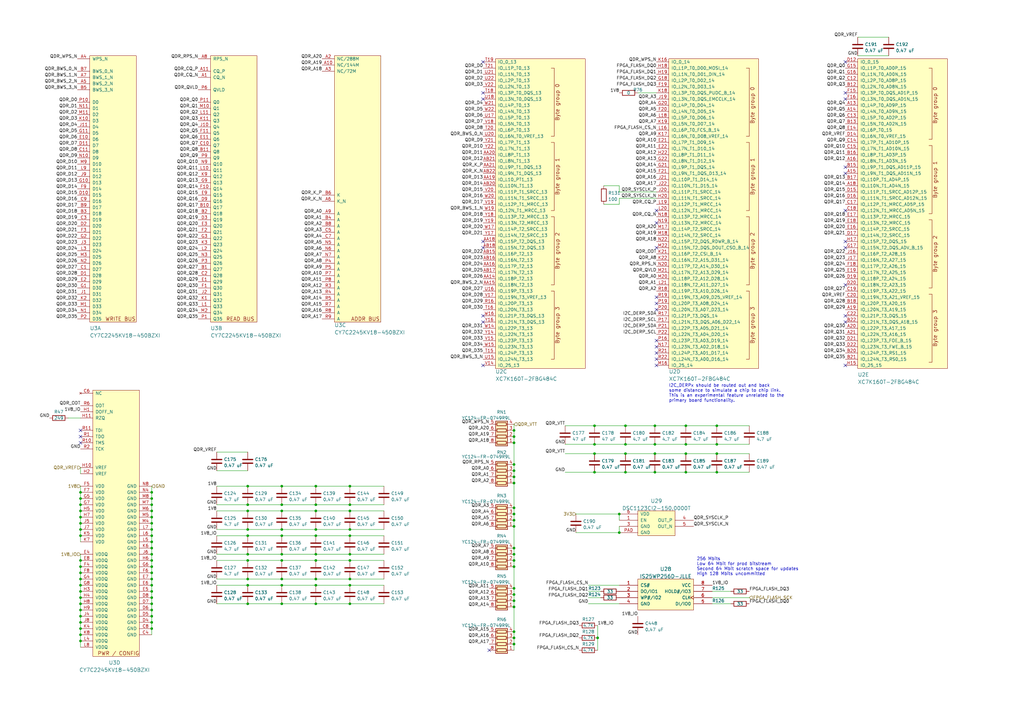
<source format=kicad_sch>
(kicad_sch (version 20211123) (generator eeschema)
  (paper "A3")
  (title_block (date "2023-05-21") (rev "0.1") (company "Antikernel Labs") (comment 1 "Andrew D. Zonenberg"))
  (lib_symbols
    (symbol "XC7KxT-FBG484_1" (pin_names (offset 1.016))
      (property "Reference" "U" (at 0 -2.54 0))
      (property "Value" "XC7KxT-FBG484_1" (at 27.94 -2.54 0))
      (symbol "XC7KxT-FBG484_1_1_1"
        (pin bidirectional line (at -5.08 22.86 0) (length 5.08) (name "CCLK") (number "G7"))
        (pin input line (at -5.08 2.54 0) (length 5.08) (name "M1") (number "H6"))
        (pin input line (at -5.08 5.08 0) (length 5.08) (name "M0") (number "H7"))
        (pin input line (at -5.08 0 0) (length 5.08) (name "M2") (number "J5"))
        (pin output line (at -5.08 33.02 0) (length 5.08) (name "TDO") (number "J6"))
        (pin input line (at -5.08 30.48 0) (length 5.08) (name "TDI") (number "K6"))
        (pin input line (at -5.08 35.56 0) (length 5.08) (name "TCK") (number "K7"))
        (pin power_in line (at -5.08 48.26 0) (length 5.08) (name "XADC_VREF_N") (number "L11"))
        (pin power_in line (at -5.08 58.42 0) (length 5.08) (name "XADC_VP") (number "L12"))
        (pin input line (at -5.08 27.94 0) (length 5.08) (name "TMS") (number "L6"))
        (pin bidirectional line (at -5.08 15.24 0) (length 5.08) (name "INIT_B") (number "L7"))
        (pin power_in line (at -5.08 55.88 0) (length 5.08) (name "XADC_VN") (number "M11"))
        (pin power_in line (at -5.08 50.8 0) (length 5.08) (name "XADC_VREF_P") (number "M12"))
        (pin input line (at -5.08 12.7 0) (length 5.08) (name "PROG_B") (number "M6"))
        (pin input line (at -5.08 7.62 0) (length 5.08) (name "CFGBVS") (number "M7"))
        (pin passive line (at -5.08 43.18 0) (length 5.08) (name "THERMAL_D_N") (number "N11"))
        (pin passive line (at -5.08 40.64 0) (length 5.08) (name "THERMAL_D_P") (number "N12"))
        (pin output line (at -5.08 17.78 0) (length 5.08) (name "DONE") (number "P6"))
      )
      (symbol "XC7KxT-FBG484_1_2_0"
        (text "1.0V" (at 15.24 93.98 900) (effects (font (size 1.524 1.524))))
        (text "1.2V" (at 15.24 59.69 900) (effects (font (size 1.524 1.524))))
        (text "1.5V" (at 15.24 21.59 0) (effects (font (size 1.524 1.524))))
        (text "1.8V" (at 15.24 38.1 900) (effects (font (size 1.524 1.524))))
      )
      (symbol "XC7KxT-FBG484_1_2_1"
        (pin power_in line (at 41.91 80.01 180) (length 5.08) (name "VCCO_15") (number "A17"))
        (pin power_in line (at -5.08 63.5 0) (length 5.08) (name "MGTAVTT") (number "A2"))
        (pin power_in line (at -5.08 76.2 0) (length 5.08) (name "MGTAVCC") (number "A6"))
        (pin power_in line (at 41.91 115.57 180) (length 5.08) (name "VCCO_13") (number "AA17"))
        (pin power_in line (at 41.91 49.53 180) (length 5.08) (name "VCCO_33") (number "AA7"))
        (pin power_in line (at 41.91 113.03 180) (length 5.08) (name "VCCO_13") (number "AB14"))
        (pin power_in line (at 41.91 31.75 180) (length 5.08) (name "VCCO_34") (number "AB4"))
        (pin power_in line (at 41.91 77.47 180) (length 5.08) (name "VCCO_15") (number "B14"))
        (pin power_in line (at 41.91 62.23 180) (length 5.08) (name "VCCO_16") (number "C11"))
        (pin power_in line (at -5.08 60.96 0) (length 5.08) (name "MGTAVTT") (number "C2"))
        (pin power_in line (at 41.91 74.93 180) (length 5.08) (name "VCCO_15") (number "C21"))
        (pin power_in line (at -5.08 73.66 0) (length 5.08) (name "MGTAVCC") (number "C6"))
        (pin power_in line (at 41.91 72.39 180) (length 5.08) (name "VCCO_15") (number "D18"))
        (pin power_in line (at 41.91 59.69 180) (length 5.08) (name "VCCO_16") (number "D8"))
        (pin power_in line (at 41.91 69.85 180) (length 5.08) (name "VCCO_15") (number "E15"))
        (pin power_in line (at -5.08 58.42 0) (length 5.08) (name "MGTAVTT") (number "E2"))
        (pin power_in line (at -5.08 71.12 0) (length 5.08) (name "MGTAVCC") (number "E6"))
        (pin power_in line (at 41.91 57.15 180) (length 5.08) (name "VCCO_16") (number "F12"))
        (pin power_in line (at 41.91 97.79 180) (length 5.08) (name "VCCO_14") (number "F22"))
        (pin power_in line (at 41.91 95.25 180) (length 5.08) (name "VCCO_14") (number "G19"))
        (pin power_in line (at -5.08 55.88 0) (length 5.08) (name "MGTAVTT") (number "G2"))
        (pin power_in line (at -5.08 68.58 0) (length 5.08) (name "MGTAVCC") (number "G6"))
        (pin power_in line (at 41.91 54.61 180) (length 5.08) (name "VCCO_16") (number "G9"))
        (pin power_in line (at 41.91 67.31 180) (length 5.08) (name "VCCO_15") (number "H16"))
        (pin power_in line (at -5.08 124.46 0) (length 5.08) (name "VCCINT") (number "J11"))
        (pin power_in line (at -5.08 121.92 0) (length 5.08) (name "VCCINT") (number "J13"))
        (pin power_in line (at -5.08 119.38 0) (length 5.08) (name "VCCINT") (number "J15"))
        (pin power_in line (at -5.08 25.4 0) (length 5.08) (name "MGTVCCAUX") (number "J4"))
        (pin power_in line (at 41.91 123.19 180) (length 5.08) (name "VCCO_0") (number "J7"))
        (pin power_in line (at -5.08 116.84 0) (length 5.08) (name "VCCINT") (number "J9"))
        (pin power_in line (at -5.08 50.8 0) (length 5.08) (name "VCCAUX") (number "K10"))
        (pin power_in line (at -5.08 30.48 0) (length 5.08) (name "VCCADC") (number "K12"))
        (pin power_in line (at -5.08 114.3 0) (length 5.08) (name "VCCINT") (number "K14"))
        (pin power_in line (at 41.91 92.71 180) (length 5.08) (name "VCCO_14") (number "K20"))
        (pin power_in line (at -5.08 111.76 0) (length 5.08) (name "VCCINT") (number "K8"))
        (pin power_in line (at -5.08 86.36 0) (length 5.08) (name "VCCBRAM") (number "L13"))
        (pin power_in line (at -5.08 109.22 0) (length 5.08) (name "VCCINT") (number "L15"))
        (pin power_in line (at 41.91 90.17 180) (length 5.08) (name "VCCO_14") (number "L17"))
        (pin power_in line (at -5.08 106.68 0) (length 5.08) (name "VCCINT") (number "L9"))
        (pin power_in line (at -5.08 48.26 0) (length 5.08) (name "VCCAUX") (number "M10"))
        (pin power_in line (at -5.08 104.14 0) (length 5.08) (name "VCCINT") (number "M14"))
        (pin power_in line (at 41.91 29.21 180) (length 5.08) (name "VCCO_34") (number "M4"))
        (pin power_in line (at -5.08 101.6 0) (length 5.08) (name "VCCINT") (number "M8"))
        (pin power_in line (at 41.91 26.67 180) (length 5.08) (name "VCCO_34") (number "N1"))
        (pin power_in line (at -5.08 83.82 0) (length 5.08) (name "VCCBRAM") (number "N13"))
        (pin power_in line (at -5.08 99.06 0) (length 5.08) (name "VCCINT") (number "N15"))
        (pin power_in line (at 41.91 87.63 180) (length 5.08) (name "VCCO_14") (number "N21"))
        (pin power_in line (at 41.91 120.65 180) (length 5.08) (name "VCCO_0") (number "N7"))
        (pin power_in line (at -5.08 96.52 0) (length 5.08) (name "VCCINT") (number "N9"))
        (pin power_in line (at -5.08 45.72 0) (length 5.08) (name "VCCAUX") (number "P10"))
        (pin power_in line (at -5.08 43.18 0) (length 5.08) (name "VCCAUX") (number "P12"))
        (pin power_in line (at -5.08 93.98 0) (length 5.08) (name "VCCINT") (number "P14"))
        (pin power_in line (at 41.91 85.09 180) (length 5.08) (name "VCCO_14") (number "P18"))
        (pin power_in line (at -5.08 21.59 0) (length 5.08) (name "VCCBATT") (number "P7"))
        (pin power_in line (at -5.08 40.64 0) (length 5.08) (name "VCCAUX") (number "P8"))
        (pin power_in line (at -5.08 38.1 0) (length 5.08) (name "VCCAUX") (number "R11"))
        (pin power_in line (at -5.08 81.28 0) (length 5.08) (name "VCCBRAM") (number "R13"))
        (pin power_in line (at -5.08 91.44 0) (length 5.08) (name "VCCINT") (number "R15"))
        (pin power_in line (at 41.91 24.13 180) (length 5.08) (name "VCCO_34") (number "R5"))
        (pin power_in line (at -5.08 35.56 0) (length 5.08) (name "VCCAUX") (number "R9"))
        (pin power_in line (at 41.91 46.99 180) (length 5.08) (name "VCCO_33") (number "T12"))
        (pin power_in line (at 41.91 21.59 180) (length 5.08) (name "VCCO_34") (number "T2"))
        (pin power_in line (at 41.91 110.49 180) (length 5.08) (name "VCCO_13") (number "T22"))
        (pin power_in line (at 41.91 107.95 180) (length 5.08) (name "VCCO_13") (number "U19"))
        (pin power_in line (at 41.91 44.45 180) (length 5.08) (name "VCCO_33") (number "U9"))
        (pin power_in line (at 41.91 105.41 180) (length 5.08) (name "VCCO_13") (number "V16"))
        (pin power_in line (at 41.91 41.91 180) (length 5.08) (name "VCCO_33") (number "V6"))
        (pin power_in line (at 41.91 39.37 180) (length 5.08) (name "VCCO_33") (number "W13"))
        (pin power_in line (at 41.91 19.05 180) (length 5.08) (name "VCCO_34") (number "W3"))
        (pin power_in line (at 41.91 36.83 180) (length 5.08) (name "VCCO_33") (number "Y10"))
        (pin power_in line (at 41.91 102.87 180) (length 5.08) (name "VCCO_13") (number "Y20"))
      )
      (symbol "XC7KxT-FBG484_1_3_0"
        (text "Byte group 0" (at 25.4 107.95 900) (effects (font (size 1.524 1.524))))
        (text "Byte group 1" (at 25.4 77.47 900) (effects (font (size 1.524 1.524))))
        (text "Byte group 2" (at 25.4 46.99 900) (effects (font (size 1.524 1.524))))
        (text "Byte group 3" (at 25.4 16.51 900) (effects (font (size 1.524 1.524))))
      )
      (symbol "XC7KxT-FBG484_1_3_1"
        (pin bidirectional line (at -5.08 35.56 0) (length 5.08) (name "IO_L18P_T2_13") (number "AA14"))
        (pin bidirectional line (at -5.08 33.02 0) (length 5.08) (name "IO_L18N_T2_13") (number "AA15"))
        (pin bidirectional line (at -5.08 40.64 0) (length 5.08) (name "IO_L17P_T2_13") (number "AA16"))
        (pin bidirectional line (at -5.08 50.8 0) (length 5.08) (name "IO_L15P_T2_DQS_13") (number "AA18"))
        (pin bidirectional line (at -5.08 76.2 0) (length 5.08) (name "IO_L10_PT1_13") (number "AA19"))
        (pin bidirectional line (at -5.08 86.36 0) (length 5.08) (name "IO_L8P_T1_13") (number "AA20"))
        (pin bidirectional line (at -5.08 81.28 0) (length 5.08) (name "IO_L9P_T1_DQS_13") (number "AA21"))
        (pin bidirectional line (at -5.08 45.72 0) (length 5.08) (name "IO_L16P_T2_13") (number "AB15"))
        (pin bidirectional line (at -5.08 43.18 0) (length 5.08) (name "IO_L16N_T2_13") (number "AB16"))
        (pin bidirectional line (at -5.08 38.1 0) (length 5.08) (name "IO_L17N_T2_13") (number "AB17"))
        (pin bidirectional line (at -5.08 48.26 0) (length 5.08) (name "IO_L15N_T2_DQS_13") (number "AB18"))
        (pin bidirectional line (at -5.08 73.66 0) (length 5.08) (name "IO_L10N_T1_13") (number "AB20"))
        (pin bidirectional line (at -5.08 83.82 0) (length 5.08) (name "IO_L8N_T1_13") (number "AB21"))
        (pin bidirectional line (at -5.08 78.74 0) (length 5.08) (name "IO_L9N_T1_DQS_13") (number "AB22"))
        (pin bidirectional line (at -5.08 25.4 0) (length 5.08) (name "IO_L20P_T3_13") (number "R16"))
        (pin bidirectional line (at -5.08 5.08 0) (length 5.08) (name "IO_L24P_T3_13") (number "T15"))
        (pin bidirectional line (at -5.08 22.86 0) (length 5.08) (name "IO_L20N_T3_13") (number "T16"))
        (pin bidirectional line (at -5.08 111.76 0) (length 5.08) (name "IO_L3P_T0_DQS_13") (number "T18"))
        (pin bidirectional line (at -5.08 124.46 0) (length 5.08) (name "IO_0_13") (number "T19"))
        (pin bidirectional line (at -5.08 96.52 0) (length 5.08) (name "IO_L6P_T0_13") (number "T20"))
        (pin bidirectional line (at -5.08 121.92 0) (length 5.08) (name "IO_L1P_T0_13") (number "T21"))
        (pin bidirectional line (at -5.08 2.54 0) (length 5.08) (name "IO_L24N_T3_13") (number "U15"))
        (pin bidirectional line (at -5.08 30.48 0) (length 5.08) (name "IO_L19P_T3_13") (number "U16"))
        (pin bidirectional line (at -5.08 101.6 0) (length 5.08) (name "IO_L5P_T0_13") (number "U17"))
        (pin bidirectional line (at -5.08 109.22 0) (length 5.08) (name "IO_L3N_T0_DQS_13") (number "U18"))
        (pin bidirectional line (at -5.08 93.98 0) (length 5.08) (name "IO_L6N_T0_VREF_13") (number "U20"))
        (pin bidirectional line (at -5.08 119.38 0) (length 5.08) (name "IO_L1N_T0_13") (number "U21"))
        (pin bidirectional line (at -5.08 116.84 0) (length 5.08) (name "IO_L2P_T0_13") (number "U22"))
        (pin bidirectional line (at -5.08 0 0) (length 5.08) (name "IO_25_13") (number "V14"))
        (pin bidirectional line (at -5.08 10.16 0) (length 5.08) (name "IO_L23P_T3_13") (number "V15"))
        (pin bidirectional line (at -5.08 27.94 0) (length 5.08) (name "IO_L19N_T3_VREF_13") (number "V17"))
        (pin bidirectional line (at -5.08 99.06 0) (length 5.08) (name "IO_L5N_T0_13") (number "V18"))
        (pin bidirectional line (at -5.08 66.04 0) (length 5.08) (name "IO_L12P_T1_MRCC_13") (number "V19"))
        (pin bidirectional line (at -5.08 71.12 0) (length 5.08) (name "IO_L11P_T1_SRCC_13") (number "V20"))
        (pin bidirectional line (at -5.08 114.3 0) (length 5.08) (name "IO_L2N_T0_13") (number "V22"))
        (pin bidirectional line (at -5.08 15.24 0) (length 5.08) (name "IO_L22P_T3_13") (number "W14"))
        (pin bidirectional line (at -5.08 7.62 0) (length 5.08) (name "IO_L23N_T3_13") (number "W15"))
        (pin bidirectional line (at -5.08 20.32 0) (length 5.08) (name "IO_L21P_T3_DQS_13") (number "W16"))
        (pin bidirectional line (at -5.08 55.88 0) (length 5.08) (name "IO_L14P_T2_SRCC_13") (number "W17"))
        (pin bidirectional line (at -5.08 63.5 0) (length 5.08) (name "IO_12N_T1_MRCC_13") (number "W19"))
        (pin bidirectional line (at -5.08 68.58 0) (length 5.08) (name "IO_L11N_T1_SRCC_13") (number "W20"))
        (pin bidirectional line (at -5.08 106.68 0) (length 5.08) (name "IO_L4P_T0_13") (number "W21"))
        (pin bidirectional line (at -5.08 104.14 0) (length 5.08) (name "IO_L4N_T0_13") (number "W22"))
        (pin bidirectional line (at -5.08 12.7 0) (length 5.08) (name "IO_L22N_T3_13") (number "Y14"))
        (pin bidirectional line (at -5.08 17.78 0) (length 5.08) (name "IO_L21N_T3_DQS_13") (number "Y16"))
        (pin bidirectional line (at -5.08 53.34 0) (length 5.08) (name "IO_L14N_T2_SRCC_13") (number "Y17"))
        (pin bidirectional line (at -5.08 60.96 0) (length 5.08) (name "IO_L13P_T2_MRCC_13") (number "Y18"))
        (pin bidirectional line (at -5.08 58.42 0) (length 5.08) (name "IO_L13N_T2_MRCC_13") (number "Y19"))
        (pin bidirectional line (at -5.08 91.44 0) (length 5.08) (name "IO_L7P_T1_13") (number "Y21"))
        (pin bidirectional line (at -5.08 88.9 0) (length 5.08) (name "IO_L7N_T1_13") (number "Y22"))
      )
      (symbol "XC7KxT-FBG484_1_4_0"
        (text "Byte group 0" (at 34.29 106.68 900) (effects (font (size 1.524 1.524))))
        (text "Byte group 1" (at 34.29 77.47 900) (effects (font (size 1.524 1.524))))
        (text "Byte group 2" (at 34.29 46.99 900) (effects (font (size 1.524 1.524))))
        (text "Byte group 3" (at 34.29 16.51 900) (effects (font (size 1.524 1.524))))
      )
      (symbol "XC7KxT-FBG484_1_4_1"
        (pin bidirectional line (at -5.08 91.44 0) (length 5.08) (name "IO_L7P_T1_D09_14") (number "E21"))
        (pin bidirectional line (at -5.08 88.9 0) (length 5.08) (name "IO_L7N_T1_D10_14") (number "E22"))
        (pin bidirectional line (at -5.08 114.3 0) (length 5.08) (name "IO_L2N_T0_D03_14") (number "F19"))
        (pin bidirectional line (at -5.08 104.14 0) (length 5.08) (name "IO_L4N_T0_D05_14") (number "F20"))
        (pin bidirectional line (at -5.08 78.74 0) (length 5.08) (name "IO_L9N_T1_DQS_D13_14") (number "F21"))
        (pin bidirectional line (at -5.08 116.84 0) (length 5.08) (name "IO_L2P_T0_D02_14") (number "G18"))
        (pin bidirectional line (at -5.08 106.68 0) (length 5.08) (name "IO_L4P_T0_D04_14") (number "G20"))
        (pin bidirectional line (at -5.08 81.28 0) (length 5.08) (name "IO_L9P_T1_DQS_14") (number "G21"))
        (pin bidirectional line (at -5.08 83.82 0) (length 5.08) (name "IO_L8N_T1_D12_14") (number "G22"))
        (pin bidirectional line (at -5.08 121.92 0) (length 5.08) (name "IO_L1P_T0_D00_MOSI_14") (number "H18"))
        (pin bidirectional line (at -5.08 119.38 0) (length 5.08) (name "IO_L1N_T0_D01_DIN_14") (number "H19"))
        (pin bidirectional line (at -5.08 68.58 0) (length 5.08) (name "IO_L11N_T1_SRCC_14") (number "H20"))
        (pin bidirectional line (at -5.08 86.36 0) (length 5.08) (name "IO_L8P_T1_D11_14") (number "H22"))
        (pin bidirectional line (at -5.08 109.22 0) (length 5.08) (name "IO_L3N_T0_DQS_EMCCLK_14") (number "J19"))
        (pin bidirectional line (at -5.08 71.12 0) (length 5.08) (name "IO_L11P_T1_SRCC_14") (number "J20"))
        (pin bidirectional line (at -5.08 76.2 0) (length 5.08) (name "IO_L10P_T1_D14_14") (number "J21"))
        (pin bidirectional line (at -5.08 73.66 0) (length 5.08) (name "IO_L10N_T1_D15_14") (number "J22"))
        (pin bidirectional line (at -5.08 124.46 0) (length 5.08) (name "IO_0_14") (number "K16"))
        (pin bidirectional line (at -5.08 93.98 0) (length 5.08) (name "IO_L6N_T0_D08_VREF_14") (number "K17"))
        (pin bidirectional line (at -5.08 111.76 0) (length 5.08) (name "IO_L3P_T0_DQS_PUDC_B_14") (number "K18"))
        (pin bidirectional line (at -5.08 99.06 0) (length 5.08) (name "IO_L5N_T0_D07_14") (number "K19"))
        (pin bidirectional line (at -5.08 45.72 0) (length 5.08) (name "IO_L16P_T2_CSI_B_14") (number "K21"))
        (pin bidirectional line (at -5.08 43.18 0) (length 5.08) (name "IO_L16N_T2_A15_D31_14") (number "K22"))
        (pin bidirectional line (at -5.08 96.52 0) (length 5.08) (name "IO_L6P_T0_FCS_B_14") (number "L16"))
        (pin bidirectional line (at -5.08 101.6 0) (length 5.08) (name "IO_L5P_T0_D06_14") (number "L18"))
        (pin bidirectional line (at -5.08 66.04 0) (length 5.08) (name "IO_L12P_T1_MRCC_14") (number "L19"))
        (pin bidirectional line (at -5.08 63.5 0) (length 5.08) (name "IO_L12N_T1_MRCC_14") (number "L20"))
        (pin bidirectional line (at -5.08 33.02 0) (length 5.08) (name "IO_L18N_T2_A11_D27_14") (number "L21"))
        (pin bidirectional line (at -5.08 0 0) (length 5.08) (name "IO_25_14") (number "M16"))
        (pin bidirectional line (at -5.08 55.88 0) (length 5.08) (name "IO_L14P_T2_SRCC_14") (number "M17"))
        (pin bidirectional line (at -5.08 53.34 0) (length 5.08) (name "IO_L14N_T2_SRCC_14") (number "M18"))
        (pin bidirectional line (at -5.08 35.56 0) (length 5.08) (name "IO_L18P_T2_A12_D28_14") (number "M20"))
        (pin bidirectional line (at -5.08 38.1 0) (length 5.08) (name "IO_L17N_T2_A13_D29_14") (number "M21"))
        (pin bidirectional line (at -5.08 48.26 0) (length 5.08) (name "IO_L15N_T2_DQS_DOUT_CSO_B_14") (number "M22"))
        (pin bidirectional line (at -5.08 7.62 0) (length 5.08) (name "IO_L23N_T3_A02_D18_14") (number "N17"))
        (pin bidirectional line (at -5.08 60.96 0) (length 5.08) (name "IO_L13P_T2_MRCC_14") (number "N18"))
        (pin bidirectional line (at -5.08 58.42 0) (length 5.08) (name "IO_L13N_T2_MRCC_14") (number "N19"))
        (pin bidirectional line (at -5.08 40.64 0) (length 5.08) (name "IO_L17P_T2_A14_D30_14") (number "N20"))
        (pin bidirectional line (at -5.08 50.8 0) (length 5.08) (name "IO_L15P_T2_DQS_RDWR_B_14") (number "N22"))
        (pin bidirectional line (at -5.08 10.16 0) (length 5.08) (name "IO_L23P_T3_A03_D19_14") (number "P16"))
        (pin bidirectional line (at -5.08 17.78 0) (length 5.08) (name "IO_L21N_T3_DQS_A06_D22_14") (number "P17"))
        (pin bidirectional line (at -5.08 25.4 0) (length 5.08) (name "IO_L20P_T3_A08_D24_14") (number "P19"))
        (pin bidirectional line (at -5.08 22.86 0) (length 5.08) (name "IO_L20N_T3_A07_D23_14") (number "P20"))
        (pin bidirectional line (at -5.08 15.24 0) (length 5.08) (name "IO_L22P_T3_A05_D21_14") (number "P21"))
        (pin bidirectional line (at -5.08 12.7 0) (length 5.08) (name "IO_L22N_T3_A04_D20_14") (number "P22"))
        (pin bidirectional line (at -5.08 20.32 0) (length 5.08) (name "IO_L21P_T3_DQS_14") (number "R17"))
        (pin bidirectional line (at -5.08 30.48 0) (length 5.08) (name "IO_L19P_T3_A10_D26_14") (number "R18"))
        (pin bidirectional line (at -5.08 27.94 0) (length 5.08) (name "IO_L19N_T3_A09_D25_VREF_14") (number "R19"))
        (pin bidirectional line (at -5.08 5.08 0) (length 5.08) (name "IO_L24P_T3_A01_D17_14") (number "R21"))
        (pin bidirectional line (at -5.08 2.54 0) (length 5.08) (name "IO_L24N_T3_A00_D16_14") (number "R22"))
      )
      (symbol "XC7KxT-FBG484_1_5_0"
        (text "Byte group 0" (at 31.75 106.68 900) (effects (font (size 1.524 1.524))))
        (text "Byte group 1" (at 31.75 76.2 900) (effects (font (size 1.524 1.524))))
        (text "Byte group 2" (at 31.75 45.72 900) (effects (font (size 1.524 1.524))))
        (text "Byte group 3" (at 31.75 15.24 900) (effects (font (size 1.524 1.524))))
      )
      (symbol "XC7KxT-FBG484_1_5_1"
        (pin bidirectional line (at -5.08 106.68 0) (length 5.08) (name "IO_L4P_T0_AD9P_15") (number "A13"))
        (pin bidirectional line (at -5.08 104.14 0) (length 5.08) (name "IO_L4N_T0_AD9N_15") (number "A14"))
        (pin bidirectional line (at -5.08 78.74 0) (length 5.08) (name "IO_L9N_T1_DQS_AD11N_15") (number "A15"))
        (pin bidirectional line (at -5.08 83.82 0) (length 5.08) (name "IO_L8N_T1_AD3N_15") (number "A16"))
        (pin bidirectional line (at -5.08 73.66 0) (length 5.08) (name "IO_L10N_T1_AD4N_15") (number "A18"))
        (pin bidirectional line (at -5.08 22.86 0) (length 5.08) (name "IO_L20N_T3_A19_15") (number "A19"))
        (pin bidirectional line (at -5.08 15.24 0) (length 5.08) (name "IO_L22P_T3_A17_15") (number "A20"))
        (pin bidirectional line (at -5.08 12.7 0) (length 5.08) (name "IO_L22N_T3_A16_15") (number "A21"))
        (pin bidirectional line (at -5.08 114.3 0) (length 5.08) (name "IO_L2N_T0_AD8N_15") (number "B12"))
        (pin bidirectional line (at -5.08 99.06 0) (length 5.08) (name "IO_L5N_T0_AD2N_15") (number "B13"))
        (pin bidirectional line (at -5.08 81.28 0) (length 5.08) (name "IO_L9P_T1_DQS_AD11P_15") (number "B15"))
        (pin bidirectional line (at -5.08 86.36 0) (length 5.08) (name "IO_L8P_T1_AD3P_15") (number "B16"))
        (pin bidirectional line (at -5.08 76.2 0) (length 5.08) (name "IO_L10P_T1_AD4P_15") (number "B17"))
        (pin bidirectional line (at -5.08 25.4 0) (length 5.08) (name "IO_L20P_T3_A20_15") (number "B18"))
        (pin bidirectional line (at -5.08 5.08 0) (length 5.08) (name "IO_L24P_T3_RS1_15") (number "B20"))
        (pin bidirectional line (at -5.08 2.54 0) (length 5.08) (name "IO_L24N_T3_RS0_15") (number "B21"))
        (pin bidirectional line (at -5.08 17.78 0) (length 5.08) (name "IO_L21N_T3_DQS_A18_15") (number "B22"))
        (pin bidirectional line (at -5.08 116.84 0) (length 5.08) (name "IO_L2P_T0_AD8P_15") (number "C12"))
        (pin bidirectional line (at -5.08 101.6 0) (length 5.08) (name "IO_L5P_T0_AD2P_15") (number "C13"))
        (pin bidirectional line (at -5.08 91.44 0) (length 5.08) (name "IO_L7P_T1_AD10P_15") (number "C14"))
        (pin bidirectional line (at -5.08 88.9 0) (length 5.08) (name "IO_L7N_T1_AD10N_15") (number "C15"))
        (pin bidirectional line (at -5.08 66.04 0) (length 5.08) (name "IO_L12P_T1_MRCC_AD5P_15") (number "C17"))
        (pin bidirectional line (at -5.08 63.5 0) (length 5.08) (name "IO_L12N_T1_MRCC_AD5N_15") (number "C18"))
        (pin bidirectional line (at -5.08 30.48 0) (length 5.08) (name "IO_L19P_T3_A22_15") (number "C19"))
        (pin bidirectional line (at -5.08 27.94 0) (length 5.08) (name "IO_L19N_T3_A21_VREF_15") (number "C20"))
        (pin bidirectional line (at -5.08 20.32 0) (length 5.08) (name "IO_L21P_T3_DQS_15") (number "C22"))
        (pin bidirectional line (at -5.08 124.46 0) (length 5.08) (name "IO_0_15") (number "D12"))
        (pin bidirectional line (at -5.08 93.98 0) (length 5.08) (name "IO_L6N_T0_VREF_15") (number "D14"))
        (pin bidirectional line (at -5.08 71.12 0) (length 5.08) (name "IO_L11P_T1_SRCC_AD12P_15") (number "D15"))
        (pin bidirectional line (at -5.08 68.58 0) (length 5.08) (name "IO_L11N_T1_SRCC_AD12N_15") (number "D16"))
        (pin bidirectional line (at -5.08 53.34 0) (length 5.08) (name "IO_L14N_T2_SRCC_15") (number "D17"))
        (pin bidirectional line (at -5.08 35.56 0) (length 5.08) (name "IO_L18P_T2_A24_15") (number "D19"))
        (pin bidirectional line (at -5.08 33.02 0) (length 5.08) (name "IO_L18N_T2_A23_15") (number "D20"))
        (pin bidirectional line (at -5.08 10.16 0) (length 5.08) (name "IO_L23P_T3_FOE_B_15") (number "D21"))
        (pin bidirectional line (at -5.08 7.62 0) (length 5.08) (name "IO_L23N_T3_FWE_B_15") (number "D22"))
        (pin bidirectional line (at -5.08 96.52 0) (length 5.08) (name "IO_L6P_T0_15") (number "E14"))
        (pin bidirectional line (at -5.08 55.88 0) (length 5.08) (name "IO_L14P_T2_SRCC_15") (number "E16"))
        (pin bidirectional line (at -5.08 60.96 0) (length 5.08) (name "IO_L13P_T2_MRCC_15") (number "E17"))
        (pin bidirectional line (at -5.08 58.42 0) (length 5.08) (name "IO_L13N_T2_MRCC_15") (number "E18"))
        (pin bidirectional line (at -5.08 38.1 0) (length 5.08) (name "IO_L17N_T2_A25_15") (number "E19"))
        (pin bidirectional line (at -5.08 111.76 0) (length 5.08) (name "IO_L3P_T0_DQS_AD1P_15") (number "F15"))
        (pin bidirectional line (at -5.08 109.22 0) (length 5.08) (name "IO_L3N_T0_DQS_AD1N_15") (number "F16"))
        (pin bidirectional line (at -5.08 40.64 0) (length 5.08) (name "IO_L17P_T2_A26_15") (number "F18"))
        (pin bidirectional line (at -5.08 121.92 0) (length 5.08) (name "IO_L1P_T0_AD0P_15") (number "G15"))
        (pin bidirectional line (at -5.08 119.38 0) (length 5.08) (name "IO_L1N_T0_AD0N_15") (number "G16"))
        (pin bidirectional line (at -5.08 48.26 0) (length 5.08) (name "IO_L15N_T2_DQS_ADV_B_15") (number "G17"))
        (pin bidirectional line (at -5.08 0 0) (length 5.08) (name "IO_25_15") (number "H15"))
        (pin bidirectional line (at -5.08 50.8 0) (length 5.08) (name "IO_L15P_T2_DQS_15") (number "H17"))
        (pin bidirectional line (at -5.08 45.72 0) (length 5.08) (name "IO_L16P_T2_A28_15") (number "J16"))
        (pin bidirectional line (at -5.08 43.18 0) (length 5.08) (name "IO_L16N_T2_A27_15") (number "J17"))
      )
      (symbol "XC7KxT-FBG484_1_6_0"
        (text "Byte group 1" (at 26.67 107.95 900) (effects (font (size 1.524 1.524))))
        (text "Byte group 2" (at 26.67 77.47 900) (effects (font (size 1.524 1.524))))
        (text "Byte group 3" (at 26.67 49.53 900) (effects (font (size 1.524 1.524))))
      )
      (symbol "XC7KxT-FBG484_1_6_1"
        (pin bidirectional line (at -5.08 40.64 0) (length 5.08) (name "IO_L23N_T3_16") (number "A10"))
        (pin bidirectional line (at -5.08 43.18 0) (length 5.08) (name "IO_L23P_T3_16") (number "A11"))
        (pin bidirectional line (at -5.08 50.8 0) (length 5.08) (name "IO_L21N_T3_DQS_16") (number "A8"))
        (pin bidirectional line (at -5.08 53.34 0) (length 5.08) (name "IO_L21P_T3_DQS_16") (number "A9"))
        (pin bidirectional line (at -5.08 55.88 0) (length 5.08) (name "IO_L20N_T3_16") (number "B10"))
        (pin bidirectional line (at -5.08 58.42 0) (length 5.08) (name "IO_L20P_T3_16") (number "B11"))
        (pin bidirectional line (at -5.08 45.72 0) (length 5.08) (name "IO_L22N_T3_16") (number "B8"))
        (pin bidirectional line (at -5.08 119.38 0) (length 5.08) (name "IO_L7N_T1_16") (number "C10"))
        (pin bidirectional line (at -5.08 48.26 0) (length 5.08) (name "IO_L22P_T3_16") (number "C8"))
        (pin bidirectional line (at -5.08 60.96 0) (length 5.08) (name "IO_L19N_T3_VREF_16") (number "C9"))
        (pin bidirectional line (at -5.08 121.92 0) (length 5.08) (name "IO_L7P_T1_16") (number "D10"))
        (pin bidirectional line (at -5.08 93.98 0) (length 5.08) (name "IO_L12N_T1_MRCC_16") (number "D11"))
        (pin bidirectional line (at -5.08 63.5 0) (length 5.08) (name "IO_L19P_T3_16") (number "D9"))
        (pin bidirectional line (at -5.08 96.52 0) (length 5.08) (name "IO_L12P_T1_MRCC_16") (number "E11"))
        (pin bidirectional line (at -5.08 104.14 0) (length 5.08) (name "IO_L10N_T1_16") (number "E12"))
        (pin bidirectional line (at -5.08 106.68 0) (length 5.08) (name "IO_L10P_T1_16") (number "E13"))
        (pin bidirectional line (at -5.08 38.1 0) (length 5.08) (name "IO_24_T3_16") (number "E8"))
        (pin bidirectional line (at -5.08 78.74 0) (length 5.08) (name "IO_L15N_T2_DQS_16") (number "E9"))
        (pin bidirectional line (at -5.08 99.06 0) (length 5.08) (name "IO_L11N_T1_SRCC_16") (number "F10"))
        (pin bidirectional line (at -5.08 101.6 0) (length 5.08) (name "IO_L11P_T1_SRCC_16") (number "F11"))
        (pin bidirectional line (at -5.08 114.3 0) (length 5.08) (name "IO_L8N_T1_16") (number "F13"))
        (pin bidirectional line (at -5.08 124.46 0) (length 5.08) (name "IO_6_T0_VREF_16") (number "F14"))
        (pin bidirectional line (at -5.08 68.58 0) (length 5.08) (name "IO_L17N_T2_16") (number "F8"))
        (pin bidirectional line (at -5.08 81.28 0) (length 5.08) (name "IO_L15P_T2_DQS_16") (number "F9"))
        (pin bidirectional line (at -5.08 88.9 0) (length 5.08) (name "IO_L13N_T2_MRCC_16") (number "G10"))
        (pin bidirectional line (at -5.08 91.44 0) (length 5.08) (name "IO_L13P_T2_MRCC_16") (number "G11"))
        (pin bidirectional line (at -5.08 83.82 0) (length 5.08) (name "IO_L14N_T2_SRCC_16") (number "G12"))
        (pin bidirectional line (at -5.08 116.84 0) (length 5.08) (name "IO_L8P_T1_16") (number "G13"))
        (pin bidirectional line (at -5.08 71.12 0) (length 5.08) (name "IO_L17P_T2_16") (number "G8"))
        (pin bidirectional line (at -5.08 66.04 0) (length 5.08) (name "IO_18_T2_16") (number "H10"))
        (pin bidirectional line (at -5.08 86.36 0) (length 5.08) (name "IO_L14P_T2_SRCC_16") (number "H12"))
        (pin bidirectional line (at -5.08 109.22 0) (length 5.08) (name "IO_L9N_T1_DQS_16") (number "H13"))
        (pin bidirectional line (at -5.08 111.76 0) (length 5.08) (name "IO_L9P_T1_DQS_16") (number "H14"))
        (pin bidirectional line (at -5.08 73.66 0) (length 5.08) (name "IO_L16N_T2_16") (number "H8"))
        (pin bidirectional line (at -5.08 76.2 0) (length 5.08) (name "IO_L16P_T2_16") (number "H9"))
      )
      (symbol "XC7KxT-FBG484_1_7_0"
        (text "Byte group 0" (at 25.4 106.68 900) (effects (font (size 1.524 1.524))))
        (text "Byte group 1" (at 25.4 77.47 900) (effects (font (size 1.524 1.524))))
        (text "Byte group 2" (at 25.4 45.72 900) (effects (font (size 1.524 1.524))))
        (text "Byte group 3" (at 25.4 16.51 900) (effects (font (size 1.524 1.524))))
      )
      (symbol "XC7KxT-FBG484_1_7_1"
        (pin bidirectional line (at -5.08 106.68 0) (length 5.08) (name "IO_L4P_T0_33") (number "AA10"))
        (pin bidirectional line (at -5.08 25.4 0) (length 5.08) (name "IO_L20P_T3_33") (number "AA11"))
        (pin bidirectional line (at -5.08 17.78 0) (length 5.08) (name "IO_L21N_T3_DQS_33") (number "AA13"))
        (pin bidirectional line (at -5.08 121.92 0) (length 5.08) (name "IO_L1P_T0_33") (number "AA5"))
        (pin bidirectional line (at -5.08 111.76 0) (length 5.08) (name "IO_L3P_T0_DQS_33") (number "AA6"))
        (pin bidirectional line (at -5.08 99.06 0) (length 5.08) (name "IO_L5N_T0_33") (number "AA8"))
        (pin bidirectional line (at -5.08 101.6 0) (length 5.08) (name "IO_L5P_T0_33") (number "AA9"))
        (pin bidirectional line (at -5.08 104.14 0) (length 5.08) (name "IO_L4N_T0_33") (number "AB10"))
        (pin bidirectional line (at -5.08 22.86 0) (length 5.08) (name "IO_L20N_T3_33") (number "AB11"))
        (pin bidirectional line (at -5.08 12.7 0) (length 5.08) (name "IO_L22N_T3_33") (number "AB12"))
        (pin bidirectional line (at -5.08 15.24 0) (length 5.08) (name "IO_L22P_T3_33") (number "AB13"))
        (pin bidirectional line (at -5.08 119.38 0) (length 5.08) (name "IO_L1N_T0_33") (number "AB5"))
        (pin bidirectional line (at -5.08 109.22 0) (length 5.08) (name "IO_L3N_T0_DQS_33") (number "AB6"))
        (pin bidirectional line (at -5.08 114.3 0) (length 5.08) (name "IO_L2N_T0_33") (number "AB7"))
        (pin bidirectional line (at -5.08 116.84 0) (length 5.08) (name "IO_L2P_T0_33") (number "AB8"))
        (pin bidirectional line (at -5.08 83.82 0) (length 5.08) (name "IO_L8N_T1_33") (number "R6"))
        (pin bidirectional line (at -5.08 86.36 0) (length 5.08) (name "IO_L8P_T1_33") (number "R7"))
        (pin bidirectional line (at -5.08 43.18 0) (length 5.08) (name "IO_L16N_T2_33") (number "T10"))
        (pin bidirectional line (at -5.08 45.72 0) (length 5.08) (name "IO_L16P_T2_33") (number "T11"))
        (pin bidirectional line (at -5.08 5.08 0) (length 5.08) (name "IO_L24P_T3_33") (number "T13"))
        (pin bidirectional line (at -5.08 0 0) (length 5.08) (name "IO_25_VRP_33") (number "T14"))
        (pin bidirectional line (at -5.08 124.46 0) (length 5.08) (name "IO_0_VRN_33") (number "T6"))
        (pin bidirectional line (at -5.08 33.02 0) (length 5.08) (name "IO_L18N_T2_33") (number "T8"))
        (pin bidirectional line (at -5.08 35.56 0) (length 5.08) (name "IO_L18P_T2_33") (number "T9"))
        (pin bidirectional line (at -5.08 55.88 0) (length 5.08) (name "IO_L14P_T2_SRCC_33") (number "U10"))
        (pin bidirectional line (at -5.08 38.1 0) (length 5.08) (name "IO_L17N_T2_33") (number "U11"))
        (pin bidirectional line (at -5.08 40.64 0) (length 5.08) (name "IO_L17P_T2_33") (number "U12"))
        (pin bidirectional line (at -5.08 2.54 0) (length 5.08) (name "IO_L24N_T3_33") (number "U13"))
        (pin bidirectional line (at -5.08 73.66 0) (length 5.08) (name "IO_L10N_T1_33") (number "U6"))
        (pin bidirectional line (at -5.08 76.2 0) (length 5.08) (name "IO_L10P_T1_33") (number "U7"))
        (pin bidirectional line (at -5.08 81.28 0) (length 5.08) (name "IO_L9P_T1_DQS_33") (number "U8"))
        (pin bidirectional line (at -5.08 50.8 0) (length 5.08) (name "IO_L15P_T2_DQS_33") (number "V10"))
        (pin bidirectional line (at -5.08 7.62 0) (length 5.08) (name "IO_L23N_T3_33") (number "V12"))
        (pin bidirectional line (at -5.08 10.16 0) (length 5.08) (name "IO_L23P_T3_33") (number "V13"))
        (pin bidirectional line (at -5.08 71.12 0) (length 5.08) (name "IO_L11P_T1_SRCC_33") (number "V7"))
        (pin bidirectional line (at -5.08 78.74 0) (length 5.08) (name "IO_L9N_T1_DQS_33") (number "V8"))
        (pin bidirectional line (at -5.08 53.34 0) (length 5.08) (name "IO_L14N_T2_SRCC_33") (number "V9"))
        (pin bidirectional line (at -5.08 48.26 0) (length 5.08) (name "IO_L15N_T2_DQS_33") (number "W10"))
        (pin bidirectional line (at -5.08 96.52 0) (length 5.08) (name "IO_L6P_T0_33") (number "W11"))
        (pin bidirectional line (at -5.08 30.48 0) (length 5.08) (name "IO_L19P_T3_33") (number "W12"))
        (pin bidirectional line (at -5.08 91.44 0) (length 5.08) (name "IO_L7P_T1_33") (number "W6"))
        (pin bidirectional line (at -5.08 68.58 0) (length 5.08) (name "IO_L11N_T1_SRCC_33") (number "W7"))
        (pin bidirectional line (at -5.08 60.96 0) (length 5.08) (name "IO_L13P_T2_MRCC_33") (number "W9"))
        (pin bidirectional line (at -5.08 93.98 0) (length 5.08) (name "IO_L6N_T0_VREF_33") (number "Y11"))
        (pin bidirectional line (at -5.08 27.94 0) (length 5.08) (name "IO_L19N_T3_VREF_33") (number "Y12"))
        (pin bidirectional line (at -5.08 20.32 0) (length 5.08) (name "IO_L21P_T3_DQS_33") (number "Y13"))
        (pin bidirectional line (at -5.08 88.9 0) (length 5.08) (name "IO_L7N_T1_33") (number "Y6"))
        (pin bidirectional line (at -5.08 63.5 0) (length 5.08) (name "IO_L12N_T1_MRCC_33") (number "Y7"))
        (pin bidirectional line (at -5.08 66.04 0) (length 5.08) (name "IO_L12P_T1_MRCC_33") (number "Y8"))
        (pin bidirectional line (at -5.08 58.42 0) (length 5.08) (name "IO_L13N_T2_MRCC_33") (number "Y9"))
      )
      (symbol "XC7KxT-FBG484_1_8_0"
        (text "Byte group 0" (at 24.13 106.68 900) (effects (font (size 1.524 1.524))))
        (text "Byte group 1" (at 24.13 76.2 900) (effects (font (size 1.524 1.524))))
        (text "Byte group 2" (at 24.13 45.72 900) (effects (font (size 1.524 1.524))))
        (text "Byte group 3" (at 24.13 15.24 900) (effects (font (size 1.524 1.524))))
      )
      (symbol "XC7KxT-FBG484_1_8_1"
        (pin bidirectional line (at -5.08 15.24 0) (length 5.08) (name "IO_L22P_T3_34") (number "AA1"))
        (pin bidirectional line (at -5.08 10.16 0) (length 5.08) (name "IO_L23P_T3_34") (number "AA3"))
        (pin bidirectional line (at -5.08 5.08 0) (length 5.08) (name "IO_L24P_T3_34") (number "AA4"))
        (pin bidirectional line (at -5.08 12.7 0) (length 5.08) (name "IO_L22P_T3_34") (number "AB1"))
        (pin bidirectional line (at -5.08 7.62 0) (length 5.08) (name "IO_L23N_T3_34") (number "AB2"))
        (pin bidirectional line (at -5.08 2.54 0) (length 5.08) (name "IO_L24N_T3_34") (number "AB3"))
        (pin bidirectional line (at -5.08 116.84 0) (length 5.08) (name "IO_L2P_T0_34") (number "K1"))
        (pin bidirectional line (at -5.08 104.14 0) (length 5.08) (name "IO_L4N_T0_34") (number "K2"))
        (pin bidirectional line (at -5.08 106.68 0) (length 5.08) (name "IO_L4P_T0_34") (number "K3"))
        (pin bidirectional line (at -5.08 124.46 0) (length 5.08) (name "IO_0_VRN_34") (number "K4"))
        (pin bidirectional line (at -5.08 114.3 0) (length 5.08) (name "IO_L2N_T0_34") (number "L1"))
        (pin bidirectional line (at -5.08 121.92 0) (length 5.08) (name "IO_L1P_T0_34") (number "L3"))
        (pin bidirectional line (at -5.08 93.98 0) (length 5.08) (name "IO_L6N_T0_VREF_34") (number "L4"))
        (pin bidirectional line (at -5.08 96.52 0) (length 5.08) (name "IO_L6P_T0_34") (number "L5"))
        (pin bidirectional line (at -5.08 109.22 0) (length 5.08) (name "IO_L3N_T0_DQS_34") (number "M1"))
        (pin bidirectional line (at -5.08 111.76 0) (length 5.08) (name "IO_L3P_T0_DQS_34") (number "M2"))
        (pin bidirectional line (at -5.08 119.38 0) (length 5.08) (name "IO_L1N_T0_34") (number "M3"))
        (pin bidirectional line (at -5.08 81.28 0) (length 5.08) (name "IO_L9P_T1_DQS_34") (number "M5"))
        (pin bidirectional line (at -5.08 99.06 0) (length 5.08) (name "IO_L5N_T0_34") (number "N2"))
        (pin bidirectional line (at -5.08 101.6 0) (length 5.08) (name "IO_L5P_T0_34") (number "N3"))
        (pin bidirectional line (at -5.08 78.74 0) (length 5.08) (name "IO_L9N_T1_DQS_34") (number "N4"))
        (pin bidirectional line (at -5.08 35.56 0) (length 5.08) (name "IO_L18P_T2_34") (number "N5"))
        (pin bidirectional line (at -5.08 86.36 0) (length 5.08) (name "IO_L8P_T1_34") (number "P1"))
        (pin bidirectional line (at -5.08 91.44 0) (length 5.08) (name "IO_L7P_T1_34") (number "P2"))
        (pin bidirectional line (at -5.08 71.12 0) (length 5.08) (name "IO_L11P_T1_SRCC_34") (number "P4"))
        (pin bidirectional line (at -5.08 33.02 0) (length 5.08) (name "IO_L18N_T2_34") (number "P5"))
        (pin bidirectional line (at -5.08 83.82 0) (length 5.08) (name "IO_L8N_T1_34") (number "R1"))
        (pin bidirectional line (at -5.08 88.9 0) (length 5.08) (name "IO_L7N_T1_34") (number "R2"))
        (pin bidirectional line (at -5.08 66.04 0) (length 5.08) (name "IO_L12P_T1_MRCC_34") (number "R3"))
        (pin bidirectional line (at -5.08 68.58 0) (length 5.08) (name "IO_L11N_T1_SRCC_34") (number "R4"))
        (pin bidirectional line (at -5.08 76.2 0) (length 5.08) (name "IO_L10P_T1_34") (number "T1"))
        (pin bidirectional line (at -5.08 63.5 0) (length 5.08) (name "IO_L12N_T1_MRCC_34") (number "T3"))
        (pin bidirectional line (at -5.08 60.96 0) (length 5.08) (name "IO_L13P_T2_MRCC_34") (number "T4"))
        (pin bidirectional line (at -5.08 45.72 0) (length 5.08) (name "IO_L16P_T2_34") (number "T5"))
        (pin bidirectional line (at -5.08 73.66 0) (length 5.08) (name "IO_L10N_T1_34") (number "U1"))
        (pin bidirectional line (at -5.08 50.8 0) (length 5.08) (name "IO_L15P_T2_DQS_34") (number "U2"))
        (pin bidirectional line (at -5.08 58.42 0) (length 5.08) (name "IO_L13N_T2_MRCC_34") (number "U3"))
        (pin bidirectional line (at -5.08 43.18 0) (length 5.08) (name "IO_L16N_T2_34") (number "U5"))
        (pin bidirectional line (at -5.08 48.26 0) (length 5.08) (name "IO_L15N_T2_DQS_34") (number "V2"))
        (pin bidirectional line (at -5.08 40.64 0) (length 5.08) (name "IO_L17P_T2_34") (number "V3"))
        (pin bidirectional line (at -5.08 55.88 0) (length 5.08) (name "IO_L14P_T2_SRCC_34") (number "V4"))
        (pin bidirectional line (at -5.08 0 0) (length 5.08) (name "IO_25_VRP_34") (number "V5"))
        (pin bidirectional line (at -5.08 25.4 0) (length 5.08) (name "IO_L20P_T3_34") (number "W1"))
        (pin bidirectional line (at -5.08 38.1 0) (length 5.08) (name "IO_L17N_T2_34") (number "W2"))
        (pin bidirectional line (at -5.08 53.34 0) (length 5.08) (name "IO_L14N_T2_SRCC_34") (number "W4"))
        (pin bidirectional line (at -5.08 30.48 0) (length 5.08) (name "IO_L19P_T3_34") (number "W5"))
        (pin bidirectional line (at -5.08 22.86 0) (length 5.08) (name "IO_L20N_T3_34") (number "Y1"))
        (pin bidirectional line (at -5.08 17.78 0) (length 5.08) (name "IO_L21N_T3_DQS_34") (number "Y2"))
        (pin bidirectional line (at -5.08 20.32 0) (length 5.08) (name "IO_L21P_T3_DQS_34") (number "Y3"))
        (pin bidirectional line (at -5.08 27.94 0) (length 5.08) (name "IO_L19N_T3_VREF_34") (number "Y4"))
      )
      (symbol "XC7KxT-FBG484_1_9_1"
        (pin output line (at -5.08 121.92 0) (length 5.08) (name "GTX_TX_3_N") (number "A3"))
        (pin output line (at -5.08 124.46 0) (length 5.08) (name "GTX_TX_3_P") (number "A4"))
        (pin output line (at -5.08 106.68 0) (length 5.08) (name "GTX_TX_2_N") (number "B1"))
        (pin output line (at -5.08 109.22 0) (length 5.08) (name "GTX_TX_2_P") (number "B2"))
        (pin input line (at -5.08 114.3 0) (length 5.08) (name "GTX_RX_3_N") (number "B5"))
        (pin input line (at -5.08 116.84 0) (length 5.08) (name "GTX_RX_3_P") (number "B6"))
        (pin input line (at -5.08 99.06 0) (length 5.08) (name "GTX_RX_2_N") (number "C3"))
        (pin input line (at -5.08 101.6 0) (length 5.08) (name "GTX_RX_2_P") (number "C4"))
        (pin output line (at -5.08 91.44 0) (length 5.08) (name "GTX_TX_1_N") (number "D1"))
        (pin output line (at -5.08 93.98 0) (length 5.08) (name "GTX_TX_1_P") (number "D2"))
        (pin input line (at -5.08 60.96 0) (length 5.08) (name "GTX_REFCLK_0_N") (number "D5"))
        (pin input line (at -5.08 63.5 0) (length 5.08) (name "GTX_REFCLK_0_P") (number "D6"))
        (pin input line (at -5.08 83.82 0) (length 5.08) (name "GTX_RX_1_N") (number "E3"))
        (pin input line (at -5.08 86.36 0) (length 5.08) (name "GTX_RX_1_P") (number "E4"))
        (pin output line (at -5.08 76.2 0) (length 5.08) (name "GTX_TX_0_N") (number "F1"))
        (pin output line (at -5.08 78.74 0) (length 5.08) (name "GTX_TX_0_P") (number "F2"))
        (pin input line (at -5.08 53.34 0) (length 5.08) (name "GTX_REFCLK_1_N") (number "F5"))
        (pin input line (at -5.08 55.88 0) (length 5.08) (name "GTX_REFCLK_1_P") (number "F6"))
        (pin input line (at -5.08 68.58 0) (length 5.08) (name "GTX_RX_0_N") (number "G3"))
        (pin input line (at -5.08 71.12 0) (length 5.08) (name "GTX_RX_0_P") (number "G4"))
        (pin input line (at -5.08 48.26 0) (length 5.08) (name "GTX_VTTRCAL") (number "H1"))
        (pin input line (at -5.08 43.18 0) (length 5.08) (name "GTX_RREF") (number "H2"))
      )
      (symbol "XC7KxT-FBG484_1_10_1"
        (pin power_in line (at -5.08 119.38 0) (length 5.08) (name "GND") (number "A1"))
        (pin power_in line (at -5.08 116.84 0) (length 5.08) (name "GND") (number "A12"))
        (pin power_in line (at -5.08 114.3 0) (length 5.08) (name "GND") (number "A22"))
        (pin power_in line (at -5.08 111.76 0) (length 5.08) (name "GND") (number "A5"))
        (pin power_in line (at -5.08 109.22 0) (length 5.08) (name "GND") (number "A7"))
        (pin power_in line (at -5.08 106.68 0) (length 5.08) (name "GND") (number "AA12"))
        (pin power_in line (at -5.08 104.14 0) (length 5.08) (name "GND") (number "AA2"))
        (pin power_in line (at -5.08 101.6 0) (length 5.08) (name "GND") (number "AA22"))
        (pin power_in line (at -5.08 99.06 0) (length 5.08) (name "GND") (number "AB19"))
        (pin power_in line (at -5.08 96.52 0) (length 5.08) (name "GND") (number "AB9"))
        (pin power_in line (at -5.08 93.98 0) (length 5.08) (name "GND") (number "B19"))
        (pin power_in line (at -5.08 91.44 0) (length 5.08) (name "GND") (number "B3"))
        (pin power_in line (at -5.08 88.9 0) (length 5.08) (name "GND") (number "B4"))
        (pin power_in line (at -5.08 86.36 0) (length 5.08) (name "GND") (number "B7"))
        (pin power_in line (at -5.08 83.82 0) (length 5.08) (name "GND") (number "B9"))
        (pin power_in line (at -5.08 81.28 0) (length 5.08) (name "GND") (number "C1"))
        (pin power_in line (at -5.08 78.74 0) (length 5.08) (name "GND") (number "C16"))
        (pin power_in line (at -5.08 76.2 0) (length 5.08) (name "GND") (number "C5"))
        (pin power_in line (at -5.08 73.66 0) (length 5.08) (name "GND") (number "C7"))
        (pin power_in line (at -5.08 71.12 0) (length 5.08) (name "GND") (number "D13"))
        (pin power_in line (at -5.08 68.58 0) (length 5.08) (name "GND") (number "D3"))
        (pin power_in line (at -5.08 66.04 0) (length 5.08) (name "GND") (number "D4"))
        (pin power_in line (at -5.08 63.5 0) (length 5.08) (name "GND") (number "D7"))
        (pin power_in line (at -5.08 60.96 0) (length 5.08) (name "GND") (number "E1"))
        (pin power_in line (at -5.08 58.42 0) (length 5.08) (name "GND") (number "E10"))
        (pin power_in line (at -5.08 55.88 0) (length 5.08) (name "GND") (number "E20"))
        (pin power_in line (at -5.08 53.34 0) (length 5.08) (name "GND") (number "E5"))
        (pin power_in line (at -5.08 50.8 0) (length 5.08) (name "GND") (number "E7"))
        (pin power_in line (at -5.08 48.26 0) (length 5.08) (name "GND") (number "F17"))
        (pin power_in line (at -5.08 45.72 0) (length 5.08) (name "GND") (number "F3"))
        (pin power_in line (at -5.08 43.18 0) (length 5.08) (name "GND") (number "F4"))
        (pin power_in line (at -5.08 40.64 0) (length 5.08) (name "GND") (number "F7"))
        (pin power_in line (at -5.08 38.1 0) (length 5.08) (name "GND") (number "G1"))
        (pin power_in line (at -5.08 35.56 0) (length 5.08) (name "GND") (number "G14"))
        (pin power_in line (at -5.08 33.02 0) (length 5.08) (name "GND") (number "G5"))
        (pin power_in line (at -5.08 30.48 0) (length 5.08) (name "GND") (number "H11"))
        (pin power_in line (at -5.08 27.94 0) (length 5.08) (name "GND") (number "H21"))
        (pin power_in line (at -5.08 25.4 0) (length 5.08) (name "GND") (number "H3"))
        (pin power_in line (at -5.08 22.86 0) (length 5.08) (name "GND") (number "H4"))
        (pin power_in line (at -5.08 20.32 0) (length 5.08) (name "GND") (number "H5"))
        (pin power_in line (at -5.08 17.78 0) (length 5.08) (name "GND") (number "J1"))
        (pin power_in line (at -5.08 15.24 0) (length 5.08) (name "GND") (number "J10"))
        (pin power_in line (at -5.08 12.7 0) (length 5.08) (name "GND") (number "J12"))
        (pin power_in line (at -5.08 10.16 0) (length 5.08) (name "GND") (number "J14"))
        (pin power_in line (at -5.08 7.62 0) (length 5.08) (name "GND") (number "J18"))
        (pin power_in line (at -5.08 5.08 0) (length 5.08) (name "GND") (number "J2"))
        (pin power_in line (at -5.08 2.54 0) (length 5.08) (name "GND") (number "J3"))
        (pin power_in line (at -5.08 0 0) (length 5.08) (name "GND") (number "J8"))
        (pin power_in line (at -5.08 124.46 0) (length 5.08) (name "GNDADC") (number "K11"))
        (pin power_in line (at 41.91 124.46 180) (length 5.08) (name "GND") (number "K13"))
        (pin power_in line (at 41.91 121.92 180) (length 5.08) (name "GND") (number "K15"))
        (pin power_in line (at 41.91 119.38 180) (length 5.08) (name "GND") (number "K5"))
        (pin power_in line (at 41.91 116.84 180) (length 5.08) (name "GND") (number "K9"))
        (pin power_in line (at 41.91 114.3 180) (length 5.08) (name "GND") (number "L10"))
        (pin power_in line (at 41.91 111.76 180) (length 5.08) (name "GND") (number "L14"))
        (pin power_in line (at 41.91 109.22 180) (length 5.08) (name "GND") (number "L2"))
        (pin power_in line (at 41.91 106.68 180) (length 5.08) (name "GND") (number "L22"))
        (pin power_in line (at 41.91 104.14 180) (length 5.08) (name "GND") (number "L8"))
        (pin power_in line (at 41.91 101.6 180) (length 5.08) (name "GND") (number "M13"))
        (pin power_in line (at 41.91 99.06 180) (length 5.08) (name "GND") (number "M15"))
        (pin power_in line (at 41.91 96.52 180) (length 5.08) (name "GND") (number "M19"))
        (pin power_in line (at 41.91 93.98 180) (length 5.08) (name "GND") (number "M9"))
        (pin power_in line (at 41.91 91.44 180) (length 5.08) (name "GND") (number "N10"))
        (pin power_in line (at 41.91 88.9 180) (length 5.08) (name "GND") (number "N14"))
        (pin power_in line (at 41.91 86.36 180) (length 5.08) (name "GND") (number "N16"))
        (pin power_in line (at 41.91 83.82 180) (length 5.08) (name "GND") (number "N6"))
        (pin power_in line (at 41.91 81.28 180) (length 5.08) (name "GND") (number "N8"))
        (pin power_in line (at 41.91 78.74 180) (length 5.08) (name "GND") (number "P11"))
        (pin power_in line (at 41.91 76.2 180) (length 5.08) (name "GND") (number "P13"))
        (pin power_in line (at 41.91 73.66 180) (length 5.08) (name "GND") (number "P15"))
        (pin power_in line (at 41.91 71.12 180) (length 5.08) (name "GND") (number "P3"))
        (pin power_in line (at 41.91 68.58 180) (length 5.08) (name "GND") (number "P9"))
        (pin power_in line (at 41.91 66.04 180) (length 5.08) (name "GND") (number "R10"))
        (pin power_in line (at 41.91 63.5 180) (length 5.08) (name "GND") (number "R12"))
        (pin power_in line (at 41.91 60.96 180) (length 5.08) (name "GND") (number "R14"))
        (pin power_in line (at 41.91 58.42 180) (length 5.08) (name "GND") (number "R20"))
        (pin power_in line (at 41.91 55.88 180) (length 5.08) (name "GND") (number "R8"))
        (pin power_in line (at 41.91 53.34 180) (length 5.08) (name "GND") (number "T17"))
        (pin power_in line (at 41.91 50.8 180) (length 5.08) (name "GND") (number "T7"))
        (pin power_in line (at 41.91 48.26 180) (length 5.08) (name "GND") (number "U14"))
        (pin power_in line (at 41.91 45.72 180) (length 5.08) (name "GND") (number "U4"))
        (pin power_in line (at 41.91 43.18 180) (length 5.08) (name "GND") (number "V1"))
        (pin power_in line (at 41.91 40.64 180) (length 5.08) (name "GND") (number "V11"))
        (pin power_in line (at 41.91 38.1 180) (length 5.08) (name "GND") (number "V21"))
        (pin power_in line (at 41.91 35.56 180) (length 5.08) (name "GND") (number "W18"))
        (pin power_in line (at 41.91 33.02 180) (length 5.08) (name "GND") (number "W8"))
        (pin power_in line (at 41.91 30.48 180) (length 5.08) (name "GND") (number "Y15"))
        (pin power_in line (at 41.91 27.94 180) (length 5.08) (name "GND") (number "Y5"))
      )
    )
    (symbol "XC7KxT-FBG484_2" (pin_names (offset 1.016))
      (property "Reference" "U" (at 0 -2.54 0))
      (property "Value" "XC7KxT-FBG484_2" (at 27.94 -2.54 0))
      (symbol "XC7KxT-FBG484_2_1_1"
        (pin bidirectional line (at -5.08 22.86 0) (length 5.08) (name "CCLK") (number "G7"))
        (pin input line (at -5.08 2.54 0) (length 5.08) (name "M1") (number "H6"))
        (pin input line (at -5.08 5.08 0) (length 5.08) (name "M0") (number "H7"))
        (pin input line (at -5.08 0 0) (length 5.08) (name "M2") (number "J5"))
        (pin output line (at -5.08 33.02 0) (length 5.08) (name "TDO") (number "J6"))
        (pin input line (at -5.08 30.48 0) (length 5.08) (name "TDI") (number "K6"))
        (pin input line (at -5.08 35.56 0) (length 5.08) (name "TCK") (number "K7"))
        (pin power_in line (at -5.08 48.26 0) (length 5.08) (name "XADC_VREF_N") (number "L11"))
        (pin power_in line (at -5.08 58.42 0) (length 5.08) (name "XADC_VP") (number "L12"))
        (pin input line (at -5.08 27.94 0) (length 5.08) (name "TMS") (number "L6"))
        (pin bidirectional line (at -5.08 15.24 0) (length 5.08) (name "INIT_B") (number "L7"))
        (pin power_in line (at -5.08 55.88 0) (length 5.08) (name "XADC_VN") (number "M11"))
        (pin power_in line (at -5.08 50.8 0) (length 5.08) (name "XADC_VREF_P") (number "M12"))
        (pin input line (at -5.08 12.7 0) (length 5.08) (name "PROG_B") (number "M6"))
        (pin input line (at -5.08 7.62 0) (length 5.08) (name "CFGBVS") (number "M7"))
        (pin passive line (at -5.08 43.18 0) (length 5.08) (name "THERMAL_D_N") (number "N11"))
        (pin passive line (at -5.08 40.64 0) (length 5.08) (name "THERMAL_D_P") (number "N12"))
        (pin output line (at -5.08 17.78 0) (length 5.08) (name "DONE") (number "P6"))
      )
      (symbol "XC7KxT-FBG484_2_2_0"
        (text "1.0V" (at 15.24 93.98 900) (effects (font (size 1.524 1.524))))
        (text "1.2V" (at 15.24 59.69 900) (effects (font (size 1.524 1.524))))
        (text "1.5V" (at 15.24 21.59 0) (effects (font (size 1.524 1.524))))
        (text "1.8V" (at 15.24 38.1 900) (effects (font (size 1.524 1.524))))
      )
      (symbol "XC7KxT-FBG484_2_2_1"
        (pin power_in line (at 41.91 80.01 180) (length 5.08) (name "VCCO_15") (number "A17"))
        (pin power_in line (at -5.08 63.5 0) (length 5.08) (name "MGTAVTT") (number "A2"))
        (pin power_in line (at -5.08 76.2 0) (length 5.08) (name "MGTAVCC") (number "A6"))
        (pin power_in line (at 41.91 115.57 180) (length 5.08) (name "VCCO_13") (number "AA17"))
        (pin power_in line (at 41.91 49.53 180) (length 5.08) (name "VCCO_33") (number "AA7"))
        (pin power_in line (at 41.91 113.03 180) (length 5.08) (name "VCCO_13") (number "AB14"))
        (pin power_in line (at 41.91 31.75 180) (length 5.08) (name "VCCO_34") (number "AB4"))
        (pin power_in line (at 41.91 77.47 180) (length 5.08) (name "VCCO_15") (number "B14"))
        (pin power_in line (at 41.91 62.23 180) (length 5.08) (name "VCCO_16") (number "C11"))
        (pin power_in line (at -5.08 60.96 0) (length 5.08) (name "MGTAVTT") (number "C2"))
        (pin power_in line (at 41.91 74.93 180) (length 5.08) (name "VCCO_15") (number "C21"))
        (pin power_in line (at -5.08 73.66 0) (length 5.08) (name "MGTAVCC") (number "C6"))
        (pin power_in line (at 41.91 72.39 180) (length 5.08) (name "VCCO_15") (number "D18"))
        (pin power_in line (at 41.91 59.69 180) (length 5.08) (name "VCCO_16") (number "D8"))
        (pin power_in line (at 41.91 69.85 180) (length 5.08) (name "VCCO_15") (number "E15"))
        (pin power_in line (at -5.08 58.42 0) (length 5.08) (name "MGTAVTT") (number "E2"))
        (pin power_in line (at -5.08 71.12 0) (length 5.08) (name "MGTAVCC") (number "E6"))
        (pin power_in line (at 41.91 57.15 180) (length 5.08) (name "VCCO_16") (number "F12"))
        (pin power_in line (at 41.91 97.79 180) (length 5.08) (name "VCCO_14") (number "F22"))
        (pin power_in line (at 41.91 95.25 180) (length 5.08) (name "VCCO_14") (number "G19"))
        (pin power_in line (at -5.08 55.88 0) (length 5.08) (name "MGTAVTT") (number "G2"))
        (pin power_in line (at -5.08 68.58 0) (length 5.08) (name "MGTAVCC") (number "G6"))
        (pin power_in line (at 41.91 54.61 180) (length 5.08) (name "VCCO_16") (number "G9"))
        (pin power_in line (at 41.91 67.31 180) (length 5.08) (name "VCCO_15") (number "H16"))
        (pin power_in line (at -5.08 124.46 0) (length 5.08) (name "VCCINT") (number "J11"))
        (pin power_in line (at -5.08 121.92 0) (length 5.08) (name "VCCINT") (number "J13"))
        (pin power_in line (at -5.08 119.38 0) (length 5.08) (name "VCCINT") (number "J15"))
        (pin power_in line (at -5.08 25.4 0) (length 5.08) (name "MGTVCCAUX") (number "J4"))
        (pin power_in line (at 41.91 123.19 180) (length 5.08) (name "VCCO_0") (number "J7"))
        (pin power_in line (at -5.08 116.84 0) (length 5.08) (name "VCCINT") (number "J9"))
        (pin power_in line (at -5.08 50.8 0) (length 5.08) (name "VCCAUX") (number "K10"))
        (pin power_in line (at -5.08 30.48 0) (length 5.08) (name "VCCADC") (number "K12"))
        (pin power_in line (at -5.08 114.3 0) (length 5.08) (name "VCCINT") (number "K14"))
        (pin power_in line (at 41.91 92.71 180) (length 5.08) (name "VCCO_14") (number "K20"))
        (pin power_in line (at -5.08 111.76 0) (length 5.08) (name "VCCINT") (number "K8"))
        (pin power_in line (at -5.08 86.36 0) (length 5.08) (name "VCCBRAM") (number "L13"))
        (pin power_in line (at -5.08 109.22 0) (length 5.08) (name "VCCINT") (number "L15"))
        (pin power_in line (at 41.91 90.17 180) (length 5.08) (name "VCCO_14") (number "L17"))
        (pin power_in line (at -5.08 106.68 0) (length 5.08) (name "VCCINT") (number "L9"))
        (pin power_in line (at -5.08 48.26 0) (length 5.08) (name "VCCAUX") (number "M10"))
        (pin power_in line (at -5.08 104.14 0) (length 5.08) (name "VCCINT") (number "M14"))
        (pin power_in line (at 41.91 29.21 180) (length 5.08) (name "VCCO_34") (number "M4"))
        (pin power_in line (at -5.08 101.6 0) (length 5.08) (name "VCCINT") (number "M8"))
        (pin power_in line (at 41.91 26.67 180) (length 5.08) (name "VCCO_34") (number "N1"))
        (pin power_in line (at -5.08 83.82 0) (length 5.08) (name "VCCBRAM") (number "N13"))
        (pin power_in line (at -5.08 99.06 0) (length 5.08) (name "VCCINT") (number "N15"))
        (pin power_in line (at 41.91 87.63 180) (length 5.08) (name "VCCO_14") (number "N21"))
        (pin power_in line (at 41.91 120.65 180) (length 5.08) (name "VCCO_0") (number "N7"))
        (pin power_in line (at -5.08 96.52 0) (length 5.08) (name "VCCINT") (number "N9"))
        (pin power_in line (at -5.08 45.72 0) (length 5.08) (name "VCCAUX") (number "P10"))
        (pin power_in line (at -5.08 43.18 0) (length 5.08) (name "VCCAUX") (number "P12"))
        (pin power_in line (at -5.08 93.98 0) (length 5.08) (name "VCCINT") (number "P14"))
        (pin power_in line (at 41.91 85.09 180) (length 5.08) (name "VCCO_14") (number "P18"))
        (pin power_in line (at -5.08 21.59 0) (length 5.08) (name "VCCBATT") (number "P7"))
        (pin power_in line (at -5.08 40.64 0) (length 5.08) (name "VCCAUX") (number "P8"))
        (pin power_in line (at -5.08 38.1 0) (length 5.08) (name "VCCAUX") (number "R11"))
        (pin power_in line (at -5.08 81.28 0) (length 5.08) (name "VCCBRAM") (number "R13"))
        (pin power_in line (at -5.08 91.44 0) (length 5.08) (name "VCCINT") (number "R15"))
        (pin power_in line (at 41.91 24.13 180) (length 5.08) (name "VCCO_34") (number "R5"))
        (pin power_in line (at -5.08 35.56 0) (length 5.08) (name "VCCAUX") (number "R9"))
        (pin power_in line (at 41.91 46.99 180) (length 5.08) (name "VCCO_33") (number "T12"))
        (pin power_in line (at 41.91 21.59 180) (length 5.08) (name "VCCO_34") (number "T2"))
        (pin power_in line (at 41.91 110.49 180) (length 5.08) (name "VCCO_13") (number "T22"))
        (pin power_in line (at 41.91 107.95 180) (length 5.08) (name "VCCO_13") (number "U19"))
        (pin power_in line (at 41.91 44.45 180) (length 5.08) (name "VCCO_33") (number "U9"))
        (pin power_in line (at 41.91 105.41 180) (length 5.08) (name "VCCO_13") (number "V16"))
        (pin power_in line (at 41.91 41.91 180) (length 5.08) (name "VCCO_33") (number "V6"))
        (pin power_in line (at 41.91 39.37 180) (length 5.08) (name "VCCO_33") (number "W13"))
        (pin power_in line (at 41.91 19.05 180) (length 5.08) (name "VCCO_34") (number "W3"))
        (pin power_in line (at 41.91 36.83 180) (length 5.08) (name "VCCO_33") (number "Y10"))
        (pin power_in line (at 41.91 102.87 180) (length 5.08) (name "VCCO_13") (number "Y20"))
      )
      (symbol "XC7KxT-FBG484_2_3_0"
        (text "Byte group 0" (at 25.4 107.95 900) (effects (font (size 1.524 1.524))))
        (text "Byte group 1" (at 25.4 77.47 900) (effects (font (size 1.524 1.524))))
        (text "Byte group 2" (at 25.4 46.99 900) (effects (font (size 1.524 1.524))))
        (text "Byte group 3" (at 25.4 16.51 900) (effects (font (size 1.524 1.524))))
      )
      (symbol "XC7KxT-FBG484_2_3_1"
        (pin bidirectional line (at -5.08 35.56 0) (length 5.08) (name "IO_L18P_T2_13") (number "AA14"))
        (pin bidirectional line (at -5.08 33.02 0) (length 5.08) (name "IO_L18N_T2_13") (number "AA15"))
        (pin bidirectional line (at -5.08 40.64 0) (length 5.08) (name "IO_L17P_T2_13") (number "AA16"))
        (pin bidirectional line (at -5.08 50.8 0) (length 5.08) (name "IO_L15P_T2_DQS_13") (number "AA18"))
        (pin bidirectional line (at -5.08 76.2 0) (length 5.08) (name "IO_L10_PT1_13") (number "AA19"))
        (pin bidirectional line (at -5.08 86.36 0) (length 5.08) (name "IO_L8P_T1_13") (number "AA20"))
        (pin bidirectional line (at -5.08 81.28 0) (length 5.08) (name "IO_L9P_T1_DQS_13") (number "AA21"))
        (pin bidirectional line (at -5.08 45.72 0) (length 5.08) (name "IO_L16P_T2_13") (number "AB15"))
        (pin bidirectional line (at -5.08 43.18 0) (length 5.08) (name "IO_L16N_T2_13") (number "AB16"))
        (pin bidirectional line (at -5.08 38.1 0) (length 5.08) (name "IO_L17N_T2_13") (number "AB17"))
        (pin bidirectional line (at -5.08 48.26 0) (length 5.08) (name "IO_L15N_T2_DQS_13") (number "AB18"))
        (pin bidirectional line (at -5.08 73.66 0) (length 5.08) (name "IO_L10N_T1_13") (number "AB20"))
        (pin bidirectional line (at -5.08 83.82 0) (length 5.08) (name "IO_L8N_T1_13") (number "AB21"))
        (pin bidirectional line (at -5.08 78.74 0) (length 5.08) (name "IO_L9N_T1_DQS_13") (number "AB22"))
        (pin bidirectional line (at -5.08 25.4 0) (length 5.08) (name "IO_L20P_T3_13") (number "R16"))
        (pin bidirectional line (at -5.08 5.08 0) (length 5.08) (name "IO_L24P_T3_13") (number "T15"))
        (pin bidirectional line (at -5.08 22.86 0) (length 5.08) (name "IO_L20N_T3_13") (number "T16"))
        (pin bidirectional line (at -5.08 111.76 0) (length 5.08) (name "IO_L3P_T0_DQS_13") (number "T18"))
        (pin bidirectional line (at -5.08 124.46 0) (length 5.08) (name "IO_0_13") (number "T19"))
        (pin bidirectional line (at -5.08 96.52 0) (length 5.08) (name "IO_L6P_T0_13") (number "T20"))
        (pin bidirectional line (at -5.08 121.92 0) (length 5.08) (name "IO_L1P_T0_13") (number "T21"))
        (pin bidirectional line (at -5.08 2.54 0) (length 5.08) (name "IO_L24N_T3_13") (number "U15"))
        (pin bidirectional line (at -5.08 30.48 0) (length 5.08) (name "IO_L19P_T3_13") (number "U16"))
        (pin bidirectional line (at -5.08 101.6 0) (length 5.08) (name "IO_L5P_T0_13") (number "U17"))
        (pin bidirectional line (at -5.08 109.22 0) (length 5.08) (name "IO_L3N_T0_DQS_13") (number "U18"))
        (pin bidirectional line (at -5.08 93.98 0) (length 5.08) (name "IO_L6N_T0_VREF_13") (number "U20"))
        (pin bidirectional line (at -5.08 119.38 0) (length 5.08) (name "IO_L1N_T0_13") (number "U21"))
        (pin bidirectional line (at -5.08 116.84 0) (length 5.08) (name "IO_L2P_T0_13") (number "U22"))
        (pin bidirectional line (at -5.08 0 0) (length 5.08) (name "IO_25_13") (number "V14"))
        (pin bidirectional line (at -5.08 10.16 0) (length 5.08) (name "IO_L23P_T3_13") (number "V15"))
        (pin bidirectional line (at -5.08 27.94 0) (length 5.08) (name "IO_L19N_T3_VREF_13") (number "V17"))
        (pin bidirectional line (at -5.08 99.06 0) (length 5.08) (name "IO_L5N_T0_13") (number "V18"))
        (pin bidirectional line (at -5.08 66.04 0) (length 5.08) (name "IO_L12P_T1_MRCC_13") (number "V19"))
        (pin bidirectional line (at -5.08 71.12 0) (length 5.08) (name "IO_L11P_T1_SRCC_13") (number "V20"))
        (pin bidirectional line (at -5.08 114.3 0) (length 5.08) (name "IO_L2N_T0_13") (number "V22"))
        (pin bidirectional line (at -5.08 15.24 0) (length 5.08) (name "IO_L22P_T3_13") (number "W14"))
        (pin bidirectional line (at -5.08 7.62 0) (length 5.08) (name "IO_L23N_T3_13") (number "W15"))
        (pin bidirectional line (at -5.08 20.32 0) (length 5.08) (name "IO_L21P_T3_DQS_13") (number "W16"))
        (pin bidirectional line (at -5.08 55.88 0) (length 5.08) (name "IO_L14P_T2_SRCC_13") (number "W17"))
        (pin bidirectional line (at -5.08 63.5 0) (length 5.08) (name "IO_12N_T1_MRCC_13") (number "W19"))
        (pin bidirectional line (at -5.08 68.58 0) (length 5.08) (name "IO_L11N_T1_SRCC_13") (number "W20"))
        (pin bidirectional line (at -5.08 106.68 0) (length 5.08) (name "IO_L4P_T0_13") (number "W21"))
        (pin bidirectional line (at -5.08 104.14 0) (length 5.08) (name "IO_L4N_T0_13") (number "W22"))
        (pin bidirectional line (at -5.08 12.7 0) (length 5.08) (name "IO_L22N_T3_13") (number "Y14"))
        (pin bidirectional line (at -5.08 17.78 0) (length 5.08) (name "IO_L21N_T3_DQS_13") (number "Y16"))
        (pin bidirectional line (at -5.08 53.34 0) (length 5.08) (name "IO_L14N_T2_SRCC_13") (number "Y17"))
        (pin bidirectional line (at -5.08 60.96 0) (length 5.08) (name "IO_L13P_T2_MRCC_13") (number "Y18"))
        (pin bidirectional line (at -5.08 58.42 0) (length 5.08) (name "IO_L13N_T2_MRCC_13") (number "Y19"))
        (pin bidirectional line (at -5.08 91.44 0) (length 5.08) (name "IO_L7P_T1_13") (number "Y21"))
        (pin bidirectional line (at -5.08 88.9 0) (length 5.08) (name "IO_L7N_T1_13") (number "Y22"))
      )
      (symbol "XC7KxT-FBG484_2_4_0"
        (text "Byte group 0" (at 34.29 106.68 900) (effects (font (size 1.524 1.524))))
        (text "Byte group 1" (at 34.29 77.47 900) (effects (font (size 1.524 1.524))))
        (text "Byte group 2" (at 34.29 46.99 900) (effects (font (size 1.524 1.524))))
        (text "Byte group 3" (at 34.29 16.51 900) (effects (font (size 1.524 1.524))))
      )
      (symbol "XC7KxT-FBG484_2_4_1"
        (pin bidirectional line (at -5.08 91.44 0) (length 5.08) (name "IO_L7P_T1_D09_14") (number "E21"))
        (pin bidirectional line (at -5.08 88.9 0) (length 5.08) (name "IO_L7N_T1_D10_14") (number "E22"))
        (pin bidirectional line (at -5.08 114.3 0) (length 5.08) (name "IO_L2N_T0_D03_14") (number "F19"))
        (pin bidirectional line (at -5.08 104.14 0) (length 5.08) (name "IO_L4N_T0_D05_14") (number "F20"))
        (pin bidirectional line (at -5.08 78.74 0) (length 5.08) (name "IO_L9N_T1_DQS_D13_14") (number "F21"))
        (pin bidirectional line (at -5.08 116.84 0) (length 5.08) (name "IO_L2P_T0_D02_14") (number "G18"))
        (pin bidirectional line (at -5.08 106.68 0) (length 5.08) (name "IO_L4P_T0_D04_14") (number "G20"))
        (pin bidirectional line (at -5.08 81.28 0) (length 5.08) (name "IO_L9P_T1_DQS_14") (number "G21"))
        (pin bidirectional line (at -5.08 83.82 0) (length 5.08) (name "IO_L8N_T1_D12_14") (number "G22"))
        (pin bidirectional line (at -5.08 121.92 0) (length 5.08) (name "IO_L1P_T0_D00_MOSI_14") (number "H18"))
        (pin bidirectional line (at -5.08 119.38 0) (length 5.08) (name "IO_L1N_T0_D01_DIN_14") (number "H19"))
        (pin bidirectional line (at -5.08 68.58 0) (length 5.08) (name "IO_L11N_T1_SRCC_14") (number "H20"))
        (pin bidirectional line (at -5.08 86.36 0) (length 5.08) (name "IO_L8P_T1_D11_14") (number "H22"))
        (pin bidirectional line (at -5.08 109.22 0) (length 5.08) (name "IO_L3N_T0_DQS_EMCCLK_14") (number "J19"))
        (pin bidirectional line (at -5.08 71.12 0) (length 5.08) (name "IO_L11P_T1_SRCC_14") (number "J20"))
        (pin bidirectional line (at -5.08 76.2 0) (length 5.08) (name "IO_L10P_T1_D14_14") (number "J21"))
        (pin bidirectional line (at -5.08 73.66 0) (length 5.08) (name "IO_L10N_T1_D15_14") (number "J22"))
        (pin bidirectional line (at -5.08 124.46 0) (length 5.08) (name "IO_0_14") (number "K16"))
        (pin bidirectional line (at -5.08 93.98 0) (length 5.08) (name "IO_L6N_T0_D08_VREF_14") (number "K17"))
        (pin bidirectional line (at -5.08 111.76 0) (length 5.08) (name "IO_L3P_T0_DQS_PUDC_B_14") (number "K18"))
        (pin bidirectional line (at -5.08 99.06 0) (length 5.08) (name "IO_L5N_T0_D07_14") (number "K19"))
        (pin bidirectional line (at -5.08 45.72 0) (length 5.08) (name "IO_L16P_T2_CSI_B_14") (number "K21"))
        (pin bidirectional line (at -5.08 43.18 0) (length 5.08) (name "IO_L16N_T2_A15_D31_14") (number "K22"))
        (pin bidirectional line (at -5.08 96.52 0) (length 5.08) (name "IO_L6P_T0_FCS_B_14") (number "L16"))
        (pin bidirectional line (at -5.08 101.6 0) (length 5.08) (name "IO_L5P_T0_D06_14") (number "L18"))
        (pin bidirectional line (at -5.08 66.04 0) (length 5.08) (name "IO_L12P_T1_MRCC_14") (number "L19"))
        (pin bidirectional line (at -5.08 63.5 0) (length 5.08) (name "IO_L12N_T1_MRCC_14") (number "L20"))
        (pin bidirectional line (at -5.08 33.02 0) (length 5.08) (name "IO_L18N_T2_A11_D27_14") (number "L21"))
        (pin bidirectional line (at -5.08 0 0) (length 5.08) (name "IO_25_14") (number "M16"))
        (pin bidirectional line (at -5.08 55.88 0) (length 5.08) (name "IO_L14P_T2_SRCC_14") (number "M17"))
        (pin bidirectional line (at -5.08 53.34 0) (length 5.08) (name "IO_L14N_T2_SRCC_14") (number "M18"))
        (pin bidirectional line (at -5.08 35.56 0) (length 5.08) (name "IO_L18P_T2_A12_D28_14") (number "M20"))
        (pin bidirectional line (at -5.08 38.1 0) (length 5.08) (name "IO_L17N_T2_A13_D29_14") (number "M21"))
        (pin bidirectional line (at -5.08 48.26 0) (length 5.08) (name "IO_L15N_T2_DQS_DOUT_CSO_B_14") (number "M22"))
        (pin bidirectional line (at -5.08 7.62 0) (length 5.08) (name "IO_L23N_T3_A02_D18_14") (number "N17"))
        (pin bidirectional line (at -5.08 60.96 0) (length 5.08) (name "IO_L13P_T2_MRCC_14") (number "N18"))
        (pin bidirectional line (at -5.08 58.42 0) (length 5.08) (name "IO_L13N_T2_MRCC_14") (number "N19"))
        (pin bidirectional line (at -5.08 40.64 0) (length 5.08) (name "IO_L17P_T2_A14_D30_14") (number "N20"))
        (pin bidirectional line (at -5.08 50.8 0) (length 5.08) (name "IO_L15P_T2_DQS_RDWR_B_14") (number "N22"))
        (pin bidirectional line (at -5.08 10.16 0) (length 5.08) (name "IO_L23P_T3_A03_D19_14") (number "P16"))
        (pin bidirectional line (at -5.08 17.78 0) (length 5.08) (name "IO_L21N_T3_DQS_A06_D22_14") (number "P17"))
        (pin bidirectional line (at -5.08 25.4 0) (length 5.08) (name "IO_L20P_T3_A08_D24_14") (number "P19"))
        (pin bidirectional line (at -5.08 22.86 0) (length 5.08) (name "IO_L20N_T3_A07_D23_14") (number "P20"))
        (pin bidirectional line (at -5.08 15.24 0) (length 5.08) (name "IO_L22P_T3_A05_D21_14") (number "P21"))
        (pin bidirectional line (at -5.08 12.7 0) (length 5.08) (name "IO_L22N_T3_A04_D20_14") (number "P22"))
        (pin bidirectional line (at -5.08 20.32 0) (length 5.08) (name "IO_L21P_T3_DQS_14") (number "R17"))
        (pin bidirectional line (at -5.08 30.48 0) (length 5.08) (name "IO_L19P_T3_A10_D26_14") (number "R18"))
        (pin bidirectional line (at -5.08 27.94 0) (length 5.08) (name "IO_L19N_T3_A09_D25_VREF_14") (number "R19"))
        (pin bidirectional line (at -5.08 5.08 0) (length 5.08) (name "IO_L24P_T3_A01_D17_14") (number "R21"))
        (pin bidirectional line (at -5.08 2.54 0) (length 5.08) (name "IO_L24N_T3_A00_D16_14") (number "R22"))
      )
      (symbol "XC7KxT-FBG484_2_5_0"
        (text "Byte group 0" (at 31.75 106.68 900) (effects (font (size 1.524 1.524))))
        (text "Byte group 1" (at 31.75 76.2 900) (effects (font (size 1.524 1.524))))
        (text "Byte group 2" (at 31.75 45.72 900) (effects (font (size 1.524 1.524))))
        (text "Byte group 3" (at 31.75 15.24 900) (effects (font (size 1.524 1.524))))
      )
      (symbol "XC7KxT-FBG484_2_5_1"
        (pin bidirectional line (at -5.08 106.68 0) (length 5.08) (name "IO_L4P_T0_AD9P_15") (number "A13"))
        (pin bidirectional line (at -5.08 104.14 0) (length 5.08) (name "IO_L4N_T0_AD9N_15") (number "A14"))
        (pin bidirectional line (at -5.08 78.74 0) (length 5.08) (name "IO_L9N_T1_DQS_AD11N_15") (number "A15"))
        (pin bidirectional line (at -5.08 83.82 0) (length 5.08) (name "IO_L8N_T1_AD3N_15") (number "A16"))
        (pin bidirectional line (at -5.08 73.66 0) (length 5.08) (name "IO_L10N_T1_AD4N_15") (number "A18"))
        (pin bidirectional line (at -5.08 22.86 0) (length 5.08) (name "IO_L20N_T3_A19_15") (number "A19"))
        (pin bidirectional line (at -5.08 15.24 0) (length 5.08) (name "IO_L22P_T3_A17_15") (number "A20"))
        (pin bidirectional line (at -5.08 12.7 0) (length 5.08) (name "IO_L22N_T3_A16_15") (number "A21"))
        (pin bidirectional line (at -5.08 114.3 0) (length 5.08) (name "IO_L2N_T0_AD8N_15") (number "B12"))
        (pin bidirectional line (at -5.08 99.06 0) (length 5.08) (name "IO_L5N_T0_AD2N_15") (number "B13"))
        (pin bidirectional line (at -5.08 81.28 0) (length 5.08) (name "IO_L9P_T1_DQS_AD11P_15") (number "B15"))
        (pin bidirectional line (at -5.08 86.36 0) (length 5.08) (name "IO_L8P_T1_AD3P_15") (number "B16"))
        (pin bidirectional line (at -5.08 76.2 0) (length 5.08) (name "IO_L10P_T1_AD4P_15") (number "B17"))
        (pin bidirectional line (at -5.08 25.4 0) (length 5.08) (name "IO_L20P_T3_A20_15") (number "B18"))
        (pin bidirectional line (at -5.08 5.08 0) (length 5.08) (name "IO_L24P_T3_RS1_15") (number "B20"))
        (pin bidirectional line (at -5.08 2.54 0) (length 5.08) (name "IO_L24N_T3_RS0_15") (number "B21"))
        (pin bidirectional line (at -5.08 17.78 0) (length 5.08) (name "IO_L21N_T3_DQS_A18_15") (number "B22"))
        (pin bidirectional line (at -5.08 116.84 0) (length 5.08) (name "IO_L2P_T0_AD8P_15") (number "C12"))
        (pin bidirectional line (at -5.08 101.6 0) (length 5.08) (name "IO_L5P_T0_AD2P_15") (number "C13"))
        (pin bidirectional line (at -5.08 91.44 0) (length 5.08) (name "IO_L7P_T1_AD10P_15") (number "C14"))
        (pin bidirectional line (at -5.08 88.9 0) (length 5.08) (name "IO_L7N_T1_AD10N_15") (number "C15"))
        (pin bidirectional line (at -5.08 66.04 0) (length 5.08) (name "IO_L12P_T1_MRCC_AD5P_15") (number "C17"))
        (pin bidirectional line (at -5.08 63.5 0) (length 5.08) (name "IO_L12N_T1_MRCC_AD5N_15") (number "C18"))
        (pin bidirectional line (at -5.08 30.48 0) (length 5.08) (name "IO_L19P_T3_A22_15") (number "C19"))
        (pin bidirectional line (at -5.08 27.94 0) (length 5.08) (name "IO_L19N_T3_A21_VREF_15") (number "C20"))
        (pin bidirectional line (at -5.08 20.32 0) (length 5.08) (name "IO_L21P_T3_DQS_15") (number "C22"))
        (pin bidirectional line (at -5.08 124.46 0) (length 5.08) (name "IO_0_15") (number "D12"))
        (pin bidirectional line (at -5.08 93.98 0) (length 5.08) (name "IO_L6N_T0_VREF_15") (number "D14"))
        (pin bidirectional line (at -5.08 71.12 0) (length 5.08) (name "IO_L11P_T1_SRCC_AD12P_15") (number "D15"))
        (pin bidirectional line (at -5.08 68.58 0) (length 5.08) (name "IO_L11N_T1_SRCC_AD12N_15") (number "D16"))
        (pin bidirectional line (at -5.08 53.34 0) (length 5.08) (name "IO_L14N_T2_SRCC_15") (number "D17"))
        (pin bidirectional line (at -5.08 35.56 0) (length 5.08) (name "IO_L18P_T2_A24_15") (number "D19"))
        (pin bidirectional line (at -5.08 33.02 0) (length 5.08) (name "IO_L18N_T2_A23_15") (number "D20"))
        (pin bidirectional line (at -5.08 10.16 0) (length 5.08) (name "IO_L23P_T3_FOE_B_15") (number "D21"))
        (pin bidirectional line (at -5.08 7.62 0) (length 5.08) (name "IO_L23N_T3_FWE_B_15") (number "D22"))
        (pin bidirectional line (at -5.08 96.52 0) (length 5.08) (name "IO_L6P_T0_15") (number "E14"))
        (pin bidirectional line (at -5.08 55.88 0) (length 5.08) (name "IO_L14P_T2_SRCC_15") (number "E16"))
        (pin bidirectional line (at -5.08 60.96 0) (length 5.08) (name "IO_L13P_T2_MRCC_15") (number "E17"))
        (pin bidirectional line (at -5.08 58.42 0) (length 5.08) (name "IO_L13N_T2_MRCC_15") (number "E18"))
        (pin bidirectional line (at -5.08 38.1 0) (length 5.08) (name "IO_L17N_T2_A25_15") (number "E19"))
        (pin bidirectional line (at -5.08 111.76 0) (length 5.08) (name "IO_L3P_T0_DQS_AD1P_15") (number "F15"))
        (pin bidirectional line (at -5.08 109.22 0) (length 5.08) (name "IO_L3N_T0_DQS_AD1N_15") (number "F16"))
        (pin bidirectional line (at -5.08 40.64 0) (length 5.08) (name "IO_L17P_T2_A26_15") (number "F18"))
        (pin bidirectional line (at -5.08 121.92 0) (length 5.08) (name "IO_L1P_T0_AD0P_15") (number "G15"))
        (pin bidirectional line (at -5.08 119.38 0) (length 5.08) (name "IO_L1N_T0_AD0N_15") (number "G16"))
        (pin bidirectional line (at -5.08 48.26 0) (length 5.08) (name "IO_L15N_T2_DQS_ADV_B_15") (number "G17"))
        (pin bidirectional line (at -5.08 0 0) (length 5.08) (name "IO_25_15") (number "H15"))
        (pin bidirectional line (at -5.08 50.8 0) (length 5.08) (name "IO_L15P_T2_DQS_15") (number "H17"))
        (pin bidirectional line (at -5.08 45.72 0) (length 5.08) (name "IO_L16P_T2_A28_15") (number "J16"))
        (pin bidirectional line (at -5.08 43.18 0) (length 5.08) (name "IO_L16N_T2_A27_15") (number "J17"))
      )
      (symbol "XC7KxT-FBG484_2_6_0"
        (text "Byte group 1" (at 26.67 107.95 900) (effects (font (size 1.524 1.524))))
        (text "Byte group 2" (at 26.67 77.47 900) (effects (font (size 1.524 1.524))))
        (text "Byte group 3" (at 26.67 49.53 900) (effects (font (size 1.524 1.524))))
      )
      (symbol "XC7KxT-FBG484_2_6_1"
        (pin bidirectional line (at -5.08 40.64 0) (length 5.08) (name "IO_L23N_T3_16") (number "A10"))
        (pin bidirectional line (at -5.08 43.18 0) (length 5.08) (name "IO_L23P_T3_16") (number "A11"))
        (pin bidirectional line (at -5.08 50.8 0) (length 5.08) (name "IO_L21N_T3_DQS_16") (number "A8"))
        (pin bidirectional line (at -5.08 53.34 0) (length 5.08) (name "IO_L21P_T3_DQS_16") (number "A9"))
        (pin bidirectional line (at -5.08 55.88 0) (length 5.08) (name "IO_L20N_T3_16") (number "B10"))
        (pin bidirectional line (at -5.08 58.42 0) (length 5.08) (name "IO_L20P_T3_16") (number "B11"))
        (pin bidirectional line (at -5.08 45.72 0) (length 5.08) (name "IO_L22N_T3_16") (number "B8"))
        (pin bidirectional line (at -5.08 119.38 0) (length 5.08) (name "IO_L7N_T1_16") (number "C10"))
        (pin bidirectional line (at -5.08 48.26 0) (length 5.08) (name "IO_L22P_T3_16") (number "C8"))
        (pin bidirectional line (at -5.08 60.96 0) (length 5.08) (name "IO_L19N_T3_VREF_16") (number "C9"))
        (pin bidirectional line (at -5.08 121.92 0) (length 5.08) (name "IO_L7P_T1_16") (number "D10"))
        (pin bidirectional line (at -5.08 93.98 0) (length 5.08) (name "IO_L12N_T1_MRCC_16") (number "D11"))
        (pin bidirectional line (at -5.08 63.5 0) (length 5.08) (name "IO_L19P_T3_16") (number "D9"))
        (pin bidirectional line (at -5.08 96.52 0) (length 5.08) (name "IO_L12P_T1_MRCC_16") (number "E11"))
        (pin bidirectional line (at -5.08 104.14 0) (length 5.08) (name "IO_L10N_T1_16") (number "E12"))
        (pin bidirectional line (at -5.08 106.68 0) (length 5.08) (name "IO_L10P_T1_16") (number "E13"))
        (pin bidirectional line (at -5.08 38.1 0) (length 5.08) (name "IO_24_T3_16") (number "E8"))
        (pin bidirectional line (at -5.08 78.74 0) (length 5.08) (name "IO_L15N_T2_DQS_16") (number "E9"))
        (pin bidirectional line (at -5.08 99.06 0) (length 5.08) (name "IO_L11N_T1_SRCC_16") (number "F10"))
        (pin bidirectional line (at -5.08 101.6 0) (length 5.08) (name "IO_L11P_T1_SRCC_16") (number "F11"))
        (pin bidirectional line (at -5.08 114.3 0) (length 5.08) (name "IO_L8N_T1_16") (number "F13"))
        (pin bidirectional line (at -5.08 124.46 0) (length 5.08) (name "IO_6_T0_VREF_16") (number "F14"))
        (pin bidirectional line (at -5.08 68.58 0) (length 5.08) (name "IO_L17N_T2_16") (number "F8"))
        (pin bidirectional line (at -5.08 81.28 0) (length 5.08) (name "IO_L15P_T2_DQS_16") (number "F9"))
        (pin bidirectional line (at -5.08 88.9 0) (length 5.08) (name "IO_L13N_T2_MRCC_16") (number "G10"))
        (pin bidirectional line (at -5.08 91.44 0) (length 5.08) (name "IO_L13P_T2_MRCC_16") (number "G11"))
        (pin bidirectional line (at -5.08 83.82 0) (length 5.08) (name "IO_L14N_T2_SRCC_16") (number "G12"))
        (pin bidirectional line (at -5.08 116.84 0) (length 5.08) (name "IO_L8P_T1_16") (number "G13"))
        (pin bidirectional line (at -5.08 71.12 0) (length 5.08) (name "IO_L17P_T2_16") (number "G8"))
        (pin bidirectional line (at -5.08 66.04 0) (length 5.08) (name "IO_18_T2_16") (number "H10"))
        (pin bidirectional line (at -5.08 86.36 0) (length 5.08) (name "IO_L14P_T2_SRCC_16") (number "H12"))
        (pin bidirectional line (at -5.08 109.22 0) (length 5.08) (name "IO_L9N_T1_DQS_16") (number "H13"))
        (pin bidirectional line (at -5.08 111.76 0) (length 5.08) (name "IO_L9P_T1_DQS_16") (number "H14"))
        (pin bidirectional line (at -5.08 73.66 0) (length 5.08) (name "IO_L16N_T2_16") (number "H8"))
        (pin bidirectional line (at -5.08 76.2 0) (length 5.08) (name "IO_L16P_T2_16") (number "H9"))
      )
      (symbol "XC7KxT-FBG484_2_7_0"
        (text "Byte group 0" (at 25.4 106.68 900) (effects (font (size 1.524 1.524))))
        (text "Byte group 1" (at 25.4 77.47 900) (effects (font (size 1.524 1.524))))
        (text "Byte group 2" (at 25.4 45.72 900) (effects (font (size 1.524 1.524))))
        (text "Byte group 3" (at 25.4 16.51 900) (effects (font (size 1.524 1.524))))
      )
      (symbol "XC7KxT-FBG484_2_7_1"
        (pin bidirectional line (at -5.08 106.68 0) (length 5.08) (name "IO_L4P_T0_33") (number "AA10"))
        (pin bidirectional line (at -5.08 25.4 0) (length 5.08) (name "IO_L20P_T3_33") (number "AA11"))
        (pin bidirectional line (at -5.08 17.78 0) (length 5.08) (name "IO_L21N_T3_DQS_33") (number "AA13"))
        (pin bidirectional line (at -5.08 121.92 0) (length 5.08) (name "IO_L1P_T0_33") (number "AA5"))
        (pin bidirectional line (at -5.08 111.76 0) (length 5.08) (name "IO_L3P_T0_DQS_33") (number "AA6"))
        (pin bidirectional line (at -5.08 99.06 0) (length 5.08) (name "IO_L5N_T0_33") (number "AA8"))
        (pin bidirectional line (at -5.08 101.6 0) (length 5.08) (name "IO_L5P_T0_33") (number "AA9"))
        (pin bidirectional line (at -5.08 104.14 0) (length 5.08) (name "IO_L4N_T0_33") (number "AB10"))
        (pin bidirectional line (at -5.08 22.86 0) (length 5.08) (name "IO_L20N_T3_33") (number "AB11"))
        (pin bidirectional line (at -5.08 12.7 0) (length 5.08) (name "IO_L22N_T3_33") (number "AB12"))
        (pin bidirectional line (at -5.08 15.24 0) (length 5.08) (name "IO_L22P_T3_33") (number "AB13"))
        (pin bidirectional line (at -5.08 119.38 0) (length 5.08) (name "IO_L1N_T0_33") (number "AB5"))
        (pin bidirectional line (at -5.08 109.22 0) (length 5.08) (name "IO_L3N_T0_DQS_33") (number "AB6"))
        (pin bidirectional line (at -5.08 114.3 0) (length 5.08) (name "IO_L2N_T0_33") (number "AB7"))
        (pin bidirectional line (at -5.08 116.84 0) (length 5.08) (name "IO_L2P_T0_33") (number "AB8"))
        (pin bidirectional line (at -5.08 83.82 0) (length 5.08) (name "IO_L8N_T1_33") (number "R6"))
        (pin bidirectional line (at -5.08 86.36 0) (length 5.08) (name "IO_L8P_T1_33") (number "R7"))
        (pin bidirectional line (at -5.08 43.18 0) (length 5.08) (name "IO_L16N_T2_33") (number "T10"))
        (pin bidirectional line (at -5.08 45.72 0) (length 5.08) (name "IO_L16P_T2_33") (number "T11"))
        (pin bidirectional line (at -5.08 5.08 0) (length 5.08) (name "IO_L24P_T3_33") (number "T13"))
        (pin bidirectional line (at -5.08 0 0) (length 5.08) (name "IO_25_VRP_33") (number "T14"))
        (pin bidirectional line (at -5.08 124.46 0) (length 5.08) (name "IO_0_VRN_33") (number "T6"))
        (pin bidirectional line (at -5.08 33.02 0) (length 5.08) (name "IO_L18N_T2_33") (number "T8"))
        (pin bidirectional line (at -5.08 35.56 0) (length 5.08) (name "IO_L18P_T2_33") (number "T9"))
        (pin bidirectional line (at -5.08 55.88 0) (length 5.08) (name "IO_L14P_T2_SRCC_33") (number "U10"))
        (pin bidirectional line (at -5.08 38.1 0) (length 5.08) (name "IO_L17N_T2_33") (number "U11"))
        (pin bidirectional line (at -5.08 40.64 0) (length 5.08) (name "IO_L17P_T2_33") (number "U12"))
        (pin bidirectional line (at -5.08 2.54 0) (length 5.08) (name "IO_L24N_T3_33") (number "U13"))
        (pin bidirectional line (at -5.08 73.66 0) (length 5.08) (name "IO_L10N_T1_33") (number "U6"))
        (pin bidirectional line (at -5.08 76.2 0) (length 5.08) (name "IO_L10P_T1_33") (number "U7"))
        (pin bidirectional line (at -5.08 81.28 0) (length 5.08) (name "IO_L9P_T1_DQS_33") (number "U8"))
        (pin bidirectional line (at -5.08 50.8 0) (length 5.08) (name "IO_L15P_T2_DQS_33") (number "V10"))
        (pin bidirectional line (at -5.08 7.62 0) (length 5.08) (name "IO_L23N_T3_33") (number "V12"))
        (pin bidirectional line (at -5.08 10.16 0) (length 5.08) (name "IO_L23P_T3_33") (number "V13"))
        (pin bidirectional line (at -5.08 71.12 0) (length 5.08) (name "IO_L11P_T1_SRCC_33") (number "V7"))
        (pin bidirectional line (at -5.08 78.74 0) (length 5.08) (name "IO_L9N_T1_DQS_33") (number "V8"))
        (pin bidirectional line (at -5.08 53.34 0) (length 5.08) (name "IO_L14N_T2_SRCC_33") (number "V9"))
        (pin bidirectional line (at -5.08 48.26 0) (length 5.08) (name "IO_L15N_T2_DQS_33") (number "W10"))
        (pin bidirectional line (at -5.08 96.52 0) (length 5.08) (name "IO_L6P_T0_33") (number "W11"))
        (pin bidirectional line (at -5.08 30.48 0) (length 5.08) (name "IO_L19P_T3_33") (number "W12"))
        (pin bidirectional line (at -5.08 91.44 0) (length 5.08) (name "IO_L7P_T1_33") (number "W6"))
        (pin bidirectional line (at -5.08 68.58 0) (length 5.08) (name "IO_L11N_T1_SRCC_33") (number "W7"))
        (pin bidirectional line (at -5.08 60.96 0) (length 5.08) (name "IO_L13P_T2_MRCC_33") (number "W9"))
        (pin bidirectional line (at -5.08 93.98 0) (length 5.08) (name "IO_L6N_T0_VREF_33") (number "Y11"))
        (pin bidirectional line (at -5.08 27.94 0) (length 5.08) (name "IO_L19N_T3_VREF_33") (number "Y12"))
        (pin bidirectional line (at -5.08 20.32 0) (length 5.08) (name "IO_L21P_T3_DQS_33") (number "Y13"))
        (pin bidirectional line (at -5.08 88.9 0) (length 5.08) (name "IO_L7N_T1_33") (number "Y6"))
        (pin bidirectional line (at -5.08 63.5 0) (length 5.08) (name "IO_L12N_T1_MRCC_33") (number "Y7"))
        (pin bidirectional line (at -5.08 66.04 0) (length 5.08) (name "IO_L12P_T1_MRCC_33") (number "Y8"))
        (pin bidirectional line (at -5.08 58.42 0) (length 5.08) (name "IO_L13N_T2_MRCC_33") (number "Y9"))
      )
      (symbol "XC7KxT-FBG484_2_8_0"
        (text "Byte group 0" (at 24.13 106.68 900) (effects (font (size 1.524 1.524))))
        (text "Byte group 1" (at 24.13 76.2 900) (effects (font (size 1.524 1.524))))
        (text "Byte group 2" (at 24.13 45.72 900) (effects (font (size 1.524 1.524))))
        (text "Byte group 3" (at 24.13 15.24 900) (effects (font (size 1.524 1.524))))
      )
      (symbol "XC7KxT-FBG484_2_8_1"
        (pin bidirectional line (at -5.08 15.24 0) (length 5.08) (name "IO_L22P_T3_34") (number "AA1"))
        (pin bidirectional line (at -5.08 10.16 0) (length 5.08) (name "IO_L23P_T3_34") (number "AA3"))
        (pin bidirectional line (at -5.08 5.08 0) (length 5.08) (name "IO_L24P_T3_34") (number "AA4"))
        (pin bidirectional line (at -5.08 12.7 0) (length 5.08) (name "IO_L22P_T3_34") (number "AB1"))
        (pin bidirectional line (at -5.08 7.62 0) (length 5.08) (name "IO_L23N_T3_34") (number "AB2"))
        (pin bidirectional line (at -5.08 2.54 0) (length 5.08) (name "IO_L24N_T3_34") (number "AB3"))
        (pin bidirectional line (at -5.08 116.84 0) (length 5.08) (name "IO_L2P_T0_34") (number "K1"))
        (pin bidirectional line (at -5.08 104.14 0) (length 5.08) (name "IO_L4N_T0_34") (number "K2"))
        (pin bidirectional line (at -5.08 106.68 0) (length 5.08) (name "IO_L4P_T0_34") (number "K3"))
        (pin bidirectional line (at -5.08 124.46 0) (length 5.08) (name "IO_0_VRN_34") (number "K4"))
        (pin bidirectional line (at -5.08 114.3 0) (length 5.08) (name "IO_L2N_T0_34") (number "L1"))
        (pin bidirectional line (at -5.08 121.92 0) (length 5.08) (name "IO_L1P_T0_34") (number "L3"))
        (pin bidirectional line (at -5.08 93.98 0) (length 5.08) (name "IO_L6N_T0_VREF_34") (number "L4"))
        (pin bidirectional line (at -5.08 96.52 0) (length 5.08) (name "IO_L6P_T0_34") (number "L5"))
        (pin bidirectional line (at -5.08 109.22 0) (length 5.08) (name "IO_L3N_T0_DQS_34") (number "M1"))
        (pin bidirectional line (at -5.08 111.76 0) (length 5.08) (name "IO_L3P_T0_DQS_34") (number "M2"))
        (pin bidirectional line (at -5.08 119.38 0) (length 5.08) (name "IO_L1N_T0_34") (number "M3"))
        (pin bidirectional line (at -5.08 81.28 0) (length 5.08) (name "IO_L9P_T1_DQS_34") (number "M5"))
        (pin bidirectional line (at -5.08 99.06 0) (length 5.08) (name "IO_L5N_T0_34") (number "N2"))
        (pin bidirectional line (at -5.08 101.6 0) (length 5.08) (name "IO_L5P_T0_34") (number "N3"))
        (pin bidirectional line (at -5.08 78.74 0) (length 5.08) (name "IO_L9N_T1_DQS_34") (number "N4"))
        (pin bidirectional line (at -5.08 35.56 0) (length 5.08) (name "IO_L18P_T2_34") (number "N5"))
        (pin bidirectional line (at -5.08 86.36 0) (length 5.08) (name "IO_L8P_T1_34") (number "P1"))
        (pin bidirectional line (at -5.08 91.44 0) (length 5.08) (name "IO_L7P_T1_34") (number "P2"))
        (pin bidirectional line (at -5.08 71.12 0) (length 5.08) (name "IO_L11P_T1_SRCC_34") (number "P4"))
        (pin bidirectional line (at -5.08 33.02 0) (length 5.08) (name "IO_L18N_T2_34") (number "P5"))
        (pin bidirectional line (at -5.08 83.82 0) (length 5.08) (name "IO_L8N_T1_34") (number "R1"))
        (pin bidirectional line (at -5.08 88.9 0) (length 5.08) (name "IO_L7N_T1_34") (number "R2"))
        (pin bidirectional line (at -5.08 66.04 0) (length 5.08) (name "IO_L12P_T1_MRCC_34") (number "R3"))
        (pin bidirectional line (at -5.08 68.58 0) (length 5.08) (name "IO_L11N_T1_SRCC_34") (number "R4"))
        (pin bidirectional line (at -5.08 76.2 0) (length 5.08) (name "IO_L10P_T1_34") (number "T1"))
        (pin bidirectional line (at -5.08 63.5 0) (length 5.08) (name "IO_L12N_T1_MRCC_34") (number "T3"))
        (pin bidirectional line (at -5.08 60.96 0) (length 5.08) (name "IO_L13P_T2_MRCC_34") (number "T4"))
        (pin bidirectional line (at -5.08 45.72 0) (length 5.08) (name "IO_L16P_T2_34") (number "T5"))
        (pin bidirectional line (at -5.08 73.66 0) (length 5.08) (name "IO_L10N_T1_34") (number "U1"))
        (pin bidirectional line (at -5.08 50.8 0) (length 5.08) (name "IO_L15P_T2_DQS_34") (number "U2"))
        (pin bidirectional line (at -5.08 58.42 0) (length 5.08) (name "IO_L13N_T2_MRCC_34") (number "U3"))
        (pin bidirectional line (at -5.08 43.18 0) (length 5.08) (name "IO_L16N_T2_34") (number "U5"))
        (pin bidirectional line (at -5.08 48.26 0) (length 5.08) (name "IO_L15N_T2_DQS_34") (number "V2"))
        (pin bidirectional line (at -5.08 40.64 0) (length 5.08) (name "IO_L17P_T2_34") (number "V3"))
        (pin bidirectional line (at -5.08 55.88 0) (length 5.08) (name "IO_L14P_T2_SRCC_34") (number "V4"))
        (pin bidirectional line (at -5.08 0 0) (length 5.08) (name "IO_25_VRP_34") (number "V5"))
        (pin bidirectional line (at -5.08 25.4 0) (length 5.08) (name "IO_L20P_T3_34") (number "W1"))
        (pin bidirectional line (at -5.08 38.1 0) (length 5.08) (name "IO_L17N_T2_34") (number "W2"))
        (pin bidirectional line (at -5.08 53.34 0) (length 5.08) (name "IO_L14N_T2_SRCC_34") (number "W4"))
        (pin bidirectional line (at -5.08 30.48 0) (length 5.08) (name "IO_L19P_T3_34") (number "W5"))
        (pin bidirectional line (at -5.08 22.86 0) (length 5.08) (name "IO_L20N_T3_34") (number "Y1"))
        (pin bidirectional line (at -5.08 17.78 0) (length 5.08) (name "IO_L21N_T3_DQS_34") (number "Y2"))
        (pin bidirectional line (at -5.08 20.32 0) (length 5.08) (name "IO_L21P_T3_DQS_34") (number "Y3"))
        (pin bidirectional line (at -5.08 27.94 0) (length 5.08) (name "IO_L19N_T3_VREF_34") (number "Y4"))
      )
      (symbol "XC7KxT-FBG484_2_9_1"
        (pin output line (at -5.08 121.92 0) (length 5.08) (name "GTX_TX_3_N") (number "A3"))
        (pin output line (at -5.08 124.46 0) (length 5.08) (name "GTX_TX_3_P") (number "A4"))
        (pin output line (at -5.08 106.68 0) (length 5.08) (name "GTX_TX_2_N") (number "B1"))
        (pin output line (at -5.08 109.22 0) (length 5.08) (name "GTX_TX_2_P") (number "B2"))
        (pin input line (at -5.08 114.3 0) (length 5.08) (name "GTX_RX_3_N") (number "B5"))
        (pin input line (at -5.08 116.84 0) (length 5.08) (name "GTX_RX_3_P") (number "B6"))
        (pin input line (at -5.08 99.06 0) (length 5.08) (name "GTX_RX_2_N") (number "C3"))
        (pin input line (at -5.08 101.6 0) (length 5.08) (name "GTX_RX_2_P") (number "C4"))
        (pin output line (at -5.08 91.44 0) (length 5.08) (name "GTX_TX_1_N") (number "D1"))
        (pin output line (at -5.08 93.98 0) (length 5.08) (name "GTX_TX_1_P") (number "D2"))
        (pin input line (at -5.08 60.96 0) (length 5.08) (name "GTX_REFCLK_0_N") (number "D5"))
        (pin input line (at -5.08 63.5 0) (length 5.08) (name "GTX_REFCLK_0_P") (number "D6"))
        (pin input line (at -5.08 83.82 0) (length 5.08) (name "GTX_RX_1_N") (number "E3"))
        (pin input line (at -5.08 86.36 0) (length 5.08) (name "GTX_RX_1_P") (number "E4"))
        (pin output line (at -5.08 76.2 0) (length 5.08) (name "GTX_TX_0_N") (number "F1"))
        (pin output line (at -5.08 78.74 0) (length 5.08) (name "GTX_TX_0_P") (number "F2"))
        (pin input line (at -5.08 53.34 0) (length 5.08) (name "GTX_REFCLK_1_N") (number "F5"))
        (pin input line (at -5.08 55.88 0) (length 5.08) (name "GTX_REFCLK_1_P") (number "F6"))
        (pin input line (at -5.08 68.58 0) (length 5.08) (name "GTX_RX_0_N") (number "G3"))
        (pin input line (at -5.08 71.12 0) (length 5.08) (name "GTX_RX_0_P") (number "G4"))
        (pin input line (at -5.08 48.26 0) (length 5.08) (name "GTX_VTTRCAL") (number "H1"))
        (pin input line (at -5.08 43.18 0) (length 5.08) (name "GTX_RREF") (number "H2"))
      )
      (symbol "XC7KxT-FBG484_2_10_1"
        (pin power_in line (at -5.08 119.38 0) (length 5.08) (name "GND") (number "A1"))
        (pin power_in line (at -5.08 116.84 0) (length 5.08) (name "GND") (number "A12"))
        (pin power_in line (at -5.08 114.3 0) (length 5.08) (name "GND") (number "A22"))
        (pin power_in line (at -5.08 111.76 0) (length 5.08) (name "GND") (number "A5"))
        (pin power_in line (at -5.08 109.22 0) (length 5.08) (name "GND") (number "A7"))
        (pin power_in line (at -5.08 106.68 0) (length 5.08) (name "GND") (number "AA12"))
        (pin power_in line (at -5.08 104.14 0) (length 5.08) (name "GND") (number "AA2"))
        (pin power_in line (at -5.08 101.6 0) (length 5.08) (name "GND") (number "AA22"))
        (pin power_in line (at -5.08 99.06 0) (length 5.08) (name "GND") (number "AB19"))
        (pin power_in line (at -5.08 96.52 0) (length 5.08) (name "GND") (number "AB9"))
        (pin power_in line (at -5.08 93.98 0) (length 5.08) (name "GND") (number "B19"))
        (pin power_in line (at -5.08 91.44 0) (length 5.08) (name "GND") (number "B3"))
        (pin power_in line (at -5.08 88.9 0) (length 5.08) (name "GND") (number "B4"))
        (pin power_in line (at -5.08 86.36 0) (length 5.08) (name "GND") (number "B7"))
        (pin power_in line (at -5.08 83.82 0) (length 5.08) (name "GND") (number "B9"))
        (pin power_in line (at -5.08 81.28 0) (length 5.08) (name "GND") (number "C1"))
        (pin power_in line (at -5.08 78.74 0) (length 5.08) (name "GND") (number "C16"))
        (pin power_in line (at -5.08 76.2 0) (length 5.08) (name "GND") (number "C5"))
        (pin power_in line (at -5.08 73.66 0) (length 5.08) (name "GND") (number "C7"))
        (pin power_in line (at -5.08 71.12 0) (length 5.08) (name "GND") (number "D13"))
        (pin power_in line (at -5.08 68.58 0) (length 5.08) (name "GND") (number "D3"))
        (pin power_in line (at -5.08 66.04 0) (length 5.08) (name "GND") (number "D4"))
        (pin power_in line (at -5.08 63.5 0) (length 5.08) (name "GND") (number "D7"))
        (pin power_in line (at -5.08 60.96 0) (length 5.08) (name "GND") (number "E1"))
        (pin power_in line (at -5.08 58.42 0) (length 5.08) (name "GND") (number "E10"))
        (pin power_in line (at -5.08 55.88 0) (length 5.08) (name "GND") (number "E20"))
        (pin power_in line (at -5.08 53.34 0) (length 5.08) (name "GND") (number "E5"))
        (pin power_in line (at -5.08 50.8 0) (length 5.08) (name "GND") (number "E7"))
        (pin power_in line (at -5.08 48.26 0) (length 5.08) (name "GND") (number "F17"))
        (pin power_in line (at -5.08 45.72 0) (length 5.08) (name "GND") (number "F3"))
        (pin power_in line (at -5.08 43.18 0) (length 5.08) (name "GND") (number "F4"))
        (pin power_in line (at -5.08 40.64 0) (length 5.08) (name "GND") (number "F7"))
        (pin power_in line (at -5.08 38.1 0) (length 5.08) (name "GND") (number "G1"))
        (pin power_in line (at -5.08 35.56 0) (length 5.08) (name "GND") (number "G14"))
        (pin power_in line (at -5.08 33.02 0) (length 5.08) (name "GND") (number "G5"))
        (pin power_in line (at -5.08 30.48 0) (length 5.08) (name "GND") (number "H11"))
        (pin power_in line (at -5.08 27.94 0) (length 5.08) (name "GND") (number "H21"))
        (pin power_in line (at -5.08 25.4 0) (length 5.08) (name "GND") (number "H3"))
        (pin power_in line (at -5.08 22.86 0) (length 5.08) (name "GND") (number "H4"))
        (pin power_in line (at -5.08 20.32 0) (length 5.08) (name "GND") (number "H5"))
        (pin power_in line (at -5.08 17.78 0) (length 5.08) (name "GND") (number "J1"))
        (pin power_in line (at -5.08 15.24 0) (length 5.08) (name "GND") (number "J10"))
        (pin power_in line (at -5.08 12.7 0) (length 5.08) (name "GND") (number "J12"))
        (pin power_in line (at -5.08 10.16 0) (length 5.08) (name "GND") (number "J14"))
        (pin power_in line (at -5.08 7.62 0) (length 5.08) (name "GND") (number "J18"))
        (pin power_in line (at -5.08 5.08 0) (length 5.08) (name "GND") (number "J2"))
        (pin power_in line (at -5.08 2.54 0) (length 5.08) (name "GND") (number "J3"))
        (pin power_in line (at -5.08 0 0) (length 5.08) (name "GND") (number "J8"))
        (pin power_in line (at -5.08 124.46 0) (length 5.08) (name "GNDADC") (number "K11"))
        (pin power_in line (at 41.91 124.46 180) (length 5.08) (name "GND") (number "K13"))
        (pin power_in line (at 41.91 121.92 180) (length 5.08) (name "GND") (number "K15"))
        (pin power_in line (at 41.91 119.38 180) (length 5.08) (name "GND") (number "K5"))
        (pin power_in line (at 41.91 116.84 180) (length 5.08) (name "GND") (number "K9"))
        (pin power_in line (at 41.91 114.3 180) (length 5.08) (name "GND") (number "L10"))
        (pin power_in line (at 41.91 111.76 180) (length 5.08) (name "GND") (number "L14"))
        (pin power_in line (at 41.91 109.22 180) (length 5.08) (name "GND") (number "L2"))
        (pin power_in line (at 41.91 106.68 180) (length 5.08) (name "GND") (number "L22"))
        (pin power_in line (at 41.91 104.14 180) (length 5.08) (name "GND") (number "L8"))
        (pin power_in line (at 41.91 101.6 180) (length 5.08) (name "GND") (number "M13"))
        (pin power_in line (at 41.91 99.06 180) (length 5.08) (name "GND") (number "M15"))
        (pin power_in line (at 41.91 96.52 180) (length 5.08) (name "GND") (number "M19"))
        (pin power_in line (at 41.91 93.98 180) (length 5.08) (name "GND") (number "M9"))
        (pin power_in line (at 41.91 91.44 180) (length 5.08) (name "GND") (number "N10"))
        (pin power_in line (at 41.91 88.9 180) (length 5.08) (name "GND") (number "N14"))
        (pin power_in line (at 41.91 86.36 180) (length 5.08) (name "GND") (number "N16"))
        (pin power_in line (at 41.91 83.82 180) (length 5.08) (name "GND") (number "N6"))
        (pin power_in line (at 41.91 81.28 180) (length 5.08) (name "GND") (number "N8"))
        (pin power_in line (at 41.91 78.74 180) (length 5.08) (name "GND") (number "P11"))
        (pin power_in line (at 41.91 76.2 180) (length 5.08) (name "GND") (number "P13"))
        (pin power_in line (at 41.91 73.66 180) (length 5.08) (name "GND") (number "P15"))
        (pin power_in line (at 41.91 71.12 180) (length 5.08) (name "GND") (number "P3"))
        (pin power_in line (at 41.91 68.58 180) (length 5.08) (name "GND") (number "P9"))
        (pin power_in line (at 41.91 66.04 180) (length 5.08) (name "GND") (number "R10"))
        (pin power_in line (at 41.91 63.5 180) (length 5.08) (name "GND") (number "R12"))
        (pin power_in line (at 41.91 60.96 180) (length 5.08) (name "GND") (number "R14"))
        (pin power_in line (at 41.91 58.42 180) (length 5.08) (name "GND") (number "R20"))
        (pin power_in line (at 41.91 55.88 180) (length 5.08) (name "GND") (number "R8"))
        (pin power_in line (at 41.91 53.34 180) (length 5.08) (name "GND") (number "T17"))
        (pin power_in line (at 41.91 50.8 180) (length 5.08) (name "GND") (number "T7"))
        (pin power_in line (at 41.91 48.26 180) (length 5.08) (name "GND") (number "U14"))
        (pin power_in line (at 41.91 45.72 180) (length 5.08) (name "GND") (number "U4"))
        (pin power_in line (at 41.91 43.18 180) (length 5.08) (name "GND") (number "V1"))
        (pin power_in line (at 41.91 40.64 180) (length 5.08) (name "GND") (number "V11"))
        (pin power_in line (at 41.91 38.1 180) (length 5.08) (name "GND") (number "V21"))
        (pin power_in line (at 41.91 35.56 180) (length 5.08) (name "GND") (number "W18"))
        (pin power_in line (at 41.91 33.02 180) (length 5.08) (name "GND") (number "W8"))
        (pin power_in line (at 41.91 30.48 180) (length 5.08) (name "GND") (number "Y15"))
        (pin power_in line (at 41.91 27.94 180) (length 5.08) (name "GND") (number "Y5"))
      )
    )
    (symbol "device:C" (pin_numbers hide) (pin_names (offset 0.254))
      (property "Reference" "C" (at 0.635 2.54 0))
      (property "Value" "C" (at 0.635 -2.54 0))
      (symbol "C_1_1"
        (pin passive line (at 0 3.81 270) (length 2.794) (name "~") (number "1"))
        (pin passive line (at 0 -3.81 90) (length 2.794) (name "~") (number "2"))
      )
    )
    (symbol "device:R" (pin_numbers hide) (pin_names (offset 0))
      (property "Reference" "R" (at 2.032 0 90))
      (property "Value" "R" (at 0 0 90))
      (symbol "R_1_1"
        (pin passive line (at 0 3.81 270) (length 1.27) (name "~") (number "1"))
        (pin passive line (at 0 -3.81 90) (length 1.27) (name "~") (number "2"))
      )
    )
    (symbol "device:R_Pack04" (pin_names (offset 0) hide)
      (property "Reference" "RN" (at -7.62 0 90))
      (property "Value" "R_Pack04" (at 5.08 0 90))
      (symbol "R_Pack04_1_1"
        (pin passive line (at -5.08 -5.08 90) (length 2.54) (name "R1.1") (number "1"))
        (pin passive line (at -2.54 -5.08 90) (length 2.54) (name "R2.1") (number "2"))
        (pin passive line (at 0 -5.08 90) (length 2.54) (name "R3.1") (number "3"))
        (pin passive line (at 2.54 -5.08 90) (length 2.54) (name "R4.1") (number "4"))
        (pin passive line (at 2.54 5.08 270) (length 2.54) (name "R4.2") (number "5"))
        (pin passive line (at 0 5.08 270) (length 2.54) (name "R3.2") (number "6"))
        (pin passive line (at -2.54 5.08 270) (length 2.54) (name "R2.2") (number "7"))
        (pin passive line (at -5.08 5.08 270) (length 2.54) (name "R1.2") (number "8"))
      )
    )
    (symbol "memory-azonenberg:QDRII+_SRAM_36BIT" (pin_names (offset 1.016))
      (property "Reference" "U" (at 0 -2.54 0))
      (property "Value" "QDRII+_SRAM_36BIT" (at 0 -5.08 0))
      (symbol "QDRII+_SRAM_36BIT_1_0"
        (text "WRITE BUS" (at 6.35 0 0) (effects (font (size 1.524 1.524)) (justify left)))
      )
      (symbol "QDRII+_SRAM_36BIT_1_1"
        (pin input line (at -5.08 106.68 0) (length 5.08) (name "WPS_N") (number "A4"))
        (pin input line (at -5.08 96.52 0) (length 5.08) (name "BWS_2_N") (number "A5"))
        (pin input line (at -5.08 99.06 0) (length 5.08) (name "BWS_1_N") (number "A7"))
        (pin input line (at -5.08 43.18 0) (length 5.08) (name "D18") (number "B3"))
        (pin input line (at -5.08 93.98 0) (length 5.08) (name "BWS_3_N") (number "B5"))
        (pin input line (at -5.08 101.6 0) (length 5.08) (name "BWS_0_N") (number "B7"))
        (pin input line (at -5.08 45.72 0) (length 5.08) (name "D17") (number "B9"))
        (pin input line (at -5.08 20.32 0) (length 5.08) (name "D27") (number "C1"))
        (pin input line (at -5.08 68.58 0) (length 5.08) (name "D8") (number "C11"))
        (pin input line (at -5.08 40.64 0) (length 5.08) (name "D19") (number "C3"))
        (pin input line (at -5.08 48.26 0) (length 5.08) (name "D16") (number "C9"))
        (pin input line (at -5.08 17.78 0) (length 5.08) (name "D28") (number "D1"))
        (pin input line (at -5.08 50.8 0) (length 5.08) (name "D15") (number "D10"))
        (pin input line (at -5.08 71.12 0) (length 5.08) (name "D7") (number "D11"))
        (pin input line (at -5.08 38.1 0) (length 5.08) (name "D20") (number "D2"))
        (pin input line (at -5.08 73.66 0) (length 5.08) (name "D6") (number "E10"))
        (pin input line (at -5.08 15.24 0) (length 5.08) (name "D29") (number "E2"))
        (pin input line (at -5.08 35.56 0) (length 5.08) (name "D21") (number "F3"))
        (pin input line (at -5.08 53.34 0) (length 5.08) (name "D14") (number "F9"))
        (pin input line (at -5.08 12.7 0) (length 5.08) (name "D30") (number "G1"))
        (pin input line (at -5.08 55.88 0) (length 5.08) (name "D13") (number "G10"))
        (pin input line (at -5.08 76.2 0) (length 5.08) (name "D5") (number "G11"))
        (pin input line (at -5.08 33.02 0) (length 5.08) (name "D22") (number "G2"))
        (pin input line (at -5.08 10.16 0) (length 5.08) (name "D31") (number "J1"))
        (pin input line (at -5.08 78.74 0) (length 5.08) (name "D4") (number "J11"))
        (pin input line (at -5.08 30.48 0) (length 5.08) (name "D23") (number "J3"))
        (pin input line (at -5.08 58.42 0) (length 5.08) (name "D12") (number "J9"))
        (pin input line (at -5.08 81.28 0) (length 5.08) (name "D3") (number "K10"))
        (pin input line (at -5.08 7.62 0) (length 5.08) (name "D32") (number "K2"))
        (pin input line (at -5.08 27.94 0) (length 5.08) (name "D24") (number "L3"))
        (pin input line (at -5.08 60.96 0) (length 5.08) (name "D11") (number "L9"))
        (pin input line (at -5.08 5.08 0) (length 5.08) (name "D33") (number "M1"))
        (pin input line (at -5.08 83.82 0) (length 5.08) (name "D2") (number "M11"))
        (pin input line (at -5.08 25.4 0) (length 5.08) (name "D25") (number "M3"))
        (pin input line (at -5.08 63.5 0) (length 5.08) (name "D10") (number "M9"))
        (pin input line (at -5.08 2.54 0) (length 5.08) (name "D34") (number "N1"))
        (pin input line (at -5.08 66.04 0) (length 5.08) (name "D9") (number "N10"))
        (pin input line (at -5.08 86.36 0) (length 5.08) (name "D1") (number "N11"))
        (pin input line (at -5.08 22.86 0) (length 5.08) (name "D26") (number "N2"))
        (pin input line (at -5.08 88.9 0) (length 5.08) (name "D0") (number "P10"))
        (pin input line (at -5.08 0 0) (length 5.08) (name "D35") (number "P2"))
      )
      (symbol "QDRII+_SRAM_36BIT_2_0"
        (text "READ BUS" (at 6.35 0 0) (effects (font (size 1.524 1.524)) (justify left)))
      )
      (symbol "QDRII+_SRAM_36BIT_2_1"
        (pin output line (at -5.08 99.06 0) (length 5.08) (name "CQ_N") (number "A1"))
        (pin output line (at -5.08 101.6 0) (length 5.08) (name "CQ_P") (number "A11"))
        (pin input line (at -5.08 106.68 0) (length 5.08) (name "RPS_N") (number "A8"))
        (pin output line (at -5.08 20.32 0) (length 5.08) (name "Q27") (number "B1"))
        (pin output line (at -5.08 45.72 0) (length 5.08) (name "Q17") (number "B10"))
        (pin output line (at -5.08 68.58 0) (length 5.08) (name "Q8") (number "B11"))
        (pin output line (at -5.08 43.18 0) (length 5.08) (name "Q18") (number "B2"))
        (pin output line (at -5.08 71.12 0) (length 5.08) (name "Q7") (number "C10"))
        (pin output line (at -5.08 17.78 0) (length 5.08) (name "Q28") (number "C2"))
        (pin output line (at -5.08 40.64 0) (length 5.08) (name "Q19") (number "D3"))
        (pin output line (at -5.08 48.26 0) (length 5.08) (name "Q16") (number "D9"))
        (pin output line (at -5.08 15.24 0) (length 5.08) (name "Q29") (number "E1"))
        (pin output line (at -5.08 73.66 0) (length 5.08) (name "Q6") (number "E11"))
        (pin output line (at -5.08 38.1 0) (length 5.08) (name "Q20") (number "E3"))
        (pin output line (at -5.08 50.8 0) (length 5.08) (name "Q15") (number "E9"))
        (pin output line (at -5.08 12.7 0) (length 5.08) (name "Q30") (number "F1"))
        (pin output line (at -5.08 53.34 0) (length 5.08) (name "Q14") (number "F10"))
        (pin output line (at -5.08 76.2 0) (length 5.08) (name "Q5") (number "F11"))
        (pin output line (at -5.08 35.56 0) (length 5.08) (name "Q21") (number "F2"))
        (pin output line (at -5.08 33.02 0) (length 5.08) (name "Q22") (number "G3"))
        (pin output line (at -5.08 55.88 0) (length 5.08) (name "Q13") (number "G9"))
        (pin output line (at -5.08 78.74 0) (length 5.08) (name "Q4") (number "J10"))
        (pin output line (at -5.08 10.16 0) (length 5.08) (name "Q31") (number "J2"))
        (pin output line (at -5.08 7.62 0) (length 5.08) (name "Q32") (number "K1"))
        (pin output line (at -5.08 81.28 0) (length 5.08) (name "Q3") (number "K11"))
        (pin output line (at -5.08 30.48 0) (length 5.08) (name "Q23") (number "K3"))
        (pin output line (at -5.08 58.42 0) (length 5.08) (name "Q12") (number "K9"))
        (pin output line (at -5.08 5.08 0) (length 5.08) (name "Q33") (number "L1"))
        (pin output line (at -5.08 60.96 0) (length 5.08) (name "Q11") (number "L10"))
        (pin output line (at -5.08 83.82 0) (length 5.08) (name "Q2") (number "L11"))
        (pin output line (at -5.08 27.94 0) (length 5.08) (name "Q24") (number "L2"))
        (pin output line (at -5.08 86.36 0) (length 5.08) (name "Q1") (number "M10"))
        (pin output line (at -5.08 2.54 0) (length 5.08) (name "Q34") (number "M2"))
        (pin output line (at -5.08 25.4 0) (length 5.08) (name "Q25") (number "N3"))
        (pin output line (at -5.08 63.5 0) (length 5.08) (name "Q10") (number "N9"))
        (pin output line (at -5.08 0 0) (length 5.08) (name "Q35") (number "P1"))
        (pin output line (at -5.08 88.9 0) (length 5.08) (name "Q0") (number "P11"))
        (pin output line (at -5.08 22.86 0) (length 5.08) (name "Q26") (number "P3"))
        (pin output line (at -5.08 93.98 0) (length 5.08) (name "QVLD") (number "P6"))
        (pin output line (at -5.08 66.04 0) (length 5.08) (name "Q9") (number "P9"))
      )
      (symbol "QDRII+_SRAM_36BIT_3_0"
        (text "ADDR BUS" (at 12.7 0 0) (effects (font (size 1.524 1.524))))
      )
      (symbol "QDRII+_SRAM_36BIT_3_1"
        (pin input line (at -5.08 104.14 0) (length 5.08) (name "NC/144M") (number "A10"))
        (pin input line (at -5.08 106.68 0) (length 5.08) (name "NC/288M") (number "A2"))
        (pin input line (at -5.08 101.6 0) (length 5.08) (name "NC/72M") (number "A3"))
        (pin input line (at -5.08 48.26 0) (length 5.08) (name "K_N") (number "A6"))
        (pin input line (at -5.08 43.18 0) (length 5.08) (name "A") (number "A9"))
        (pin input line (at -5.08 40.64 0) (length 5.08) (name "A") (number "B4"))
        (pin input line (at -5.08 50.8 0) (length 5.08) (name "K") (number "B6"))
        (pin input line (at -5.08 38.1 0) (length 5.08) (name "A") (number "B8"))
        (pin input line (at -5.08 35.56 0) (length 5.08) (name "A") (number "C5"))
        (pin input line (at -5.08 33.02 0) (length 5.08) (name "A") (number "C7"))
        (pin input line (at -5.08 30.48 0) (length 5.08) (name "A") (number "N5"))
        (pin input line (at -5.08 27.94 0) (length 5.08) (name "A") (number "N6"))
        (pin input line (at -5.08 25.4 0) (length 5.08) (name "A") (number "N7"))
        (pin input line (at -5.08 22.86 0) (length 5.08) (name "A") (number "P4"))
        (pin input line (at -5.08 20.32 0) (length 5.08) (name "A") (number "P5"))
        (pin input line (at -5.08 17.78 0) (length 5.08) (name "A") (number "P7"))
        (pin input line (at -5.08 15.24 0) (length 5.08) (name "A") (number "P8"))
        (pin input line (at -5.08 12.7 0) (length 5.08) (name "A") (number "R3"))
        (pin input line (at -5.08 10.16 0) (length 5.08) (name "A") (number "R4"))
        (pin input line (at -5.08 7.62 0) (length 5.08) (name "A") (number "R5"))
        (pin input line (at -5.08 5.08 0) (length 5.08) (name "A") (number "R7"))
        (pin input line (at -5.08 2.54 0) (length 5.08) (name "A") (number "R8"))
        (pin input line (at -5.08 0 0) (length 5.08) (name "A") (number "R9"))
      )
      (symbol "QDRII+_SRAM_36BIT_4_0"
        (text "PWR / CONFIG" (at 19.05 0 0) (effects (font (size 1.524 1.524)) (justify right)))
      )
      (symbol "QDRII+_SRAM_36BIT_4_1"
        (pin power_in line (at 24.13 7.62 180) (length 5.08) (name "GND") (number "C4"))
        (pin no_connect line (at -5.08 106.68 0) (length 5.08) (name "NC") (number "C6"))
        (pin power_in line (at 24.13 10.16 180) (length 5.08) (name "GND") (number "C8"))
        (pin power_in line (at 24.13 12.7 180) (length 5.08) (name "GND") (number "D4"))
        (pin power_in line (at 24.13 15.24 180) (length 5.08) (name "GND") (number "D5"))
        (pin power_in line (at 24.13 17.78 180) (length 5.08) (name "GND") (number "D6"))
        (pin power_in line (at 24.13 20.32 180) (length 5.08) (name "GND") (number "D7"))
        (pin power_in line (at 24.13 22.86 180) (length 5.08) (name "GND") (number "D8"))
        (pin power_in line (at -5.08 40.64 0) (length 5.08) (name "VDDQ") (number "E4"))
        (pin power_in line (at 24.13 25.4 180) (length 5.08) (name "GND") (number "E5"))
        (pin power_in line (at 24.13 27.94 180) (length 5.08) (name "GND") (number "E6"))
        (pin power_in line (at 24.13 30.48 180) (length 5.08) (name "GND") (number "E7"))
        (pin power_in line (at -5.08 38.1 0) (length 5.08) (name "VDDQ") (number "E8"))
        (pin power_in line (at -5.08 35.56 0) (length 5.08) (name "VDDQ") (number "F4"))
        (pin power_in line (at -5.08 68.58 0) (length 5.08) (name "VDD") (number "F5"))
        (pin power_in line (at 24.13 33.02 180) (length 5.08) (name "GND") (number "F6"))
        (pin power_in line (at -5.08 66.04 0) (length 5.08) (name "VDD") (number "F7"))
        (pin power_in line (at -5.08 33.02 0) (length 5.08) (name "VDDQ") (number "F8"))
        (pin power_in line (at -5.08 30.48 0) (length 5.08) (name "VDDQ") (number "G4"))
        (pin power_in line (at -5.08 63.5 0) (length 5.08) (name "VDD") (number "G5"))
        (pin power_in line (at 24.13 35.56 180) (length 5.08) (name "GND") (number "G6"))
        (pin power_in line (at -5.08 60.96 0) (length 5.08) (name "VDD") (number "G7"))
        (pin power_in line (at -5.08 27.94 0) (length 5.08) (name "VDDQ") (number "G8"))
        (pin input line (at -5.08 99.06 0) (length 5.08) (name "DOFF_N") (number "H1"))
        (pin power_in line (at -5.08 76.2 0) (length 5.08) (name "VREF") (number "H10"))
        (pin input line (at -5.08 96.52 0) (length 5.08) (name "RZQ") (number "H11"))
        (pin power_in line (at -5.08 73.66 0) (length 5.08) (name "VREF") (number "H2"))
        (pin power_in line (at -5.08 25.4 0) (length 5.08) (name "VDDQ") (number "H3"))
        (pin power_in line (at -5.08 22.86 0) (length 5.08) (name "VDDQ") (number "H4"))
        (pin power_in line (at -5.08 58.42 0) (length 5.08) (name "VDD") (number "H5"))
        (pin power_in line (at 24.13 38.1 180) (length 5.08) (name "GND") (number "H6"))
        (pin power_in line (at -5.08 55.88 0) (length 5.08) (name "VDD") (number "H7"))
        (pin power_in line (at -5.08 20.32 0) (length 5.08) (name "VDDQ") (number "H8"))
        (pin power_in line (at -5.08 17.78 0) (length 5.08) (name "VDDQ") (number "H9"))
        (pin power_in line (at -5.08 15.24 0) (length 5.08) (name "VDDQ") (number "J4"))
        (pin power_in line (at -5.08 53.34 0) (length 5.08) (name "VDD") (number "J5"))
        (pin power_in line (at 24.13 40.64 180) (length 5.08) (name "GND") (number "J6"))
        (pin power_in line (at -5.08 50.8 0) (length 5.08) (name "VDD") (number "J7"))
        (pin power_in line (at -5.08 12.7 0) (length 5.08) (name "VDDQ") (number "J8"))
        (pin power_in line (at -5.08 10.16 0) (length 5.08) (name "VDDQ") (number "K4"))
        (pin power_in line (at -5.08 48.26 0) (length 5.08) (name "VDD") (number "K5"))
        (pin power_in line (at 24.13 43.18 180) (length 5.08) (name "GND") (number "K6"))
        (pin power_in line (at -5.08 45.72 0) (length 5.08) (name "VDD") (number "K7"))
        (pin power_in line (at -5.08 7.62 0) (length 5.08) (name "VDDQ") (number "K8"))
        (pin power_in line (at -5.08 5.08 0) (length 5.08) (name "VDDQ") (number "L4"))
        (pin power_in line (at 24.13 45.72 180) (length 5.08) (name "GND") (number "L5"))
        (pin power_in line (at 24.13 48.26 180) (length 5.08) (name "GND") (number "L6"))
        (pin power_in line (at 24.13 50.8 180) (length 5.08) (name "GND") (number "L7"))
        (pin power_in line (at -5.08 2.54 0) (length 5.08) (name "VDDQ") (number "L8"))
        (pin power_in line (at 24.13 53.34 180) (length 5.08) (name "GND") (number "M4"))
        (pin power_in line (at 24.13 55.88 180) (length 5.08) (name "GND") (number "M5"))
        (pin power_in line (at 24.13 58.42 180) (length 5.08) (name "GND") (number "M6"))
        (pin power_in line (at 24.13 60.96 180) (length 5.08) (name "GND") (number "M7"))
        (pin power_in line (at 24.13 63.5 180) (length 5.08) (name "GND") (number "M8"))
        (pin power_in line (at 24.13 66.04 180) (length 5.08) (name "GND") (number "N4"))
        (pin power_in line (at 24.13 68.58 180) (length 5.08) (name "GND") (number "N8"))
        (pin output line (at -5.08 88.9 0) (length 5.08) (name "TDO") (number "R1"))
        (pin input line (at -5.08 86.36 0) (length 5.08) (name "TMS") (number "R10"))
        (pin input line (at -5.08 91.44 0) (length 5.08) (name "TDI") (number "R11"))
        (pin input line (at -5.08 83.82 0) (length 5.08) (name "TCK") (number "R2"))
        (pin input line (at -5.08 101.6 0) (length 5.08) (name "ODT") (number "R6"))
      )
    )
    (symbol "memory-azonenberg:W25Q80BV" (pin_names (offset 1.016))
      (property "Reference" "U" (at 0 -1.27 0))
      (property "Value" "W25Q80BV" (at 0 -3.81 0))
      (symbol "W25Q80BV_1_1"
        (pin input line (at -19.05 10.16 0) (length 7.62) (name "CS#") (number "1"))
        (pin bidirectional line (at -19.05 7.62 0) (length 7.62) (name "DO/IO1") (number "2"))
        (pin bidirectional line (at -19.05 5.08 0) (length 7.62) (name "WP#/IO2") (number "3"))
        (pin power_in line (at -19.05 2.54 0) (length 7.62) (name "GND") (number "4"))
        (pin bidirectional line (at 19.05 2.54 180) (length 7.62) (name "DI/IO0") (number "5"))
        (pin input clock (at 19.05 5.08 180) (length 7.62) (name "CLK") (number "6"))
        (pin bidirectional line (at 19.05 7.62 180) (length 7.62) (name "HOLD#/IO3") (number "7"))
        (pin power_in line (at 19.05 10.16 180) (length 7.62) (name "VCC") (number "8"))
      )
    )
    (symbol "osc-azonenberg:OSC_LVDS" (pin_names (offset 1.016))
      (property "Reference" "U" (at 0 -1.27 0))
      (property "Value" "OSC_LVDS" (at 0 -3.81 0))
      (symbol "OSC_LVDS_1_1"
        (pin input line (at -7.62 6.35 0) (length 7.62) (name "EN") (number "1"))
        (pin power_in line (at -7.62 3.81 0) (length 7.62) (name "GND") (number "3"))
        (pin output line (at 22.86 6.35 180) (length 7.62) (name "OUT_P") (number "4"))
        (pin output line (at 22.86 3.81 180) (length 7.62) (name "OUT_N") (number "5"))
        (pin power_in line (at -7.62 8.89 0) (length 7.62) (name "VDD") (number "6"))
        (pin power_in line (at -7.62 1.27 0) (length 7.62) (name "GND") (number "PAD"))
      )
    )
    (symbol "xilinx-azonenberg:XC7KxT-FBG484" (pin_names (offset 1.016))
      (property "Reference" "U" (at 0 -2.54 0))
      (property "Value" "XC7KxT-FBG484" (at 27.94 -2.54 0))
      (symbol "XC7KxT-FBG484_1_1"
        (pin bidirectional line (at -5.08 22.86 0) (length 5.08) (name "CCLK") (number "G7"))
        (pin input line (at -5.08 2.54 0) (length 5.08) (name "M1") (number "H6"))
        (pin input line (at -5.08 5.08 0) (length 5.08) (name "M0") (number "H7"))
        (pin input line (at -5.08 0 0) (length 5.08) (name "M2") (number "J5"))
        (pin output line (at -5.08 33.02 0) (length 5.08) (name "TDO") (number "J6"))
        (pin input line (at -5.08 30.48 0) (length 5.08) (name "TDI") (number "K6"))
        (pin input line (at -5.08 35.56 0) (length 5.08) (name "TCK") (number "K7"))
        (pin power_in line (at -5.08 48.26 0) (length 5.08) (name "XADC_VREF_N") (number "L11"))
        (pin power_in line (at -5.08 58.42 0) (length 5.08) (name "XADC_VP") (number "L12"))
        (pin input line (at -5.08 27.94 0) (length 5.08) (name "TMS") (number "L6"))
        (pin bidirectional line (at -5.08 15.24 0) (length 5.08) (name "INIT_B") (number "L7"))
        (pin power_in line (at -5.08 55.88 0) (length 5.08) (name "XADC_VN") (number "M11"))
        (pin power_in line (at -5.08 50.8 0) (length 5.08) (name "XADC_VREF_P") (number "M12"))
        (pin input line (at -5.08 12.7 0) (length 5.08) (name "PROG_B") (number "M6"))
        (pin input line (at -5.08 7.62 0) (length 5.08) (name "CFGBVS") (number "M7"))
        (pin passive line (at -5.08 43.18 0) (length 5.08) (name "THERMAL_D_N") (number "N11"))
        (pin passive line (at -5.08 40.64 0) (length 5.08) (name "THERMAL_D_P") (number "N12"))
        (pin output line (at -5.08 17.78 0) (length 5.08) (name "DONE") (number "P6"))
      )
      (symbol "XC7KxT-FBG484_2_0"
        (text "1.0V" (at 15.24 93.98 900) (effects (font (size 1.524 1.524))))
        (text "1.2V" (at 15.24 59.69 900) (effects (font (size 1.524 1.524))))
        (text "1.5V" (at 15.24 21.59 0) (effects (font (size 1.524 1.524))))
        (text "1.8V" (at 15.24 38.1 900) (effects (font (size 1.524 1.524))))
      )
      (symbol "XC7KxT-FBG484_2_1"
        (pin power_in line (at 41.91 80.01 180) (length 5.08) (name "VCCO_15") (number "A17"))
        (pin power_in line (at -5.08 63.5 0) (length 5.08) (name "MGTAVTT") (number "A2"))
        (pin power_in line (at -5.08 76.2 0) (length 5.08) (name "MGTAVCC") (number "A6"))
        (pin power_in line (at 41.91 115.57 180) (length 5.08) (name "VCCO_13") (number "AA17"))
        (pin power_in line (at 41.91 49.53 180) (length 5.08) (name "VCCO_33") (number "AA7"))
        (pin power_in line (at 41.91 113.03 180) (length 5.08) (name "VCCO_13") (number "AB14"))
        (pin power_in line (at 41.91 31.75 180) (length 5.08) (name "VCCO_34") (number "AB4"))
        (pin power_in line (at 41.91 77.47 180) (length 5.08) (name "VCCO_15") (number "B14"))
        (pin power_in line (at 41.91 62.23 180) (length 5.08) (name "VCCO_16") (number "C11"))
        (pin power_in line (at -5.08 60.96 0) (length 5.08) (name "MGTAVTT") (number "C2"))
        (pin power_in line (at 41.91 74.93 180) (length 5.08) (name "VCCO_15") (number "C21"))
        (pin power_in line (at -5.08 73.66 0) (length 5.08) (name "MGTAVCC") (number "C6"))
        (pin power_in line (at 41.91 72.39 180) (length 5.08) (name "VCCO_15") (number "D18"))
        (pin power_in line (at 41.91 59.69 180) (length 5.08) (name "VCCO_16") (number "D8"))
        (pin power_in line (at 41.91 69.85 180) (length 5.08) (name "VCCO_15") (number "E15"))
        (pin power_in line (at -5.08 58.42 0) (length 5.08) (name "MGTAVTT") (number "E2"))
        (pin power_in line (at -5.08 71.12 0) (length 5.08) (name "MGTAVCC") (number "E6"))
        (pin power_in line (at 41.91 57.15 180) (length 5.08) (name "VCCO_16") (number "F12"))
        (pin power_in line (at 41.91 97.79 180) (length 5.08) (name "VCCO_14") (number "F22"))
        (pin power_in line (at 41.91 95.25 180) (length 5.08) (name "VCCO_14") (number "G19"))
        (pin power_in line (at -5.08 55.88 0) (length 5.08) (name "MGTAVTT") (number "G2"))
        (pin power_in line (at -5.08 68.58 0) (length 5.08) (name "MGTAVCC") (number "G6"))
        (pin power_in line (at 41.91 54.61 180) (length 5.08) (name "VCCO_16") (number "G9"))
        (pin power_in line (at 41.91 67.31 180) (length 5.08) (name "VCCO_15") (number "H16"))
        (pin power_in line (at -5.08 124.46 0) (length 5.08) (name "VCCINT") (number "J11"))
        (pin power_in line (at -5.08 121.92 0) (length 5.08) (name "VCCINT") (number "J13"))
        (pin power_in line (at -5.08 119.38 0) (length 5.08) (name "VCCINT") (number "J15"))
        (pin power_in line (at -5.08 25.4 0) (length 5.08) (name "MGTVCCAUX") (number "J4"))
        (pin power_in line (at 41.91 123.19 180) (length 5.08) (name "VCCO_0") (number "J7"))
        (pin power_in line (at -5.08 116.84 0) (length 5.08) (name "VCCINT") (number "J9"))
        (pin power_in line (at -5.08 50.8 0) (length 5.08) (name "VCCAUX") (number "K10"))
        (pin power_in line (at -5.08 30.48 0) (length 5.08) (name "VCCADC") (number "K12"))
        (pin power_in line (at -5.08 114.3 0) (length 5.08) (name "VCCINT") (number "K14"))
        (pin power_in line (at 41.91 92.71 180) (length 5.08) (name "VCCO_14") (number "K20"))
        (pin power_in line (at -5.08 111.76 0) (length 5.08) (name "VCCINT") (number "K8"))
        (pin power_in line (at -5.08 86.36 0) (length 5.08) (name "VCCBRAM") (number "L13"))
        (pin power_in line (at -5.08 109.22 0) (length 5.08) (name "VCCINT") (number "L15"))
        (pin power_in line (at 41.91 90.17 180) (length 5.08) (name "VCCO_14") (number "L17"))
        (pin power_in line (at -5.08 106.68 0) (length 5.08) (name "VCCINT") (number "L9"))
        (pin power_in line (at -5.08 48.26 0) (length 5.08) (name "VCCAUX") (number "M10"))
        (pin power_in line (at -5.08 104.14 0) (length 5.08) (name "VCCINT") (number "M14"))
        (pin power_in line (at 41.91 29.21 180) (length 5.08) (name "VCCO_34") (number "M4"))
        (pin power_in line (at -5.08 101.6 0) (length 5.08) (name "VCCINT") (number "M8"))
        (pin power_in line (at 41.91 26.67 180) (length 5.08) (name "VCCO_34") (number "N1"))
        (pin power_in line (at -5.08 83.82 0) (length 5.08) (name "VCCBRAM") (number "N13"))
        (pin power_in line (at -5.08 99.06 0) (length 5.08) (name "VCCINT") (number "N15"))
        (pin power_in line (at 41.91 87.63 180) (length 5.08) (name "VCCO_14") (number "N21"))
        (pin power_in line (at 41.91 120.65 180) (length 5.08) (name "VCCO_0") (number "N7"))
        (pin power_in line (at -5.08 96.52 0) (length 5.08) (name "VCCINT") (number "N9"))
        (pin power_in line (at -5.08 45.72 0) (length 5.08) (name "VCCAUX") (number "P10"))
        (pin power_in line (at -5.08 43.18 0) (length 5.08) (name "VCCAUX") (number "P12"))
        (pin power_in line (at -5.08 93.98 0) (length 5.08) (name "VCCINT") (number "P14"))
        (pin power_in line (at 41.91 85.09 180) (length 5.08) (name "VCCO_14") (number "P18"))
        (pin power_in line (at -5.08 21.59 0) (length 5.08) (name "VCCBATT") (number "P7"))
        (pin power_in line (at -5.08 40.64 0) (length 5.08) (name "VCCAUX") (number "P8"))
        (pin power_in line (at -5.08 38.1 0) (length 5.08) (name "VCCAUX") (number "R11"))
        (pin power_in line (at -5.08 81.28 0) (length 5.08) (name "VCCBRAM") (number "R13"))
        (pin power_in line (at -5.08 91.44 0) (length 5.08) (name "VCCINT") (number "R15"))
        (pin power_in line (at 41.91 24.13 180) (length 5.08) (name "VCCO_34") (number "R5"))
        (pin power_in line (at -5.08 35.56 0) (length 5.08) (name "VCCAUX") (number "R9"))
        (pin power_in line (at 41.91 46.99 180) (length 5.08) (name "VCCO_33") (number "T12"))
        (pin power_in line (at 41.91 21.59 180) (length 5.08) (name "VCCO_34") (number "T2"))
        (pin power_in line (at 41.91 110.49 180) (length 5.08) (name "VCCO_13") (number "T22"))
        (pin power_in line (at 41.91 107.95 180) (length 5.08) (name "VCCO_13") (number "U19"))
        (pin power_in line (at 41.91 44.45 180) (length 5.08) (name "VCCO_33") (number "U9"))
        (pin power_in line (at 41.91 105.41 180) (length 5.08) (name "VCCO_13") (number "V16"))
        (pin power_in line (at 41.91 41.91 180) (length 5.08) (name "VCCO_33") (number "V6"))
        (pin power_in line (at 41.91 39.37 180) (length 5.08) (name "VCCO_33") (number "W13"))
        (pin power_in line (at 41.91 19.05 180) (length 5.08) (name "VCCO_34") (number "W3"))
        (pin power_in line (at 41.91 36.83 180) (length 5.08) (name "VCCO_33") (number "Y10"))
        (pin power_in line (at 41.91 102.87 180) (length 5.08) (name "VCCO_13") (number "Y20"))
      )
      (symbol "XC7KxT-FBG484_3_0"
        (text "Byte group 0" (at 25.4 107.95 900) (effects (font (size 1.524 1.524))))
        (text "Byte group 1" (at 25.4 77.47 900) (effects (font (size 1.524 1.524))))
        (text "Byte group 2" (at 25.4 46.99 900) (effects (font (size 1.524 1.524))))
        (text "Byte group 3" (at 25.4 16.51 900) (effects (font (size 1.524 1.524))))
      )
      (symbol "XC7KxT-FBG484_3_1"
        (pin bidirectional line (at -5.08 35.56 0) (length 5.08) (name "IO_L18P_T2_13") (number "AA14"))
        (pin bidirectional line (at -5.08 33.02 0) (length 5.08) (name "IO_L18N_T2_13") (number "AA15"))
        (pin bidirectional line (at -5.08 40.64 0) (length 5.08) (name "IO_L17P_T2_13") (number "AA16"))
        (pin bidirectional line (at -5.08 50.8 0) (length 5.08) (name "IO_L15P_T2_DQS_13") (number "AA18"))
        (pin bidirectional line (at -5.08 76.2 0) (length 5.08) (name "IO_L10_PT1_13") (number "AA19"))
        (pin bidirectional line (at -5.08 86.36 0) (length 5.08) (name "IO_L8P_T1_13") (number "AA20"))
        (pin bidirectional line (at -5.08 81.28 0) (length 5.08) (name "IO_L9P_T1_DQS_13") (number "AA21"))
        (pin bidirectional line (at -5.08 45.72 0) (length 5.08) (name "IO_L16P_T2_13") (number "AB15"))
        (pin bidirectional line (at -5.08 43.18 0) (length 5.08) (name "IO_L16N_T2_13") (number "AB16"))
        (pin bidirectional line (at -5.08 38.1 0) (length 5.08) (name "IO_L17N_T2_13") (number "AB17"))
        (pin bidirectional line (at -5.08 48.26 0) (length 5.08) (name "IO_L15N_T2_DQS_13") (number "AB18"))
        (pin bidirectional line (at -5.08 73.66 0) (length 5.08) (name "IO_L10N_T1_13") (number "AB20"))
        (pin bidirectional line (at -5.08 83.82 0) (length 5.08) (name "IO_L8N_T1_13") (number "AB21"))
        (pin bidirectional line (at -5.08 78.74 0) (length 5.08) (name "IO_L9N_T1_DQS_13") (number "AB22"))
        (pin bidirectional line (at -5.08 25.4 0) (length 5.08) (name "IO_L20P_T3_13") (number "R16"))
        (pin bidirectional line (at -5.08 5.08 0) (length 5.08) (name "IO_L24P_T3_13") (number "T15"))
        (pin bidirectional line (at -5.08 22.86 0) (length 5.08) (name "IO_L20N_T3_13") (number "T16"))
        (pin bidirectional line (at -5.08 111.76 0) (length 5.08) (name "IO_L3P_T0_DQS_13") (number "T18"))
        (pin bidirectional line (at -5.08 124.46 0) (length 5.08) (name "IO_0_13") (number "T19"))
        (pin bidirectional line (at -5.08 96.52 0) (length 5.08) (name "IO_L6P_T0_13") (number "T20"))
        (pin bidirectional line (at -5.08 121.92 0) (length 5.08) (name "IO_L1P_T0_13") (number "T21"))
        (pin bidirectional line (at -5.08 2.54 0) (length 5.08) (name "IO_L24N_T3_13") (number "U15"))
        (pin bidirectional line (at -5.08 30.48 0) (length 5.08) (name "IO_L19P_T3_13") (number "U16"))
        (pin bidirectional line (at -5.08 101.6 0) (length 5.08) (name "IO_L5P_T0_13") (number "U17"))
        (pin bidirectional line (at -5.08 109.22 0) (length 5.08) (name "IO_L3N_T0_DQS_13") (number "U18"))
        (pin bidirectional line (at -5.08 93.98 0) (length 5.08) (name "IO_L6N_T0_VREF_13") (number "U20"))
        (pin bidirectional line (at -5.08 119.38 0) (length 5.08) (name "IO_L1N_T0_13") (number "U21"))
        (pin bidirectional line (at -5.08 116.84 0) (length 5.08) (name "IO_L2P_T0_13") (number "U22"))
        (pin bidirectional line (at -5.08 0 0) (length 5.08) (name "IO_25_13") (number "V14"))
        (pin bidirectional line (at -5.08 10.16 0) (length 5.08) (name "IO_L23P_T3_13") (number "V15"))
        (pin bidirectional line (at -5.08 27.94 0) (length 5.08) (name "IO_L19N_T3_VREF_13") (number "V17"))
        (pin bidirectional line (at -5.08 99.06 0) (length 5.08) (name "IO_L5N_T0_13") (number "V18"))
        (pin bidirectional line (at -5.08 66.04 0) (length 5.08) (name "IO_L12P_T1_MRCC_13") (number "V19"))
        (pin bidirectional line (at -5.08 71.12 0) (length 5.08) (name "IO_L11P_T1_SRCC_13") (number "V20"))
        (pin bidirectional line (at -5.08 114.3 0) (length 5.08) (name "IO_L2N_T0_13") (number "V22"))
        (pin bidirectional line (at -5.08 15.24 0) (length 5.08) (name "IO_L22P_T3_13") (number "W14"))
        (pin bidirectional line (at -5.08 7.62 0) (length 5.08) (name "IO_L23N_T3_13") (number "W15"))
        (pin bidirectional line (at -5.08 20.32 0) (length 5.08) (name "IO_L21P_T3_DQS_13") (number "W16"))
        (pin bidirectional line (at -5.08 55.88 0) (length 5.08) (name "IO_L14P_T2_SRCC_13") (number "W17"))
        (pin bidirectional line (at -5.08 63.5 0) (length 5.08) (name "IO_12N_T1_MRCC_13") (number "W19"))
        (pin bidirectional line (at -5.08 68.58 0) (length 5.08) (name "IO_L11N_T1_SRCC_13") (number "W20"))
        (pin bidirectional line (at -5.08 106.68 0) (length 5.08) (name "IO_L4P_T0_13") (number "W21"))
        (pin bidirectional line (at -5.08 104.14 0) (length 5.08) (name "IO_L4N_T0_13") (number "W22"))
        (pin bidirectional line (at -5.08 12.7 0) (length 5.08) (name "IO_L22N_T3_13") (number "Y14"))
        (pin bidirectional line (at -5.08 17.78 0) (length 5.08) (name "IO_L21N_T3_DQS_13") (number "Y16"))
        (pin bidirectional line (at -5.08 53.34 0) (length 5.08) (name "IO_L14N_T2_SRCC_13") (number "Y17"))
        (pin bidirectional line (at -5.08 60.96 0) (length 5.08) (name "IO_L13P_T2_MRCC_13") (number "Y18"))
        (pin bidirectional line (at -5.08 58.42 0) (length 5.08) (name "IO_L13N_T2_MRCC_13") (number "Y19"))
        (pin bidirectional line (at -5.08 91.44 0) (length 5.08) (name "IO_L7P_T1_13") (number "Y21"))
        (pin bidirectional line (at -5.08 88.9 0) (length 5.08) (name "IO_L7N_T1_13") (number "Y22"))
      )
      (symbol "XC7KxT-FBG484_4_0"
        (text "Byte group 0" (at 34.29 106.68 900) (effects (font (size 1.524 1.524))))
        (text "Byte group 1" (at 34.29 77.47 900) (effects (font (size 1.524 1.524))))
        (text "Byte group 2" (at 34.29 46.99 900) (effects (font (size 1.524 1.524))))
        (text "Byte group 3" (at 34.29 16.51 900) (effects (font (size 1.524 1.524))))
      )
      (symbol "XC7KxT-FBG484_4_1"
        (pin bidirectional line (at -5.08 91.44 0) (length 5.08) (name "IO_L7P_T1_D09_14") (number "E21"))
        (pin bidirectional line (at -5.08 88.9 0) (length 5.08) (name "IO_L7N_T1_D10_14") (number "E22"))
        (pin bidirectional line (at -5.08 114.3 0) (length 5.08) (name "IO_L2N_T0_D03_14") (number "F19"))
        (pin bidirectional line (at -5.08 104.14 0) (length 5.08) (name "IO_L4N_T0_D05_14") (number "F20"))
        (pin bidirectional line (at -5.08 78.74 0) (length 5.08) (name "IO_L9N_T1_DQS_D13_14") (number "F21"))
        (pin bidirectional line (at -5.08 116.84 0) (length 5.08) (name "IO_L2P_T0_D02_14") (number "G18"))
        (pin bidirectional line (at -5.08 106.68 0) (length 5.08) (name "IO_L4P_T0_D04_14") (number "G20"))
        (pin bidirectional line (at -5.08 81.28 0) (length 5.08) (name "IO_L9P_T1_DQS_14") (number "G21"))
        (pin bidirectional line (at -5.08 83.82 0) (length 5.08) (name "IO_L8N_T1_D12_14") (number "G22"))
        (pin bidirectional line (at -5.08 121.92 0) (length 5.08) (name "IO_L1P_T0_D00_MOSI_14") (number "H18"))
        (pin bidirectional line (at -5.08 119.38 0) (length 5.08) (name "IO_L1N_T0_D01_DIN_14") (number "H19"))
        (pin bidirectional line (at -5.08 68.58 0) (length 5.08) (name "IO_L11N_T1_SRCC_14") (number "H20"))
        (pin bidirectional line (at -5.08 86.36 0) (length 5.08) (name "IO_L8P_T1_D11_14") (number "H22"))
        (pin bidirectional line (at -5.08 109.22 0) (length 5.08) (name "IO_L3N_T0_DQS_EMCCLK_14") (number "J19"))
        (pin bidirectional line (at -5.08 71.12 0) (length 5.08) (name "IO_L11P_T1_SRCC_14") (number "J20"))
        (pin bidirectional line (at -5.08 76.2 0) (length 5.08) (name "IO_L10P_T1_D14_14") (number "J21"))
        (pin bidirectional line (at -5.08 73.66 0) (length 5.08) (name "IO_L10N_T1_D15_14") (number "J22"))
        (pin bidirectional line (at -5.08 124.46 0) (length 5.08) (name "IO_0_14") (number "K16"))
        (pin bidirectional line (at -5.08 93.98 0) (length 5.08) (name "IO_L6N_T0_D08_VREF_14") (number "K17"))
        (pin bidirectional line (at -5.08 111.76 0) (length 5.08) (name "IO_L3P_T0_DQS_PUDC_B_14") (number "K18"))
        (pin bidirectional line (at -5.08 99.06 0) (length 5.08) (name "IO_L5N_T0_D07_14") (number "K19"))
        (pin bidirectional line (at -5.08 45.72 0) (length 5.08) (name "IO_L16P_T2_CSI_B_14") (number "K21"))
        (pin bidirectional line (at -5.08 43.18 0) (length 5.08) (name "IO_L16N_T2_A15_D31_14") (number "K22"))
        (pin bidirectional line (at -5.08 96.52 0) (length 5.08) (name "IO_L6P_T0_FCS_B_14") (number "L16"))
        (pin bidirectional line (at -5.08 101.6 0) (length 5.08) (name "IO_L5P_T0_D06_14") (number "L18"))
        (pin bidirectional line (at -5.08 66.04 0) (length 5.08) (name "IO_L12P_T1_MRCC_14") (number "L19"))
        (pin bidirectional line (at -5.08 63.5 0) (length 5.08) (name "IO_L12N_T1_MRCC_14") (number "L20"))
        (pin bidirectional line (at -5.08 33.02 0) (length 5.08) (name "IO_L18N_T2_A11_D27_14") (number "L21"))
        (pin bidirectional line (at -5.08 0 0) (length 5.08) (name "IO_25_14") (number "M16"))
        (pin bidirectional line (at -5.08 55.88 0) (length 5.08) (name "IO_L14P_T2_SRCC_14") (number "M17"))
        (pin bidirectional line (at -5.08 53.34 0) (length 5.08) (name "IO_L14N_T2_SRCC_14") (number "M18"))
        (pin bidirectional line (at -5.08 35.56 0) (length 5.08) (name "IO_L18P_T2_A12_D28_14") (number "M20"))
        (pin bidirectional line (at -5.08 38.1 0) (length 5.08) (name "IO_L17N_T2_A13_D29_14") (number "M21"))
        (pin bidirectional line (at -5.08 48.26 0) (length 5.08) (name "IO_L15N_T2_DQS_DOUT_CSO_B_14") (number "M22"))
        (pin bidirectional line (at -5.08 7.62 0) (length 5.08) (name "IO_L23N_T3_A02_D18_14") (number "N17"))
        (pin bidirectional line (at -5.08 60.96 0) (length 5.08) (name "IO_L13P_T2_MRCC_14") (number "N18"))
        (pin bidirectional line (at -5.08 58.42 0) (length 5.08) (name "IO_L13N_T2_MRCC_14") (number "N19"))
        (pin bidirectional line (at -5.08 40.64 0) (length 5.08) (name "IO_L17P_T2_A14_D30_14") (number "N20"))
        (pin bidirectional line (at -5.08 50.8 0) (length 5.08) (name "IO_L15P_T2_DQS_RDWR_B_14") (number "N22"))
        (pin bidirectional line (at -5.08 10.16 0) (length 5.08) (name "IO_L23P_T3_A03_D19_14") (number "P16"))
        (pin bidirectional line (at -5.08 17.78 0) (length 5.08) (name "IO_L21N_T3_DQS_A06_D22_14") (number "P17"))
        (pin bidirectional line (at -5.08 25.4 0) (length 5.08) (name "IO_L20P_T3_A08_D24_14") (number "P19"))
        (pin bidirectional line (at -5.08 22.86 0) (length 5.08) (name "IO_L20N_T3_A07_D23_14") (number "P20"))
        (pin bidirectional line (at -5.08 15.24 0) (length 5.08) (name "IO_L22P_T3_A05_D21_14") (number "P21"))
        (pin bidirectional line (at -5.08 12.7 0) (length 5.08) (name "IO_L22N_T3_A04_D20_14") (number "P22"))
        (pin bidirectional line (at -5.08 20.32 0) (length 5.08) (name "IO_L21P_T3_DQS_14") (number "R17"))
        (pin bidirectional line (at -5.08 30.48 0) (length 5.08) (name "IO_L19P_T3_A10_D26_14") (number "R18"))
        (pin bidirectional line (at -5.08 27.94 0) (length 5.08) (name "IO_L19N_T3_A09_D25_VREF_14") (number "R19"))
        (pin bidirectional line (at -5.08 5.08 0) (length 5.08) (name "IO_L24P_T3_A01_D17_14") (number "R21"))
        (pin bidirectional line (at -5.08 2.54 0) (length 5.08) (name "IO_L24N_T3_A00_D16_14") (number "R22"))
      )
      (symbol "XC7KxT-FBG484_5_0"
        (text "Byte group 0" (at 31.75 106.68 900) (effects (font (size 1.524 1.524))))
        (text "Byte group 1" (at 31.75 76.2 900) (effects (font (size 1.524 1.524))))
        (text "Byte group 2" (at 31.75 45.72 900) (effects (font (size 1.524 1.524))))
        (text "Byte group 3" (at 31.75 15.24 900) (effects (font (size 1.524 1.524))))
      )
      (symbol "XC7KxT-FBG484_5_1"
        (pin bidirectional line (at -5.08 106.68 0) (length 5.08) (name "IO_L4P_T0_AD9P_15") (number "A13"))
        (pin bidirectional line (at -5.08 104.14 0) (length 5.08) (name "IO_L4N_T0_AD9N_15") (number "A14"))
        (pin bidirectional line (at -5.08 78.74 0) (length 5.08) (name "IO_L9N_T1_DQS_AD11N_15") (number "A15"))
        (pin bidirectional line (at -5.08 83.82 0) (length 5.08) (name "IO_L8N_T1_AD3N_15") (number "A16"))
        (pin bidirectional line (at -5.08 73.66 0) (length 5.08) (name "IO_L10N_T1_AD4N_15") (number "A18"))
        (pin bidirectional line (at -5.08 22.86 0) (length 5.08) (name "IO_L20N_T3_A19_15") (number "A19"))
        (pin bidirectional line (at -5.08 15.24 0) (length 5.08) (name "IO_L22P_T3_A17_15") (number "A20"))
        (pin bidirectional line (at -5.08 12.7 0) (length 5.08) (name "IO_L22N_T3_A16_15") (number "A21"))
        (pin bidirectional line (at -5.08 114.3 0) (length 5.08) (name "IO_L2N_T0_AD8N_15") (number "B12"))
        (pin bidirectional line (at -5.08 99.06 0) (length 5.08) (name "IO_L5N_T0_AD2N_15") (number "B13"))
        (pin bidirectional line (at -5.08 81.28 0) (length 5.08) (name "IO_L9P_T1_DQS_AD11P_15") (number "B15"))
        (pin bidirectional line (at -5.08 86.36 0) (length 5.08) (name "IO_L8P_T1_AD3P_15") (number "B16"))
        (pin bidirectional line (at -5.08 76.2 0) (length 5.08) (name "IO_L10P_T1_AD4P_15") (number "B17"))
        (pin bidirectional line (at -5.08 25.4 0) (length 5.08) (name "IO_L20P_T3_A20_15") (number "B18"))
        (pin bidirectional line (at -5.08 5.08 0) (length 5.08) (name "IO_L24P_T3_RS1_15") (number "B20"))
        (pin bidirectional line (at -5.08 2.54 0) (length 5.08) (name "IO_L24N_T3_RS0_15") (number "B21"))
        (pin bidirectional line (at -5.08 17.78 0) (length 5.08) (name "IO_L21N_T3_DQS_A18_15") (number "B22"))
        (pin bidirectional line (at -5.08 116.84 0) (length 5.08) (name "IO_L2P_T0_AD8P_15") (number "C12"))
        (pin bidirectional line (at -5.08 101.6 0) (length 5.08) (name "IO_L5P_T0_AD2P_15") (number "C13"))
        (pin bidirectional line (at -5.08 91.44 0) (length 5.08) (name "IO_L7P_T1_AD10P_15") (number "C14"))
        (pin bidirectional line (at -5.08 88.9 0) (length 5.08) (name "IO_L7N_T1_AD10N_15") (number "C15"))
        (pin bidirectional line (at -5.08 66.04 0) (length 5.08) (name "IO_L12P_T1_MRCC_AD5P_15") (number "C17"))
        (pin bidirectional line (at -5.08 63.5 0) (length 5.08) (name "IO_L12N_T1_MRCC_AD5N_15") (number "C18"))
        (pin bidirectional line (at -5.08 30.48 0) (length 5.08) (name "IO_L19P_T3_A22_15") (number "C19"))
        (pin bidirectional line (at -5.08 27.94 0) (length 5.08) (name "IO_L19N_T3_A21_VREF_15") (number "C20"))
        (pin bidirectional line (at -5.08 20.32 0) (length 5.08) (name "IO_L21P_T3_DQS_15") (number "C22"))
        (pin bidirectional line (at -5.08 124.46 0) (length 5.08) (name "IO_0_15") (number "D12"))
        (pin bidirectional line (at -5.08 93.98 0) (length 5.08) (name "IO_L6N_T0_VREF_15") (number "D14"))
        (pin bidirectional line (at -5.08 71.12 0) (length 5.08) (name "IO_L11P_T1_SRCC_AD12P_15") (number "D15"))
        (pin bidirectional line (at -5.08 68.58 0) (length 5.08) (name "IO_L11N_T1_SRCC_AD12N_15") (number "D16"))
        (pin bidirectional line (at -5.08 53.34 0) (length 5.08) (name "IO_L14N_T2_SRCC_15") (number "D17"))
        (pin bidirectional line (at -5.08 35.56 0) (length 5.08) (name "IO_L18P_T2_A24_15") (number "D19"))
        (pin bidirectional line (at -5.08 33.02 0) (length 5.08) (name "IO_L18N_T2_A23_15") (number "D20"))
        (pin bidirectional line (at -5.08 10.16 0) (length 5.08) (name "IO_L23P_T3_FOE_B_15") (number "D21"))
        (pin bidirectional line (at -5.08 7.62 0) (length 5.08) (name "IO_L23N_T3_FWE_B_15") (number "D22"))
        (pin bidirectional line (at -5.08 96.52 0) (length 5.08) (name "IO_L6P_T0_15") (number "E14"))
        (pin bidirectional line (at -5.08 55.88 0) (length 5.08) (name "IO_L14P_T2_SRCC_15") (number "E16"))
        (pin bidirectional line (at -5.08 60.96 0) (length 5.08) (name "IO_L13P_T2_MRCC_15") (number "E17"))
        (pin bidirectional line (at -5.08 58.42 0) (length 5.08) (name "IO_L13N_T2_MRCC_15") (number "E18"))
        (pin bidirectional line (at -5.08 38.1 0) (length 5.08) (name "IO_L17N_T2_A25_15") (number "E19"))
        (pin bidirectional line (at -5.08 111.76 0) (length 5.08) (name "IO_L3P_T0_DQS_AD1P_15") (number "F15"))
        (pin bidirectional line (at -5.08 109.22 0) (length 5.08) (name "IO_L3N_T0_DQS_AD1N_15") (number "F16"))
        (pin bidirectional line (at -5.08 40.64 0) (length 5.08) (name "IO_L17P_T2_A26_15") (number "F18"))
        (pin bidirectional line (at -5.08 121.92 0) (length 5.08) (name "IO_L1P_T0_AD0P_15") (number "G15"))
        (pin bidirectional line (at -5.08 119.38 0) (length 5.08) (name "IO_L1N_T0_AD0N_15") (number "G16"))
        (pin bidirectional line (at -5.08 48.26 0) (length 5.08) (name "IO_L15N_T2_DQS_ADV_B_15") (number "G17"))
        (pin bidirectional line (at -5.08 0 0) (length 5.08) (name "IO_25_15") (number "H15"))
        (pin bidirectional line (at -5.08 50.8 0) (length 5.08) (name "IO_L15P_T2_DQS_15") (number "H17"))
        (pin bidirectional line (at -5.08 45.72 0) (length 5.08) (name "IO_L16P_T2_A28_15") (number "J16"))
        (pin bidirectional line (at -5.08 43.18 0) (length 5.08) (name "IO_L16N_T2_A27_15") (number "J17"))
      )
      (symbol "XC7KxT-FBG484_6_0"
        (text "Byte group 1" (at 26.67 107.95 900) (effects (font (size 1.524 1.524))))
        (text "Byte group 2" (at 26.67 77.47 900) (effects (font (size 1.524 1.524))))
        (text "Byte group 3" (at 26.67 49.53 900) (effects (font (size 1.524 1.524))))
      )
      (symbol "XC7KxT-FBG484_6_1"
        (pin bidirectional line (at -5.08 40.64 0) (length 5.08) (name "IO_L23N_T3_16") (number "A10"))
        (pin bidirectional line (at -5.08 43.18 0) (length 5.08) (name "IO_L23P_T3_16") (number "A11"))
        (pin bidirectional line (at -5.08 50.8 0) (length 5.08) (name "IO_L21N_T3_DQS_16") (number "A8"))
        (pin bidirectional line (at -5.08 53.34 0) (length 5.08) (name "IO_L21P_T3_DQS_16") (number "A9"))
        (pin bidirectional line (at -5.08 55.88 0) (length 5.08) (name "IO_L20N_T3_16") (number "B10"))
        (pin bidirectional line (at -5.08 58.42 0) (length 5.08) (name "IO_L20P_T3_16") (number "B11"))
        (pin bidirectional line (at -5.08 45.72 0) (length 5.08) (name "IO_L22N_T3_16") (number "B8"))
        (pin bidirectional line (at -5.08 119.38 0) (length 5.08) (name "IO_L7N_T1_16") (number "C10"))
        (pin bidirectional line (at -5.08 48.26 0) (length 5.08) (name "IO_L22P_T3_16") (number "C8"))
        (pin bidirectional line (at -5.08 60.96 0) (length 5.08) (name "IO_L19N_T3_VREF_16") (number "C9"))
        (pin bidirectional line (at -5.08 121.92 0) (length 5.08) (name "IO_L7P_T1_16") (number "D10"))
        (pin bidirectional line (at -5.08 93.98 0) (length 5.08) (name "IO_L12N_T1_MRCC_16") (number "D11"))
        (pin bidirectional line (at -5.08 63.5 0) (length 5.08) (name "IO_L19P_T3_16") (number "D9"))
        (pin bidirectional line (at -5.08 96.52 0) (length 5.08) (name "IO_L12P_T1_MRCC_16") (number "E11"))
        (pin bidirectional line (at -5.08 104.14 0) (length 5.08) (name "IO_L10N_T1_16") (number "E12"))
        (pin bidirectional line (at -5.08 106.68 0) (length 5.08) (name "IO_L10P_T1_16") (number "E13"))
        (pin bidirectional line (at -5.08 38.1 0) (length 5.08) (name "IO_24_T3_16") (number "E8"))
        (pin bidirectional line (at -5.08 78.74 0) (length 5.08) (name "IO_L15N_T2_DQS_16") (number "E9"))
        (pin bidirectional line (at -5.08 99.06 0) (length 5.08) (name "IO_L11N_T1_SRCC_16") (number "F10"))
        (pin bidirectional line (at -5.08 101.6 0) (length 5.08) (name "IO_L11P_T1_SRCC_16") (number "F11"))
        (pin bidirectional line (at -5.08 114.3 0) (length 5.08) (name "IO_L8N_T1_16") (number "F13"))
        (pin bidirectional line (at -5.08 124.46 0) (length 5.08) (name "IO_6_T0_VREF_16") (number "F14"))
        (pin bidirectional line (at -5.08 68.58 0) (length 5.08) (name "IO_L17N_T2_16") (number "F8"))
        (pin bidirectional line (at -5.08 81.28 0) (length 5.08) (name "IO_L15P_T2_DQS_16") (number "F9"))
        (pin bidirectional line (at -5.08 88.9 0) (length 5.08) (name "IO_L13N_T2_MRCC_16") (number "G10"))
        (pin bidirectional line (at -5.08 91.44 0) (length 5.08) (name "IO_L13P_T2_MRCC_16") (number "G11"))
        (pin bidirectional line (at -5.08 83.82 0) (length 5.08) (name "IO_L14N_T2_SRCC_16") (number "G12"))
        (pin bidirectional line (at -5.08 116.84 0) (length 5.08) (name "IO_L8P_T1_16") (number "G13"))
        (pin bidirectional line (at -5.08 71.12 0) (length 5.08) (name "IO_L17P_T2_16") (number "G8"))
        (pin bidirectional line (at -5.08 66.04 0) (length 5.08) (name "IO_18_T2_16") (number "H10"))
        (pin bidirectional line (at -5.08 86.36 0) (length 5.08) (name "IO_L14P_T2_SRCC_16") (number "H12"))
        (pin bidirectional line (at -5.08 109.22 0) (length 5.08) (name "IO_L9N_T1_DQS_16") (number "H13"))
        (pin bidirectional line (at -5.08 111.76 0) (length 5.08) (name "IO_L9P_T1_DQS_16") (number "H14"))
        (pin bidirectional line (at -5.08 73.66 0) (length 5.08) (name "IO_L16N_T2_16") (number "H8"))
        (pin bidirectional line (at -5.08 76.2 0) (length 5.08) (name "IO_L16P_T2_16") (number "H9"))
      )
      (symbol "XC7KxT-FBG484_7_0"
        (text "Byte group 0" (at 25.4 106.68 900) (effects (font (size 1.524 1.524))))
        (text "Byte group 1" (at 25.4 77.47 900) (effects (font (size 1.524 1.524))))
        (text "Byte group 2" (at 25.4 45.72 900) (effects (font (size 1.524 1.524))))
        (text "Byte group 3" (at 25.4 16.51 900) (effects (font (size 1.524 1.524))))
      )
      (symbol "XC7KxT-FBG484_7_1"
        (pin bidirectional line (at -5.08 106.68 0) (length 5.08) (name "IO_L4P_T0_33") (number "AA10"))
        (pin bidirectional line (at -5.08 25.4 0) (length 5.08) (name "IO_L20P_T3_33") (number "AA11"))
        (pin bidirectional line (at -5.08 17.78 0) (length 5.08) (name "IO_L21N_T3_DQS_33") (number "AA13"))
        (pin bidirectional line (at -5.08 121.92 0) (length 5.08) (name "IO_L1P_T0_33") (number "AA5"))
        (pin bidirectional line (at -5.08 111.76 0) (length 5.08) (name "IO_L3P_T0_DQS_33") (number "AA6"))
        (pin bidirectional line (at -5.08 99.06 0) (length 5.08) (name "IO_L5N_T0_33") (number "AA8"))
        (pin bidirectional line (at -5.08 101.6 0) (length 5.08) (name "IO_L5P_T0_33") (number "AA9"))
        (pin bidirectional line (at -5.08 104.14 0) (length 5.08) (name "IO_L4N_T0_33") (number "AB10"))
        (pin bidirectional line (at -5.08 22.86 0) (length 5.08) (name "IO_L20N_T3_33") (number "AB11"))
        (pin bidirectional line (at -5.08 12.7 0) (length 5.08) (name "IO_L22N_T3_33") (number "AB12"))
        (pin bidirectional line (at -5.08 15.24 0) (length 5.08) (name "IO_L22P_T3_33") (number "AB13"))
        (pin bidirectional line (at -5.08 119.38 0) (length 5.08) (name "IO_L1N_T0_33") (number "AB5"))
        (pin bidirectional line (at -5.08 109.22 0) (length 5.08) (name "IO_L3N_T0_DQS_33") (number "AB6"))
        (pin bidirectional line (at -5.08 114.3 0) (length 5.08) (name "IO_L2N_T0_33") (number "AB7"))
        (pin bidirectional line (at -5.08 116.84 0) (length 5.08) (name "IO_L2P_T0_33") (number "AB8"))
        (pin bidirectional line (at -5.08 83.82 0) (length 5.08) (name "IO_L8N_T1_33") (number "R6"))
        (pin bidirectional line (at -5.08 86.36 0) (length 5.08) (name "IO_L8P_T1_33") (number "R7"))
        (pin bidirectional line (at -5.08 43.18 0) (length 5.08) (name "IO_L16N_T2_33") (number "T10"))
        (pin bidirectional line (at -5.08 45.72 0) (length 5.08) (name "IO_L16P_T2_33") (number "T11"))
        (pin bidirectional line (at -5.08 5.08 0) (length 5.08) (name "IO_L24P_T3_33") (number "T13"))
        (pin bidirectional line (at -5.08 0 0) (length 5.08) (name "IO_25_VRP_33") (number "T14"))
        (pin bidirectional line (at -5.08 124.46 0) (length 5.08) (name "IO_0_VRN_33") (number "T6"))
        (pin bidirectional line (at -5.08 33.02 0) (length 5.08) (name "IO_L18N_T2_33") (number "T8"))
        (pin bidirectional line (at -5.08 35.56 0) (length 5.08) (name "IO_L18P_T2_33") (number "T9"))
        (pin bidirectional line (at -5.08 55.88 0) (length 5.08) (name "IO_L14P_T2_SRCC_33") (number "U10"))
        (pin bidirectional line (at -5.08 38.1 0) (length 5.08) (name "IO_L17N_T2_33") (number "U11"))
        (pin bidirectional line (at -5.08 40.64 0) (length 5.08) (name "IO_L17P_T2_33") (number "U12"))
        (pin bidirectional line (at -5.08 2.54 0) (length 5.08) (name "IO_L24N_T3_33") (number "U13"))
        (pin bidirectional line (at -5.08 73.66 0) (length 5.08) (name "IO_L10N_T1_33") (number "U6"))
        (pin bidirectional line (at -5.08 76.2 0) (length 5.08) (name "IO_L10P_T1_33") (number "U7"))
        (pin bidirectional line (at -5.08 81.28 0) (length 5.08) (name "IO_L9P_T1_DQS_33") (number "U8"))
        (pin bidirectional line (at -5.08 50.8 0) (length 5.08) (name "IO_L15P_T2_DQS_33") (number "V10"))
        (pin bidirectional line (at -5.08 7.62 0) (length 5.08) (name "IO_L23N_T3_33") (number "V12"))
        (pin bidirectional line (at -5.08 10.16 0) (length 5.08) (name "IO_L23P_T3_33") (number "V13"))
        (pin bidirectional line (at -5.08 71.12 0) (length 5.08) (name "IO_L11P_T1_SRCC_33") (number "V7"))
        (pin bidirectional line (at -5.08 78.74 0) (length 5.08) (name "IO_L9N_T1_DQS_33") (number "V8"))
        (pin bidirectional line (at -5.08 53.34 0) (length 5.08) (name "IO_L14N_T2_SRCC_33") (number "V9"))
        (pin bidirectional line (at -5.08 48.26 0) (length 5.08) (name "IO_L15N_T2_DQS_33") (number "W10"))
        (pin bidirectional line (at -5.08 96.52 0) (length 5.08) (name "IO_L6P_T0_33") (number "W11"))
        (pin bidirectional line (at -5.08 30.48 0) (length 5.08) (name "IO_L19P_T3_33") (number "W12"))
        (pin bidirectional line (at -5.08 91.44 0) (length 5.08) (name "IO_L7P_T1_33") (number "W6"))
        (pin bidirectional line (at -5.08 68.58 0) (length 5.08) (name "IO_L11N_T1_SRCC_33") (number "W7"))
        (pin bidirectional line (at -5.08 60.96 0) (length 5.08) (name "IO_L13P_T2_MRCC_33") (number "W9"))
        (pin bidirectional line (at -5.08 93.98 0) (length 5.08) (name "IO_L6N_T0_VREF_33") (number "Y11"))
        (pin bidirectional line (at -5.08 27.94 0) (length 5.08) (name "IO_L19N_T3_VREF_33") (number "Y12"))
        (pin bidirectional line (at -5.08 20.32 0) (length 5.08) (name "IO_L21P_T3_DQS_33") (number "Y13"))
        (pin bidirectional line (at -5.08 88.9 0) (length 5.08) (name "IO_L7N_T1_33") (number "Y6"))
        (pin bidirectional line (at -5.08 63.5 0) (length 5.08) (name "IO_L12N_T1_MRCC_33") (number "Y7"))
        (pin bidirectional line (at -5.08 66.04 0) (length 5.08) (name "IO_L12P_T1_MRCC_33") (number "Y8"))
        (pin bidirectional line (at -5.08 58.42 0) (length 5.08) (name "IO_L13N_T2_MRCC_33") (number "Y9"))
      )
      (symbol "XC7KxT-FBG484_8_0"
        (text "Byte group 0" (at 24.13 106.68 900) (effects (font (size 1.524 1.524))))
        (text "Byte group 1" (at 24.13 76.2 900) (effects (font (size 1.524 1.524))))
        (text "Byte group 2" (at 24.13 45.72 900) (effects (font (size 1.524 1.524))))
        (text "Byte group 3" (at 24.13 15.24 900) (effects (font (size 1.524 1.524))))
      )
      (symbol "XC7KxT-FBG484_8_1"
        (pin bidirectional line (at -5.08 15.24 0) (length 5.08) (name "IO_L22P_T3_34") (number "AA1"))
        (pin bidirectional line (at -5.08 10.16 0) (length 5.08) (name "IO_L23P_T3_34") (number "AA3"))
        (pin bidirectional line (at -5.08 5.08 0) (length 5.08) (name "IO_L24P_T3_34") (number "AA4"))
        (pin bidirectional line (at -5.08 12.7 0) (length 5.08) (name "IO_L22P_T3_34") (number "AB1"))
        (pin bidirectional line (at -5.08 7.62 0) (length 5.08) (name "IO_L23N_T3_34") (number "AB2"))
        (pin bidirectional line (at -5.08 2.54 0) (length 5.08) (name "IO_L24N_T3_34") (number "AB3"))
        (pin bidirectional line (at -5.08 116.84 0) (length 5.08) (name "IO_L2P_T0_34") (number "K1"))
        (pin bidirectional line (at -5.08 104.14 0) (length 5.08) (name "IO_L4N_T0_34") (number "K2"))
        (pin bidirectional line (at -5.08 106.68 0) (length 5.08) (name "IO_L4P_T0_34") (number "K3"))
        (pin bidirectional line (at -5.08 124.46 0) (length 5.08) (name "IO_0_VRN_34") (number "K4"))
        (pin bidirectional line (at -5.08 114.3 0) (length 5.08) (name "IO_L2N_T0_34") (number "L1"))
        (pin bidirectional line (at -5.08 121.92 0) (length 5.08) (name "IO_L1P_T0_34") (number "L3"))
        (pin bidirectional line (at -5.08 93.98 0) (length 5.08) (name "IO_L6N_T0_VREF_34") (number "L4"))
        (pin bidirectional line (at -5.08 96.52 0) (length 5.08) (name "IO_L6P_T0_34") (number "L5"))
        (pin bidirectional line (at -5.08 109.22 0) (length 5.08) (name "IO_L3N_T0_DQS_34") (number "M1"))
        (pin bidirectional line (at -5.08 111.76 0) (length 5.08) (name "IO_L3P_T0_DQS_34") (number "M2"))
        (pin bidirectional line (at -5.08 119.38 0) (length 5.08) (name "IO_L1N_T0_34") (number "M3"))
        (pin bidirectional line (at -5.08 81.28 0) (length 5.08) (name "IO_L9P_T1_DQS_34") (number "M5"))
        (pin bidirectional line (at -5.08 99.06 0) (length 5.08) (name "IO_L5N_T0_34") (number "N2"))
        (pin bidirectional line (at -5.08 101.6 0) (length 5.08) (name "IO_L5P_T0_34") (number "N3"))
        (pin bidirectional line (at -5.08 78.74 0) (length 5.08) (name "IO_L9N_T1_DQS_34") (number "N4"))
        (pin bidirectional line (at -5.08 35.56 0) (length 5.08) (name "IO_L18P_T2_34") (number "N5"))
        (pin bidirectional line (at -5.08 86.36 0) (length 5.08) (name "IO_L8P_T1_34") (number "P1"))
        (pin bidirectional line (at -5.08 91.44 0) (length 5.08) (name "IO_L7P_T1_34") (number "P2"))
        (pin bidirectional line (at -5.08 71.12 0) (length 5.08) (name "IO_L11P_T1_SRCC_34") (number "P4"))
        (pin bidirectional line (at -5.08 33.02 0) (length 5.08) (name "IO_L18N_T2_34") (number "P5"))
        (pin bidirectional line (at -5.08 83.82 0) (length 5.08) (name "IO_L8N_T1_34") (number "R1"))
        (pin bidirectional line (at -5.08 88.9 0) (length 5.08) (name "IO_L7N_T1_34") (number "R2"))
        (pin bidirectional line (at -5.08 66.04 0) (length 5.08) (name "IO_L12P_T1_MRCC_34") (number "R3"))
        (pin bidirectional line (at -5.08 68.58 0) (length 5.08) (name "IO_L11N_T1_SRCC_34") (number "R4"))
        (pin bidirectional line (at -5.08 76.2 0) (length 5.08) (name "IO_L10P_T1_34") (number "T1"))
        (pin bidirectional line (at -5.08 63.5 0) (length 5.08) (name "IO_L12N_T1_MRCC_34") (number "T3"))
        (pin bidirectional line (at -5.08 60.96 0) (length 5.08) (name "IO_L13P_T2_MRCC_34") (number "T4"))
        (pin bidirectional line (at -5.08 45.72 0) (length 5.08) (name "IO_L16P_T2_34") (number "T5"))
        (pin bidirectional line (at -5.08 73.66 0) (length 5.08) (name "IO_L10N_T1_34") (number "U1"))
        (pin bidirectional line (at -5.08 50.8 0) (length 5.08) (name "IO_L15P_T2_DQS_34") (number "U2"))
        (pin bidirectional line (at -5.08 58.42 0) (length 5.08) (name "IO_L13N_T2_MRCC_34") (number "U3"))
        (pin bidirectional line (at -5.08 43.18 0) (length 5.08) (name "IO_L16N_T2_34") (number "U5"))
        (pin bidirectional line (at -5.08 48.26 0) (length 5.08) (name "IO_L15N_T2_DQS_34") (number "V2"))
        (pin bidirectional line (at -5.08 40.64 0) (length 5.08) (name "IO_L17P_T2_34") (number "V3"))
        (pin bidirectional line (at -5.08 55.88 0) (length 5.08) (name "IO_L14P_T2_SRCC_34") (number "V4"))
        (pin bidirectional line (at -5.08 0 0) (length 5.08) (name "IO_25_VRP_34") (number "V5"))
        (pin bidirectional line (at -5.08 25.4 0) (length 5.08) (name "IO_L20P_T3_34") (number "W1"))
        (pin bidirectional line (at -5.08 38.1 0) (length 5.08) (name "IO_L17N_T2_34") (number "W2"))
        (pin bidirectional line (at -5.08 53.34 0) (length 5.08) (name "IO_L14N_T2_SRCC_34") (number "W4"))
        (pin bidirectional line (at -5.08 30.48 0) (length 5.08) (name "IO_L19P_T3_34") (number "W5"))
        (pin bidirectional line (at -5.08 22.86 0) (length 5.08) (name "IO_L20N_T3_34") (number "Y1"))
        (pin bidirectional line (at -5.08 17.78 0) (length 5.08) (name "IO_L21N_T3_DQS_34") (number "Y2"))
        (pin bidirectional line (at -5.08 20.32 0) (length 5.08) (name "IO_L21P_T3_DQS_34") (number "Y3"))
        (pin bidirectional line (at -5.08 27.94 0) (length 5.08) (name "IO_L19N_T3_VREF_34") (number "Y4"))
      )
      (symbol "XC7KxT-FBG484_9_1"
        (pin output line (at -5.08 121.92 0) (length 5.08) (name "GTX_TX_3_N") (number "A3"))
        (pin output line (at -5.08 124.46 0) (length 5.08) (name "GTX_TX_3_P") (number "A4"))
        (pin output line (at -5.08 106.68 0) (length 5.08) (name "GTX_TX_2_N") (number "B1"))
        (pin output line (at -5.08 109.22 0) (length 5.08) (name "GTX_TX_2_P") (number "B2"))
        (pin input line (at -5.08 114.3 0) (length 5.08) (name "GTX_RX_3_N") (number "B5"))
        (pin input line (at -5.08 116.84 0) (length 5.08) (name "GTX_RX_3_P") (number "B6"))
        (pin input line (at -5.08 99.06 0) (length 5.08) (name "GTX_RX_2_N") (number "C3"))
        (pin input line (at -5.08 101.6 0) (length 5.08) (name "GTX_RX_2_P") (number "C4"))
        (pin output line (at -5.08 91.44 0) (length 5.08) (name "GTX_TX_1_N") (number "D1"))
        (pin output line (at -5.08 93.98 0) (length 5.08) (name "GTX_TX_1_P") (number "D2"))
        (pin input line (at -5.08 60.96 0) (length 5.08) (name "GTX_REFCLK_0_N") (number "D5"))
        (pin input line (at -5.08 63.5 0) (length 5.08) (name "GTX_REFCLK_0_P") (number "D6"))
        (pin input line (at -5.08 83.82 0) (length 5.08) (name "GTX_RX_1_N") (number "E3"))
        (pin input line (at -5.08 86.36 0) (length 5.08) (name "GTX_RX_1_P") (number "E4"))
        (pin output line (at -5.08 76.2 0) (length 5.08) (name "GTX_TX_0_N") (number "F1"))
        (pin output line (at -5.08 78.74 0) (length 5.08) (name "GTX_TX_0_P") (number "F2"))
        (pin input line (at -5.08 53.34 0) (length 5.08) (name "GTX_REFCLK_1_N") (number "F5"))
        (pin input line (at -5.08 55.88 0) (length 5.08) (name "GTX_REFCLK_1_P") (number "F6"))
        (pin input line (at -5.08 68.58 0) (length 5.08) (name "GTX_RX_0_N") (number "G3"))
        (pin input line (at -5.08 71.12 0) (length 5.08) (name "GTX_RX_0_P") (number "G4"))
        (pin input line (at -5.08 48.26 0) (length 5.08) (name "GTX_VTTRCAL") (number "H1"))
        (pin input line (at -5.08 43.18 0) (length 5.08) (name "GTX_RREF") (number "H2"))
      )
      (symbol "XC7KxT-FBG484_10_1"
        (pin power_in line (at -5.08 119.38 0) (length 5.08) (name "GND") (number "A1"))
        (pin power_in line (at -5.08 116.84 0) (length 5.08) (name "GND") (number "A12"))
        (pin power_in line (at -5.08 114.3 0) (length 5.08) (name "GND") (number "A22"))
        (pin power_in line (at -5.08 111.76 0) (length 5.08) (name "GND") (number "A5"))
        (pin power_in line (at -5.08 109.22 0) (length 5.08) (name "GND") (number "A7"))
        (pin power_in line (at -5.08 106.68 0) (length 5.08) (name "GND") (number "AA12"))
        (pin power_in line (at -5.08 104.14 0) (length 5.08) (name "GND") (number "AA2"))
        (pin power_in line (at -5.08 101.6 0) (length 5.08) (name "GND") (number "AA22"))
        (pin power_in line (at -5.08 99.06 0) (length 5.08) (name "GND") (number "AB19"))
        (pin power_in line (at -5.08 96.52 0) (length 5.08) (name "GND") (number "AB9"))
        (pin power_in line (at -5.08 93.98 0) (length 5.08) (name "GND") (number "B19"))
        (pin power_in line (at -5.08 91.44 0) (length 5.08) (name "GND") (number "B3"))
        (pin power_in line (at -5.08 88.9 0) (length 5.08) (name "GND") (number "B4"))
        (pin power_in line (at -5.08 86.36 0) (length 5.08) (name "GND") (number "B7"))
        (pin power_in line (at -5.08 83.82 0) (length 5.08) (name "GND") (number "B9"))
        (pin power_in line (at -5.08 81.28 0) (length 5.08) (name "GND") (number "C1"))
        (pin power_in line (at -5.08 78.74 0) (length 5.08) (name "GND") (number "C16"))
        (pin power_in line (at -5.08 76.2 0) (length 5.08) (name "GND") (number "C5"))
        (pin power_in line (at -5.08 73.66 0) (length 5.08) (name "GND") (number "C7"))
        (pin power_in line (at -5.08 71.12 0) (length 5.08) (name "GND") (number "D13"))
        (pin power_in line (at -5.08 68.58 0) (length 5.08) (name "GND") (number "D3"))
        (pin power_in line (at -5.08 66.04 0) (length 5.08) (name "GND") (number "D4"))
        (pin power_in line (at -5.08 63.5 0) (length 5.08) (name "GND") (number "D7"))
        (pin power_in line (at -5.08 60.96 0) (length 5.08) (name "GND") (number "E1"))
        (pin power_in line (at -5.08 58.42 0) (length 5.08) (name "GND") (number "E10"))
        (pin power_in line (at -5.08 55.88 0) (length 5.08) (name "GND") (number "E20"))
        (pin power_in line (at -5.08 53.34 0) (length 5.08) (name "GND") (number "E5"))
        (pin power_in line (at -5.08 50.8 0) (length 5.08) (name "GND") (number "E7"))
        (pin power_in line (at -5.08 48.26 0) (length 5.08) (name "GND") (number "F17"))
        (pin power_in line (at -5.08 45.72 0) (length 5.08) (name "GND") (number "F3"))
        (pin power_in line (at -5.08 43.18 0) (length 5.08) (name "GND") (number "F4"))
        (pin power_in line (at -5.08 40.64 0) (length 5.08) (name "GND") (number "F7"))
        (pin power_in line (at -5.08 38.1 0) (length 5.08) (name "GND") (number "G1"))
        (pin power_in line (at -5.08 35.56 0) (length 5.08) (name "GND") (number "G14"))
        (pin power_in line (at -5.08 33.02 0) (length 5.08) (name "GND") (number "G5"))
        (pin power_in line (at -5.08 30.48 0) (length 5.08) (name "GND") (number "H11"))
        (pin power_in line (at -5.08 27.94 0) (length 5.08) (name "GND") (number "H21"))
        (pin power_in line (at -5.08 25.4 0) (length 5.08) (name "GND") (number "H3"))
        (pin power_in line (at -5.08 22.86 0) (length 5.08) (name "GND") (number "H4"))
        (pin power_in line (at -5.08 20.32 0) (length 5.08) (name "GND") (number "H5"))
        (pin power_in line (at -5.08 17.78 0) (length 5.08) (name "GND") (number "J1"))
        (pin power_in line (at -5.08 15.24 0) (length 5.08) (name "GND") (number "J10"))
        (pin power_in line (at -5.08 12.7 0) (length 5.08) (name "GND") (number "J12"))
        (pin power_in line (at -5.08 10.16 0) (length 5.08) (name "GND") (number "J14"))
        (pin power_in line (at -5.08 7.62 0) (length 5.08) (name "GND") (number "J18"))
        (pin power_in line (at -5.08 5.08 0) (length 5.08) (name "GND") (number "J2"))
        (pin power_in line (at -5.08 2.54 0) (length 5.08) (name "GND") (number "J3"))
        (pin power_in line (at -5.08 0 0) (length 5.08) (name "GND") (number "J8"))
        (pin power_in line (at -5.08 124.46 0) (length 5.08) (name "GNDADC") (number "K11"))
        (pin power_in line (at 41.91 124.46 180) (length 5.08) (name "GND") (number "K13"))
        (pin power_in line (at 41.91 121.92 180) (length 5.08) (name "GND") (number "K15"))
        (pin power_in line (at 41.91 119.38 180) (length 5.08) (name "GND") (number "K5"))
        (pin power_in line (at 41.91 116.84 180) (length 5.08) (name "GND") (number "K9"))
        (pin power_in line (at 41.91 114.3 180) (length 5.08) (name "GND") (number "L10"))
        (pin power_in line (at 41.91 111.76 180) (length 5.08) (name "GND") (number "L14"))
        (pin power_in line (at 41.91 109.22 180) (length 5.08) (name "GND") (number "L2"))
        (pin power_in line (at 41.91 106.68 180) (length 5.08) (name "GND") (number "L22"))
        (pin power_in line (at 41.91 104.14 180) (length 5.08) (name "GND") (number "L8"))
        (pin power_in line (at 41.91 101.6 180) (length 5.08) (name "GND") (number "M13"))
        (pin power_in line (at 41.91 99.06 180) (length 5.08) (name "GND") (number "M15"))
        (pin power_in line (at 41.91 96.52 180) (length 5.08) (name "GND") (number "M19"))
        (pin power_in line (at 41.91 93.98 180) (length 5.08) (name "GND") (number "M9"))
        (pin power_in line (at 41.91 91.44 180) (length 5.08) (name "GND") (number "N10"))
        (pin power_in line (at 41.91 88.9 180) (length 5.08) (name "GND") (number "N14"))
        (pin power_in line (at 41.91 86.36 180) (length 5.08) (name "GND") (number "N16"))
        (pin power_in line (at 41.91 83.82 180) (length 5.08) (name "GND") (number "N6"))
        (pin power_in line (at 41.91 81.28 180) (length 5.08) (name "GND") (number "N8"))
        (pin power_in line (at 41.91 78.74 180) (length 5.08) (name "GND") (number "P11"))
        (pin power_in line (at 41.91 76.2 180) (length 5.08) (name "GND") (number "P13"))
        (pin power_in line (at 41.91 73.66 180) (length 5.08) (name "GND") (number "P15"))
        (pin power_in line (at 41.91 71.12 180) (length 5.08) (name "GND") (number "P3"))
        (pin power_in line (at 41.91 68.58 180) (length 5.08) (name "GND") (number "P9"))
        (pin power_in line (at 41.91 66.04 180) (length 5.08) (name "GND") (number "R10"))
        (pin power_in line (at 41.91 63.5 180) (length 5.08) (name "GND") (number "R12"))
        (pin power_in line (at 41.91 60.96 180) (length 5.08) (name "GND") (number "R14"))
        (pin power_in line (at 41.91 58.42 180) (length 5.08) (name "GND") (number "R20"))
        (pin power_in line (at 41.91 55.88 180) (length 5.08) (name "GND") (number "R8"))
        (pin power_in line (at 41.91 53.34 180) (length 5.08) (name "GND") (number "T17"))
        (pin power_in line (at 41.91 50.8 180) (length 5.08) (name "GND") (number "T7"))
        (pin power_in line (at 41.91 48.26 180) (length 5.08) (name "GND") (number "U14"))
        (pin power_in line (at 41.91 45.72 180) (length 5.08) (name "GND") (number "U4"))
        (pin power_in line (at 41.91 43.18 180) (length 5.08) (name "GND") (number "V1"))
        (pin power_in line (at 41.91 40.64 180) (length 5.08) (name "GND") (number "V11"))
        (pin power_in line (at 41.91 38.1 180) (length 5.08) (name "GND") (number "V21"))
        (pin power_in line (at 41.91 35.56 180) (length 5.08) (name "GND") (number "W18"))
        (pin power_in line (at 41.91 33.02 180) (length 5.08) (name "GND") (number "W8"))
        (pin power_in line (at 41.91 30.48 180) (length 5.08) (name "GND") (number "Y15"))
        (pin power_in line (at 41.91 27.94 180) (length 5.08) (name "GND") (number "Y5"))
      )
    )
  )
  (junction (at 243.84 186.055))
  (junction (at 62.23 222.25))
  (junction (at 268.605 186.055))
  (junction (at 210.82 264.16))
  (junction (at 143.51 227.33))
  (junction (at 143.51 237.49))
  (junction (at 62.23 219.71))
  (junction (at 33.02 245.11))
  (junction (at 62.23 240.03))
  (junction (at 33.02 237.49))
  (junction (at 143.51 240.03))
  (junction (at 129.54 219.71))
  (junction (at 294.005 186.055))
  (junction (at 101.6 227.33))
  (junction (at 281.305 186.055))
  (junction (at 62.23 232.41))
  (junction (at 210.82 248.92))
  (junction (at 210.82 195.58))
  (junction (at 243.84 182.245))
  (junction (at 129.54 217.17))
  (junction (at 210.82 213.36))
  (junction (at 62.23 214.63))
  (junction (at 210.82 232.41))
  (junction (at 33.02 252.73))
  (junction (at 143.51 199.39))
  (junction (at 129.54 199.39))
  (junction (at 210.82 176.53))
  (junction (at 62.23 209.55))
  (junction (at 210.82 241.3))
  (junction (at 62.23 234.95))
  (junction (at 210.82 215.9))
  (junction (at 62.23 204.47))
  (junction (at 143.51 247.65))
  (junction (at 101.6 240.03))
  (junction (at 143.51 229.87))
  (junction (at 115.57 237.49))
  (junction (at 101.6 209.55))
  (junction (at 33.02 260.35))
  (junction (at 62.23 247.65))
  (junction (at 268.605 174.625))
  (junction (at 62.23 227.33))
  (junction (at 33.02 250.19))
  (junction (at 245.11 261.62))
  (junction (at 129.54 240.03))
  (junction (at 115.57 199.39))
  (junction (at 62.23 250.19))
  (junction (at 33.02 214.63))
  (junction (at 115.57 209.55))
  (junction (at 294.005 182.245))
  (junction (at 210.82 261.62))
  (junction (at 62.23 237.49))
  (junction (at 143.51 209.55))
  (junction (at 33.02 212.09))
  (junction (at 243.84 174.625))
  (junction (at 101.6 219.71))
  (junction (at 210.82 246.38))
  (junction (at 115.57 219.71))
  (junction (at 62.23 217.17))
  (junction (at 33.02 204.47))
  (junction (at 210.82 198.12))
  (junction (at 129.54 237.49))
  (junction (at 62.23 245.11))
  (junction (at 143.51 219.71))
  (junction (at 256.54 174.625))
  (junction (at 256.54 193.675))
  (junction (at 115.57 227.33))
  (junction (at 268.605 193.675))
  (junction (at 115.57 229.87))
  (junction (at 33.02 240.03))
  (junction (at 210.82 193.04))
  (junction (at 281.305 182.245))
  (junction (at 62.23 255.27))
  (junction (at 210.82 181.61))
  (junction (at 101.6 247.65))
  (junction (at 243.84 193.675))
  (junction (at 143.51 207.01))
  (junction (at 281.305 193.675))
  (junction (at 281.305 174.625))
  (junction (at 254 210.82))
  (junction (at 62.23 207.01))
  (junction (at 210.82 229.87))
  (junction (at 294.005 193.675))
  (junction (at 115.57 240.03))
  (junction (at 256.54 186.055))
  (junction (at 33.02 219.71))
  (junction (at 33.02 201.93))
  (junction (at 210.82 190.5))
  (junction (at 115.57 207.01))
  (junction (at 33.02 262.89))
  (junction (at 256.54 182.245))
  (junction (at 129.54 247.65))
  (junction (at 101.6 199.39))
  (junction (at 129.54 207.01))
  (junction (at 129.54 227.33))
  (junction (at 62.23 252.73))
  (junction (at 210.82 227.33))
  (junction (at 143.51 217.17))
  (junction (at 254 218.44))
  (junction (at 62.23 201.93))
  (junction (at 210.82 259.08))
  (junction (at 210.82 210.82))
  (junction (at 62.23 257.81))
  (junction (at 101.6 229.87))
  (junction (at 62.23 224.79))
  (junction (at 33.02 255.27))
  (junction (at 294.005 174.625))
  (junction (at 62.23 229.87))
  (junction (at 210.82 224.79))
  (junction (at 62.23 242.57))
  (junction (at 115.57 247.65))
  (junction (at 33.02 217.17))
  (junction (at 33.02 234.95))
  (junction (at 33.02 242.57))
  (junction (at 268.605 182.245))
  (junction (at 33.02 257.81))
  (junction (at 33.02 209.55))
  (junction (at 62.23 212.09))
  (junction (at 33.02 247.65))
  (junction (at 33.02 207.01))
  (junction (at 101.6 237.49))
  (junction (at 33.02 232.41))
  (junction (at 33.02 229.87))
  (junction (at 210.82 179.07))
  (junction (at 210.82 208.28))
  (junction (at 115.57 217.17))
  (junction (at 129.54 229.87))
  (junction (at 101.6 217.17))
  (junction (at 129.54 209.55))
  (junction (at 101.6 207.01))
  (junction (at 210.82 243.84))
  (no_connect (at 269.24 127))
  (no_connect (at 346.71 68.58))
  (no_connect (at 269.24 142.24))
  (no_connect (at 269.24 144.78))
  (no_connect (at 198.12 25.4))
  (no_connect (at 346.71 132.08))
  (no_connect (at 346.71 99.06))
  (no_connect (at 33.02 181.61))
  (no_connect (at 346.71 129.54))
  (no_connect (at 346.71 25.4))
  (no_connect (at 346.71 40.64))
  (no_connect (at 346.71 38.1))
  (no_connect (at 269.24 149.86))
  (no_connect (at 198.12 132.08))
  (no_connect (at 346.71 101.6))
  (no_connect (at 269.24 101.6))
  (no_connect (at 269.24 121.92))
  (no_connect (at 198.12 40.64))
  (no_connect (at 269.24 124.46))
  (no_connect (at 346.71 116.84))
  (no_connect (at 198.12 99.06))
  (no_connect (at 33.02 176.53))
  (no_connect (at 346.71 149.86))
  (no_connect (at 269.24 147.32))
  (no_connect (at 33.02 179.07))
  (no_connect (at 269.24 91.44))
  (no_connect (at 346.71 71.12))
  (no_connect (at 269.24 139.7))
  (no_connect (at 198.12 101.6))
  (no_connect (at 198.12 38.1))
  (no_connect (at 198.12 129.54))
  (no_connect (at 198.12 149.86))
  (no_connect (at 346.71 86.36))
  (no_connect (at 200.66 266.7))
  (no_connect (at 269.24 86.36))
  (wire (pts (xy 88.9 209.55) (xy 101.6 209.55)))
  (wire (pts (xy 351.79 15.24) (xy 364.49 15.24)))
  (wire (pts (xy 101.6 237.49) (xy 115.57 237.49)))
  (wire (pts (xy 101.6 227.33) (xy 115.57 227.33)))
  (wire (pts (xy 231.775 193.675) (xy 243.84 193.675)))
  (wire (pts (xy 129.54 229.87) (xy 143.51 229.87)))
  (wire (pts (xy 33.02 209.55) (xy 33.02 212.09)))
  (wire (pts (xy 129.54 219.71) (xy 143.51 219.71)))
  (wire (pts (xy 33.02 245.11) (xy 33.02 247.65)))
  (wire (pts (xy 143.51 240.03) (xy 157.48 240.03)))
  (wire (pts (xy 33.02 237.49) (xy 33.02 240.03)))
  (wire (pts (xy 268.605 193.675) (xy 281.305 193.675)))
  (wire (pts (xy 256.54 174.625) (xy 268.605 174.625)))
  (wire (pts (xy 245.11 256.54) (xy 245.11 261.62)))
  (wire (pts (xy 33.02 227.33) (xy 33.02 229.87)))
  (wire (pts (xy 254 83.82) (xy 247.65 83.82)))
  (wire (pts (xy 210.82 246.38) (xy 210.82 248.92)))
  (wire (pts (xy 129.54 209.55) (xy 143.51 209.55)))
  (wire (pts (xy 243.84 182.245) (xy 256.54 182.245)))
  (wire (pts (xy 33.02 232.41) (xy 33.02 234.95)))
  (wire (pts (xy 62.23 242.57) (xy 62.23 245.11)))
  (wire (pts (xy 33.02 204.47) (xy 33.02 207.01)))
  (wire (pts (xy 62.23 252.73) (xy 62.23 255.27)))
  (wire (pts (xy 243.84 174.625) (xy 256.54 174.625)))
  (wire (pts (xy 101.6 240.03) (xy 115.57 240.03)))
  (wire (pts (xy 33.02 252.73) (xy 33.02 255.27)))
  (wire (pts (xy 254 78.74) (xy 254 76.2)))
  (wire (pts (xy 129.54 227.33) (xy 143.51 227.33)))
  (wire (pts (xy 210.82 264.16) (xy 210.82 266.7)))
  (wire (pts (xy 210.82 208.28) (xy 210.82 210.82)))
  (wire (pts (xy 210.82 176.53) (xy 210.82 179.07)))
  (wire (pts (xy 210.82 198.12) (xy 210.82 208.28)))
  (wire (pts (xy 88.9 207.01) (xy 101.6 207.01)))
  (wire (pts (xy 210.82 227.33) (xy 210.82 229.87)))
  (wire (pts (xy 231.775 174.625) (xy 243.84 174.625)))
  (wire (pts (xy 33.02 214.63) (xy 33.02 217.17)))
  (wire (pts (xy 33.02 250.19) (xy 33.02 252.73)))
  (wire (pts (xy 281.305 182.245) (xy 294.005 182.245)))
  (wire (pts (xy 143.51 209.55) (xy 157.48 209.55)))
  (wire (pts (xy 33.02 247.65) (xy 33.02 250.19)))
  (wire (pts (xy 115.57 240.03) (xy 129.54 240.03)))
  (wire (pts (xy 294.005 193.675) (xy 307.34 193.675)))
  (wire (pts (xy 101.6 207.01) (xy 115.57 207.01)))
  (wire (pts (xy 115.57 229.87) (xy 129.54 229.87)))
  (wire (pts (xy 210.82 229.87) (xy 210.82 232.41)))
  (wire (pts (xy 101.6 229.87) (xy 115.57 229.87)))
  (wire (pts (xy 115.57 219.71) (xy 129.54 219.71)))
  (wire (pts (xy 88.9 193.04) (xy 101.6 193.04)))
  (wire (pts (xy 129.54 199.39) (xy 143.51 199.39)))
  (wire (pts (xy 33.02 219.71) (xy 33.02 222.25)))
  (wire (pts (xy 101.6 247.65) (xy 115.57 247.65)))
  (wire (pts (xy 33.02 260.35) (xy 33.02 262.89)))
  (wire (pts (xy 281.305 193.675) (xy 294.005 193.675)))
  (wire (pts (xy 210.82 241.3) (xy 210.82 243.84)))
  (wire (pts (xy 88.9 237.49) (xy 101.6 237.49)))
  (wire (pts (xy 143.51 229.87) (xy 157.48 229.87)))
  (wire (pts (xy 210.82 259.08) (xy 210.82 261.62)))
  (wire (pts (xy 241.3 245.11) (xy 246.38 245.11)))
  (wire (pts (xy 62.23 255.27) (xy 62.23 257.81)))
  (wire (pts (xy 88.9 219.71) (xy 101.6 219.71)))
  (wire (pts (xy 27.94 171.45) (xy 33.02 171.45)))
  (wire (pts (xy 33.02 262.89) (xy 33.02 265.43)))
  (wire (pts (xy 62.23 257.81) (xy 62.23 260.35)))
  (wire (pts (xy 33.02 255.27) (xy 33.02 257.81)))
  (wire (pts (xy 33.02 217.17) (xy 33.02 219.71)))
  (wire (pts (xy 292.1 242.57) (xy 299.72 242.57)))
  (wire (pts (xy 243.84 193.675) (xy 256.54 193.675)))
  (wire (pts (xy 115.57 237.49) (xy 129.54 237.49)))
  (wire (pts (xy 143.51 207.01) (xy 157.48 207.01)))
  (wire (pts (xy 115.57 207.01) (xy 129.54 207.01)))
  (wire (pts (xy 62.23 204.47) (xy 62.23 207.01)))
  (wire (pts (xy 210.82 243.84) (xy 210.82 246.38)))
  (wire (pts (xy 351.79 22.86) (xy 364.49 22.86)))
  (wire (pts (xy 115.57 199.39) (xy 129.54 199.39)))
  (wire (pts (xy 268.605 186.055) (xy 281.305 186.055)))
  (wire (pts (xy 62.23 234.95) (xy 62.23 237.49)))
  (wire (pts (xy 210.82 213.36) (xy 210.82 215.9)))
  (wire (pts (xy 231.775 182.245) (xy 243.84 182.245)))
  (wire (pts (xy 62.23 224.79) (xy 62.23 227.33)))
  (wire (pts (xy 33.02 199.39) (xy 33.02 201.93)))
  (wire (pts (xy 101.6 219.71) (xy 115.57 219.71)))
  (wire (pts (xy 88.9 185.42) (xy 101.6 185.42)))
  (wire (pts (xy 62.23 245.11) (xy 62.23 247.65)))
  (wire (pts (xy 62.23 240.03) (xy 62.23 242.57)))
  (wire (pts (xy 129.54 207.01) (xy 143.51 207.01)))
  (wire (pts (xy 254 76.2) (xy 247.65 76.2)))
  (wire (pts (xy 281.305 174.625) (xy 294.005 174.625)))
  (wire (pts (xy 88.9 240.03) (xy 101.6 240.03)))
  (wire (pts (xy 254 218.44) (xy 254 215.9)))
  (wire (pts (xy 62.23 250.19) (xy 62.23 252.73)))
  (wire (pts (xy 115.57 227.33) (xy 129.54 227.33)))
  (wire (pts (xy 62.23 199.39) (xy 62.23 201.93)))
  (wire (pts (xy 241.3 242.57) (xy 246.38 242.57)))
  (wire (pts (xy 62.23 209.55) (xy 62.23 212.09)))
  (wire (pts (xy 143.51 217.17) (xy 157.48 217.17)))
  (wire (pts (xy 33.02 201.93) (xy 33.02 204.47)))
  (wire (pts (xy 33.02 240.03) (xy 33.02 242.57)))
  (wire (pts (xy 210.82 193.04) (xy 210.82 195.58)))
  (wire (pts (xy 33.02 229.87) (xy 33.02 232.41)))
  (wire (pts (xy 254 81.28) (xy 254 83.82)))
  (wire (pts (xy 101.6 217.17) (xy 115.57 217.17)))
  (wire (pts (xy 269.24 78.74) (xy 254 78.74)))
  (wire (pts (xy 62.23 229.87) (xy 62.23 232.41)))
  (wire (pts (xy 269.24 81.28) (xy 254 81.28)))
  (wire (pts (xy 62.23 207.01) (xy 62.23 209.55)))
  (wire (pts (xy 129.54 217.17) (xy 143.51 217.17)))
  (wire (pts (xy 33.02 257.81) (xy 33.02 260.35)))
  (wire (pts (xy 143.51 199.39) (xy 157.48 199.39)))
  (wire (pts (xy 88.9 247.65) (xy 101.6 247.65)))
  (wire (pts (xy 62.23 222.25) (xy 62.23 224.79)))
  (wire (pts (xy 268.605 174.625) (xy 281.305 174.625)))
  (wire (pts (xy 292.1 247.65) (xy 299.72 247.65)))
  (wire (pts (xy 62.23 201.93) (xy 62.23 204.47)))
  (wire (pts (xy 33.02 242.57) (xy 33.02 245.11)))
  (wire (pts (xy 261.62 38.1) (xy 269.24 38.1)))
  (wire (pts (xy 33.02 212.09) (xy 33.02 214.63)))
  (wire (pts (xy 236.22 218.44) (xy 254 218.44)))
  (wire (pts (xy 129.54 247.65) (xy 143.51 247.65)))
  (wire (pts (xy 210.82 232.41) (xy 210.82 241.3)))
  (wire (pts (xy 210.82 261.62) (xy 210.82 264.16)))
  (wire (pts (xy 88.9 229.87) (xy 101.6 229.87)))
  (wire (pts (xy 268.605 182.245) (xy 281.305 182.245)))
  (wire (pts (xy 143.51 227.33) (xy 157.48 227.33)))
  (wire (pts (xy 254 210.82) (xy 254 213.36)))
  (wire (pts (xy 256.54 193.675) (xy 268.605 193.675)))
  (wire (pts (xy 245.11 261.62) (xy 245.11 266.7)))
  (wire (pts (xy 129.54 240.03) (xy 143.51 240.03)))
  (wire (pts (xy 281.305 186.055) (xy 294.005 186.055)))
  (wire (pts (xy 210.82 179.07) (xy 210.82 181.61)))
  (wire (pts (xy 236.22 210.82) (xy 254 210.82)))
  (wire (pts (xy 88.9 199.39) (xy 101.6 199.39)))
  (wire (pts (xy 231.775 186.055) (xy 243.84 186.055)))
  (wire (pts (xy 62.23 237.49) (xy 62.23 240.03)))
  (wire (pts (xy 143.51 219.71) (xy 157.48 219.71)))
  (wire (pts (xy 294.005 174.625) (xy 307.34 174.625)))
  (wire (pts (xy 115.57 217.17) (xy 129.54 217.17)))
  (wire (pts (xy 101.6 209.55) (xy 115.57 209.55)))
  (wire (pts (xy 243.84 186.055) (xy 256.54 186.055)))
  (wire (pts (xy 62.23 232.41) (xy 62.23 234.95)))
  (wire (pts (xy 210.82 195.58) (xy 210.82 198.12)))
  (wire (pts (xy 241.3 247.65) (xy 254 247.65)))
  (wire (pts (xy 210.82 190.5) (xy 210.82 193.04)))
  (wire (pts (xy 62.23 219.71) (xy 62.23 222.25)))
  (wire (pts (xy 62.23 212.09) (xy 62.23 214.63)))
  (wire (pts (xy 210.82 173.99) (xy 210.82 176.53)))
  (wire (pts (xy 210.82 181.61) (xy 210.82 190.5)))
  (wire (pts (xy 256.54 182.245) (xy 268.605 182.245)))
  (wire (pts (xy 210.82 248.92) (xy 210.82 259.08)))
  (wire (pts (xy 292.1 245.11) (xy 307.34 245.11)))
  (wire (pts (xy 33.02 191.77) (xy 33.02 194.31)))
  (wire (pts (xy 115.57 247.65) (xy 129.54 247.65)))
  (wire (pts (xy 101.6 199.39) (xy 115.57 199.39)))
  (wire (pts (xy 129.54 237.49) (xy 143.51 237.49)))
  (wire (pts (xy 88.9 217.17) (xy 101.6 217.17)))
  (wire (pts (xy 33.02 207.01) (xy 33.02 209.55)))
  (wire (pts (xy 62.23 217.17) (xy 62.23 219.71)))
  (wire (pts (xy 33.02 234.95) (xy 33.02 237.49)))
  (wire (pts (xy 62.23 214.63) (xy 62.23 217.17)))
  (wire (pts (xy 62.23 227.33) (xy 62.23 229.87)))
  (wire (pts (xy 143.51 237.49) (xy 157.48 237.49)))
  (wire (pts (xy 115.57 209.55) (xy 129.54 209.55)))
  (wire (pts (xy 62.23 247.65) (xy 62.23 250.19)))
  (wire (pts (xy 88.9 227.33) (xy 101.6 227.33)))
  (wire (pts (xy 210.82 224.79) (xy 210.82 227.33)))
  (wire (pts (xy 241.3 240.03) (xy 254 240.03)))
  (wire (pts (xy 294.005 186.055) (xy 307.34 186.055)))
  (wire (pts (xy 256.54 186.055) (xy 268.605 186.055)))
  (wire (pts (xy 294.005 182.245) (xy 307.34 182.245)))
  (wire (pts (xy 210.82 215.9) (xy 210.82 224.79)))
  (wire (pts (xy 143.51 247.65) (xy 157.48 247.65)))
  (wire (pts (xy 210.82 210.82) (xy 210.82 213.36)))
  (text "I2C_DERPx should be routed out and back\nsome distance to simulate a chip to chip link.\nThis is an experimental feature unrelated to the \nprimary board functionality." (at 274.32 165.1 0) (effects (font (size 1.27 1.27)) (justify left bottom)))
  (text "256 Mbits\nLow 64 Mbit for prod bitstream\nSecond 64 Mbit scratch space for updates\nHigh 128 Mbits uncommitted" (at 285.75 236.22 0) (effects (font (size 1.27 1.27)) (justify left bottom)))
  (label "QDR_D28" (at 31.75 113.03 180))
  (label "QDR_A0" (at 132.08 87.63 180))
  (label "QDR_Q14" (at 346.71 76.2 180))
  (label "QDR_D12" (at 198.12 66.04 180))
  (label "QDR_D26" (at 31.75 107.95 180))
  (label "QDR_D8" (at 31.75 62.23 180))
  (label "QDR_D1" (at 31.75 44.45 180))
  (label "QDR_D20" (at 198.12 93.98 180))
  (label "QDR_D14" (at 198.12 76.2 180))
  (label "QDR_D31" (at 198.12 134.62 180))
  (label "QDR_D4" (at 31.75 52.07 180))
  (label "QDR_ODT" (at 33.02 166.37 180))
  (label "QDR_D17" (at 31.75 85.09 180))
  (label "QDR_A11" (at 132.08 115.57 180))
  (label "QDR_K_N" (at 198.12 71.12 180))
  (label "1V8" (at 88.9 209.55 180))
  (label "QDR_Q25" (at 81.28 105.41 180))
  (label "QDR_Q17" (at 346.71 83.82 180))
  (label "QDR_Q20" (at 81.28 92.71 180))
  (label "QDR_Q0" (at 81.28 41.91 180))
  (label "QDR_Q22" (at 81.28 97.79 180))
  (label "QDR_SYSCLK_N" (at 269.24 81.28 180))
  (label "FPGA_FLASH_DQ0" (at 307.34 247.65 0))
  (label "QDR_Q22" (at 346.71 104.14 180))
  (label "QDR_A4" (at 132.08 97.79 180))
  (label "QDR_A3" (at 200.66 208.28 180))
  (label "QDR_A5" (at 200.66 213.36 180))
  (label "QDR_BWS_1_N" (at 31.75 31.75 180))
  (label "QDR_D32" (at 198.12 137.16 180))
  (label "QDR_Q21" (at 81.28 95.25 180))
  (label "QDR_D28" (at 198.12 121.92 180))
  (label "GND" (at 88.9 207.01 180))
  (label "QDR_A5" (at 269.24 45.72 180))
  (label "QDR_D27" (at 31.75 110.49 180))
  (label "QDR_D29" (at 198.12 124.46 180))
  (label "QDR_A18" (at 269.24 99.06 180))
  (label "QDR_A7" (at 200.66 224.79 180))
  (label "QDR_Q1" (at 346.71 30.48 180))
  (label "QDR_A1" (at 132.08 90.17 180))
  (label "QDR_BWS_0_N" (at 198.12 55.88 180))
  (label "QDR_Q7" (at 81.28 59.69 180))
  (label "QDR_Q15" (at 346.71 78.74 180))
  (label "QDR_Q30" (at 346.71 134.62 180))
  (label "FPGA_FLASH_DQ0" (at 269.24 27.94 180))
  (label "GND" (at 231.775 182.245 180))
  (label "QDR_D17" (at 198.12 83.82 180))
  (label "QDR_A2" (at 132.08 92.71 180))
  (label "QDR_Q27" (at 81.28 110.49 180))
  (label "QDR_A8" (at 132.08 107.95 180))
  (label "1V8" (at 88.9 199.39 180))
  (label "QDR_WPS_N" (at 31.75 24.13 180))
  (label "QDR_D35" (at 198.12 144.78 180))
  (label "QDR_A3" (at 269.24 40.64 180))
  (label "FPGA_FLASH_CS_N" (at 241.3 240.03 180))
  (label "1V8_IO" (at 245.11 256.54 0))
  (label "QDR_A9" (at 132.08 110.49 180))
  (label "QDR_Q6" (at 346.71 48.26 180))
  (label "QDR_D21" (at 31.75 95.25 180))
  (label "QDR_D2" (at 198.12 33.02 180))
  (label "QDR_Q13" (at 346.71 73.66 180))
  (label "QDR_D8" (at 198.12 53.34 180))
  (label "QDR_A8" (at 200.66 227.33 180))
  (label "QDR_A0" (at 269.24 114.3 180))
  (label "QDR_A3" (at 132.08 95.25 180))
  (label "QDR_Q24" (at 81.28 102.87 180))
  (label "FPGA_FLASH_CS_N" (at 269.24 53.34 180))
  (label "QDR_A20" (at 200.66 176.53 180))
  (label "1V8" (at 254 38.1 180))
  (label "FPGA_FLASH_DQ3" (at 237.49 256.54 180))
  (label "QDR_Q12" (at 346.71 66.04 180))
  (label "I2C_DERP_SCL" (at 269.24 132.08 180))
  (label "1V8_IO" (at 33.02 168.91 180))
  (label "QDR_A20" (at 269.24 93.98 180))
  (label "QDR_Q26" (at 81.28 107.95 180))
  (label "QDR_D27" (at 198.12 119.38 180))
  (label "QDR_D20" (at 31.75 92.71 180))
  (label "QDR_D12" (at 31.75 72.39 180))
  (label "QDR_Q29" (at 346.71 127 180))
  (label "QDR_D2" (at 31.75 46.99 180))
  (label "QDR_Q3" (at 81.28 49.53 180))
  (label "QDR_Q8" (at 346.71 53.34 180))
  (label "QDR_A5" (at 132.08 100.33 180))
  (label "QDR_A14" (at 132.08 123.19 180))
  (label "GND" (at 20.32 171.45 180))
  (label "QDR_K_P" (at 132.08 80.01 180))
  (label "QDR_Q5" (at 346.71 45.72 180))
  (label "QDR_Q14" (at 81.28 77.47 180))
  (label "QDR_D10" (at 198.12 60.96 180))
  (label "QDR_Q32" (at 346.71 139.7 180))
  (label "QDR_D34" (at 198.12 142.24 180))
  (label "QDR_D34" (at 31.75 128.27 180))
  (label "QDR_A12" (at 132.08 118.11 180))
  (label "QDR_CQ_N" (at 81.28 31.75 180))
  (label "QDR_A10" (at 132.08 113.03 180))
  (label "QDR_A9" (at 269.24 55.88 180))
  (label "QDR_Q18" (at 346.71 88.9 180))
  (label "QDR_D24" (at 31.75 102.87 180))
  (label "QDR_SYSCLK_P" (at 269.24 78.74 180))
  (label "QDR_D23" (at 31.75 100.33 180))
  (label "GND" (at 261.62 260.35 180))
  (label "QDR_D19" (at 198.12 91.44 180))
  (label "QDR_D16" (at 31.75 82.55 180))
  (label "QDR_Q10" (at 346.71 60.96 180))
  (label "QDR_D22" (at 31.75 97.79 180))
  (label "QDR_Q10" (at 81.28 67.31 180))
  (label "QDR_A11" (at 269.24 60.96 180))
  (label "QDR_Q4" (at 81.28 52.07 180))
  (label "QDR_Q16" (at 346.71 81.28 180))
  (label "QDR_Q34" (at 346.71 144.78 180))
  (label "QDR_BWS_1_N" (at 198.12 86.36 180))
  (label "QDR_QVLD" (at 81.28 36.83 180))
  (label "QDR_Q24" (at 346.71 109.22 180))
  (label "QDR_BWS_3_N" (at 31.75 36.83 180))
  (label "FPGA_FLASH_DQ2" (at 269.24 33.02 180))
  (label "QDR_A18" (at 132.08 29.21 180))
  (label "QDR_BWS_0_N" (at 31.75 29.21 180))
  (label "QDR_VTT" (at 231.775 186.055 180))
  (label "QDR_Q4" (at 346.71 43.18 180))
  (label "QDR_Q17" (at 81.28 85.09 180))
  (label "QDR_SYSCLK_P" (at 284.48 213.36 0))
  (label "QDR_Q2" (at 346.71 33.02 180))
  (label "QDR_Q20" (at 346.71 93.98 180))
  (label "QDR_A1" (at 269.24 116.84 180))
  (label "QDR_D18" (at 198.12 88.9 180))
  (label "QDR_D3" (at 198.12 35.56 180))
  (label "QDR_A15" (at 269.24 71.12 180))
  (label "QDR_A8" (at 269.24 106.68 180))
  (label "QDR_A7" (at 132.08 105.41 180))
  (label "FPGA_FLASH_DQ2" (at 237.49 261.62 180))
  (label "QDR_A12" (at 200.66 243.84 180))
  (label "QDR_D26" (at 198.12 114.3 180))
  (label "QDR_A16" (at 200.66 261.62 180))
  (label "QDR_VREF" (at 351.79 15.24 180))
  (label "QDR_Q11" (at 346.71 63.5 180))
  (label "GND" (at 33.02 184.15 180))
  (label "QDR_A13" (at 132.08 120.65 180))
  (label "QDR_D3" (at 31.75 49.53 180))
  (label "QDR_Q23" (at 81.28 100.33 180))
  (label "QDR_A19" (at 132.08 26.67 180))
  (label "QDR_A2" (at 200.66 198.12 180))
  (label "QDR_K_P" (at 198.12 68.58 180))
  (label "QDR_Q31" (at 81.28 120.65 180))
  (label "I2C_DERP_SDA" (at 269.24 134.62 180))
  (label "FPGA_FLASH_CS_N" (at 237.49 266.7 180))
  (label "FPGA_FLASH_DQ1" (at 269.24 30.48 180))
  (label "QDR_A14" (at 269.24 68.58 180))
  (label "QDR_D21" (at 198.12 96.52 180))
  (label "QDR_Q23" (at 346.71 106.68 180))
  (label "QDR_D15" (at 198.12 78.74 180))
  (label "QDR_D24" (at 198.12 109.22 180))
  (label "QDR_D14" (at 31.75 77.47 180))
  (label "QDR_VREF" (at 346.71 121.92 180))
  (label "QDR_CQ_P" (at 81.28 29.21 180))
  (label "QDR_D18" (at 31.75 87.63 180))
  (label "GND" (at 88.9 193.04 180))
  (label "QDR_Q34" (at 81.28 128.27 180))
  (label "QDR_A18" (at 200.66 181.61 180))
  (label "QDR_D30" (at 198.12 127 180))
  (label "QDR_A13" (at 200.66 246.38 180))
  (label "QDR_Q28" (at 81.28 113.03 180))
  (label "QDR_D0" (at 198.12 27.94 180))
  (label "QDR_Q28" (at 346.71 124.46 180))
  (label "FPGA_FLASH_DQ3" (at 269.24 35.56 180))
  (label "QDR_D23" (at 198.12 106.68 180))
  (label "QDR_D9" (at 31.75 64.77 180))
  (label "QDR_SYSCLK_N" (at 284.48 215.9 0))
  (label "GND" (at 88.9 237.49 180))
  (label "QDR_CQ_N" (at 269.24 88.9 180))
  (label "QDR_Q13" (at 81.28 74.93 180))
  (label "QDR_A12" (at 269.24 63.5 180))
  (label "QDR_Q16" (at 81.28 82.55 180))
  (label "QDR_D31" (at 31.75 120.65 180))
  (label "QDR_Q9" (at 346.71 58.42 180))
  (label "QDR_D1" (at 198.12 30.48 180))
  (label "QDR_Q2" (at 81.28 46.99 180))
  (label "GND" (at 351.79 22.86 180))
  (label "QDR_Q25" (at 346.71 111.76 180))
  (label "FPGA_FLASH_DQ3" (at 307.34 242.57 0))
  (label "GND" (at 88.9 217.17 180))
  (label "QDR_D6" (at 198.12 48.26 180))
  (label "QDR_Q35" (at 81.28 130.81 180))
  (label "QDR_Q29" (at 81.28 115.57 180))
  (label "QDR_Q21" (at 346.71 96.52 180))
  (label "QDR_WPS_N" (at 269.24 25.4 180))
  (label "QDR_Q33" (at 346.71 142.24 180))
  (label "QDR_D33" (at 198.12 139.7 180))
  (label "QDR_D25" (at 31.75 105.41 180))
  (label "QDR_D9" (at 198.12 58.42 180))
  (label "QDR_D4" (at 198.12 43.18 180))
  (label "QDR_VREF" (at 88.9 185.42 180))
  (label "QDR_A17" (at 132.08 130.81 180))
  (label "QDR_A19" (at 269.24 96.52 180))
  (label "QDR_VTT" (at 231.775 174.625 180))
  (label "QDR_D16" (at 198.12 81.28 180))
  (label "QDR_BWS_2_N" (at 31.75 34.29 180))
  (label "QDR_Q27" (at 346.71 119.38 180))
  (label "QDR_D32" (at 31.75 123.19 180))
  (label "QDR_A0" (at 200.66 193.04 180))
  (label "QDR_D22" (at 198.12 104.14 180))
  (label "QDR_WPS_N" (at 200.66 173.99 180))
  (label "GND" (at 236.22 218.44 180))
  (label "QDR_A17" (at 269.24 76.2 180))
  (label "QDR_D11" (at 31.75 69.85 180))
  (label "GND" (at 231.775 193.675 180))
  (label "QDR_RPS_N" (at 269.24 109.22 180))
  (label "QDR_Q19" (at 81.28 90.17 180))
  (label "QDR_Q11" (at 81.28 69.85 180))
  (label "QDR_Q26" (at 346.71 114.3 180))
  (label "GND" (at 88.9 227.33 180))
  (label "QDR_Q1" (at 81.28 44.45 180))
  (label "QDR_D13" (at 31.75 74.93 180))
  (label "1V8_IO" (at 88.9 240.03 180))
  (label "QDR_A6" (at 132.08 102.87 180))
  (label "QDR_Q30" (at 81.28 118.11 180))
  (label "QDR_A4" (at 269.24 43.18 180))
  (label "QDR_D19" (at 31.75 90.17 180))
  (label "QDR_Q6" (at 81.28 57.15 180))
  (label "QDR_D13" (at 198.12 73.66 180))
  (label "QDR_CQ_P" (at 269.24 83.82 180))
  (label "QDR_A20" (at 132.08 24.13 180))
  (label "QDR_VREF" (at 346.71 55.88 180))
  (label "QDR_A15" (at 200.66 259.08 180))
  (label "QDR_A2" (at 269.24 119.38 180))
  (label "QDR_Q5" (at 81.28 54.61 180))
  (label "QDR_A6" (at 200.66 215.9 180))
  (label "QDR_Q18" (at 81.28 87.63 180))
  (label "QDR_D35" (at 31.75 130.81 180))
  (label "QDR_ODT" (at 269.24 104.14 180))
  (label "QDR_BWS_2_N" (at 198.12 116.84 180))
  (label "QDR_D15" (at 31.75 80.01 180))
  (label "QDR_D25" (at 198.12 111.76 180))
  (label "QDR_A10" (at 200.66 232.41 180))
  (label "QDR_Q8" (at 81.28 62.23 180))
  (label "QDR_D7" (at 31.75 59.69 180))
  (label "QDR_Q7" (at 346.71 50.8 180))
  (label "QDR_Q3" (at 346.71 35.56 180))
  (label "GND" (at 241.3 247.65 180))
  (label "FPGA_FLASH_DQ2" (at 241.3 245.11 180))
  (label "QDR_D33" (at 31.75 125.73 180))
  (label "QDR_Q0" (at 346.71 27.94 180))
  (label "QDR_Q9" (at 81.28 64.77 180))
  (label "QDR_Q15" (at 81.28 80.01 180))
  (label "1V8_IO" (at 261.62 252.73 180))
  (label "QDR_A16" (at 132.08 128.27 180))
  (label "QDR_Q12" (at 81.28 72.39 180))
  (label "QDR_Q35" (at 346.71 147.32 180))
  (label "QDR_D0" (at 31.75 41.91 180))
  (label "QDR_A15" (at 132.08 125.73 180))
  (label "QDR_D7" (at 198.12 50.8 180))
  (label "QDR_A9" (at 200.66 229.87 180))
  (label "QDR_QVLD" (at 269.24 111.76 180))
  (label "1V8_IO" (at 292.1 240.03 0))
  (label "1V8_IO" (at 88.9 229.87 180))
  (label "QDR_D29" (at 31.75 115.57 180))
  (label "QDR_A13" (at 269.24 66.04 180))
  (label "QDR_D5" (at 31.75 54.61 180))
  (label "QDR_K_N" (at 132.08 82.55 180))
  (label "QDR_A4" (at 200.66 210.82 180))
  (label "QDR_A19" (at 200.66 179.07 180))
  (label "I2C_DERP_SDA" (at 269.24 129.54 180))
  (label "QDR_D10" (at 31.75 67.31 180))
  (label "GND" (at 88.9 247.65 180))
  (label "QDR_D11" (at 198.12 63.5 180))
  (label "QDR_A10" (at 269.24 58.42 180))
  (label "QDR_A6" (at 269.24 48.26 180))
  (label "QDR_D30" (at 31.75 118.11 180))
  (label "QDR_RPS_N" (at 200.66 190.5 180))
  (label "QDR_A17" (at 200.66 264.16 180))
  (label "QDR_A1" (at 200.66 195.58 180))
  (label "QDR_Q33" (at 81.28 125.73 180))
  (label "QDR_A11" (at 200.66 241.3 180))
  (label "QDR_A16" (at 269.24 73.66 180))
  (label "FPGA_FLASH_DQ1" (at 241.3 242.57 180))
  (label "QDR_Q32" (at 81.28 123.19 180))
  (label "QDR_A7" (at 269.24 50.8 180))
  (label "QDR_RPS_N" (at 81.28 24.13 180))
  (label "I2C_DERP_SCL" (at 269.24 137.16 180))
  (label "QDR_BWS_3_N" (at 198.12 147.32 180))
  (label "QDR_Q31" (at 346.71 137.16 180))
  (label "1V8_IO" (at 88.9 219.71 180))
  (label "QDR_Q19" (at 346.71 91.44 180))
  (label "QDR_A14" (at 200.66 248.92 180))
  (label "QDR_D6" (at 31.75 57.15 180))
  (label "QDR_D5" (at 198.12 45.72 180))
  (hierarchical_label "1V8_IO" (shape input) (at 33.02 227.33 180))
  (hierarchical_label "3V3" (shape input) (at 236.22 210.82 180))
  (hierarchical_label "FPGA_FLASH_SCK" (shape input) (at 307.34 245.11 0))
  (hierarchical_label "QDR_VTT" (shape input) (at 210.82 173.99 0))
  (hierarchical_label "GND" (shape input) (at 62.23 199.39 0))
  (hierarchical_label "QDR_VREF" (shape input) (at 33.02 191.77 180))
  (hierarchical_label "1V8" (shape input) (at 33.02 199.39 180))
  (symbol (lib_id "memory-azonenberg:QDRII+_SRAM_36BIT") (at 38.1 267.97 0) (unit 4)
    (property "Reference" "U3" (at 46.99 271.78 0) (effects (font (size 1.524 1.524))))
    (property "Value" "CY7C2245KV18-450BZXI" (at 46.99 274.7734 0) (effects (font (size 1.524 1.524))))
    (property "Footprint" "azonenberg_pcb:BGA_165_11x15_FULLARRAY_1MM" (effects hide))
  )
  (symbol (lib_id "device:C") (at 157.48 213.36 0) (unit 1)
    (property "Reference" "C150" (at 160.401 212.5253 0) (effects (justify left)))
    (property "Value" "0.47 uF" (at 160.401 215.0622 0) (effects (justify left)))
    (property "Footprint" "azonenberg_pcb:EIA_0402_CAP_NOSILK" (effects hide))
  )
  (symbol (lib_id "device:C") (at 88.9 213.36 0) (unit 1)
    (property "Reference" "C125" (at 91.821 212.5253 0) (effects (justify left)))
    (property "Value" "4.7 uF" (at 91.821 215.0622 0) (effects (justify left)))
    (property "Footprint" "azonenberg_pcb:EIA_0603_CAP_NOSILK" (effects hide))
  )
  (symbol (lib_id "device:C") (at 101.6 223.52 0) (unit 1)
    (property "Reference" "C131" (at 104.521 222.6853 0) (effects (justify left)))
    (property "Value" "0.47 uF" (at 104.521 225.2222 0) (effects (justify left)))
    (property "Footprint" "azonenberg_pcb:EIA_0402_CAP_NOSILK" (effects hide))
  )
  (symbol (lib_id "device:R") (at 250.19 245.11 90) (unit 1)
    (property "Reference" "R124" (at 243.84 243.84 90))
    (property "Value" "33" (at 250.19 245.11 90))
    (property "Footprint" "azonenberg_pcb:EIA_0402_RES_NOSILK" (effects hide))
  )
  (symbol (lib_id "device:R") (at 241.3 256.54 90) (unit 1)
    (property "Reference" "R127" (at 241.3 254 90))
    (property "Value" "4.7K" (at 241.3 256.54 90))
    (property "Footprint" "azonenberg_pcb:EIA_0402_RES_NOSILK" (effects hide))
  )
  (symbol (lib_id "device:C") (at 88.9 203.2 0) (unit 1)
    (property "Reference" "C124" (at 91.821 202.3653 0) (effects (justify left)))
    (property "Value" "4.7 uF" (at 91.821 204.9022 0) (effects (justify left)))
    (property "Footprint" "azonenberg_pcb:EIA_0603_CAP_NOSILK" (effects hide))
  )
  (symbol (lib_id "memory-azonenberg:QDRII+_SRAM_36BIT") (at 36.83 130.81 0) (unit 1)
    (property "Reference" "U3" (at 36.83 134.62 0) (effects (font (size 1.524 1.524)) (justify left)))
    (property "Value" "CY7C2245KV18-450BZXI" (at 36.83 137.6134 0) (effects (font (size 1.524 1.524)) (justify left)))
    (property "Footprint" "azonenberg_pcb:BGA_165_11x15_FULLARRAY_1MM" (effects hide))
  )
  (symbol (lib_id "device:C") (at 231.775 178.435 0) (unit 1)
    (property "Reference" "C177" (at 234.696 177.6003 0) (effects (justify left)))
    (property "Value" "47 uF" (at 234.696 180.1372 0) (effects (justify left)))
    (property "Footprint" "azonenberg_pcb:EIA_1206_CAP_NOSILK" (effects hide))
  )
  (symbol (lib_id "device:C") (at 129.54 213.36 0) (unit 1)
    (property "Reference" "C140" (at 132.461 212.5253 0) (effects (justify left)))
    (property "Value" "0.47 uF" (at 132.461 215.0622 0) (effects (justify left)))
    (property "Footprint" "azonenberg_pcb:EIA_0402_CAP_NOSILK" (effects hide))
  )
  (symbol (lib_id "device:C") (at 129.54 223.52 0) (unit 1)
    (property "Reference" "C141" (at 132.461 222.6853 0) (effects (justify left)))
    (property "Value" "0.47 uF" (at 132.461 225.2222 0) (effects (justify left)))
    (property "Footprint" "azonenberg_pcb:EIA_0402_CAP_NOSILK" (effects hide))
  )
  (symbol (lib_name "XC7KxT-FBG484_1") (lib_id "xilinx-azonenberg:XC7KxT-FBG484") (at 351.79 149.86 0) (unit 5)
    (property "Reference" "U2" (at 351.79 153.67 0) (effects (font (size 1.524 1.524)) (justify left)))
    (property "Value" "XC7K160T-2FBG484C" (at 351.79 156.6634 0) (effects (font (size 1.524 1.524)) (justify left)))
    (property "Footprint" "azonenberg_pcb:BGA_484_22x22_FULLARRAY_1MM" (effects hide))
  )
  (symbol (lib_id "device:C") (at 261.62 256.54 0) (unit 1)
    (property "Reference" "C448" (at 264.541 255.7053 0) (effects (justify left)))
    (property "Value" "0.47 uF" (at 264.541 258.2422 0) (effects (justify left)))
    (property "Footprint" "azonenberg_pcb:EIA_0402_CAP_NOSILK" (effects hide))
  )
  (symbol (lib_id "device:C") (at 143.51 213.36 0) (unit 1)
    (property "Reference" "C145" (at 146.431 212.5253 0) (effects (justify left)))
    (property "Value" "0.47 uF" (at 146.431 215.0622 0) (effects (justify left)))
    (property "Footprint" "azonenberg_pcb:EIA_0402_CAP_NOSILK" (effects hide))
  )
  (symbol (lib_id "device:R") (at 241.3 266.7 90) (unit 1)
    (property "Reference" "R129" (at 241.3 264.16 90))
    (property "Value" "4.7K" (at 241.3 266.7 90))
    (property "Footprint" "azonenberg_pcb:EIA_0402_RES_NOSILK" (effects hide))
  )
  (symbol (lib_id "memory-azonenberg:QDRII+_SRAM_36BIT") (at 86.36 130.81 0) (unit 2)
    (property "Reference" "U3" (at 86.36 134.62 0) (effects (font (size 1.524 1.524)) (justify left)))
    (property "Value" "CY7C2245KV18-450BZXI" (at 86.36 137.6134 0) (effects (font (size 1.524 1.524)) (justify left)))
    (property "Footprint" "azonenberg_pcb:BGA_165_11x15_FULLARRAY_1MM" (effects hide))
  )
  (symbol (lib_id "device:R") (at 250.19 242.57 90) (unit 1)
    (property "Reference" "R123" (at 243.84 241.3 90))
    (property "Value" "33" (at 250.19 242.57 90))
    (property "Footprint" "azonenberg_pcb:EIA_0402_RES_NOSILK" (effects hide))
  )
  (symbol (lib_name "XC7KxT-FBG484_2") (lib_id "xilinx-azonenberg:XC7KxT-FBG484") (at 274.32 149.86 0) (unit 4)
    (property "Reference" "U2" (at 274.32 152.4 0) (effects (font (size 1.524 1.524)) (justify left)))
    (property "Value" "XC7K160T-2FBG484C" (at 274.32 155.3934 0) (effects (font (size 1.524 1.524)) (justify left)))
    (property "Footprint" "azonenberg_pcb:BGA_484_22x22_FULLARRAY_1MM" (effects hide))
  )
  (symbol (lib_id "device:R") (at 303.53 242.57 90) (unit 1)
    (property "Reference" "R125" (at 294.64 241.3 90))
    (property "Value" "33" (at 303.53 242.57 90))
    (property "Footprint" "azonenberg_pcb:EIA_0402_RES_NOSILK" (effects hide))
  )
  (symbol (lib_id "device:C") (at 143.51 233.68 0) (unit 1)
    (property "Reference" "C147" (at 146.431 232.8453 0) (effects (justify left)))
    (property "Value" "0.47 uF" (at 146.431 235.3822 0) (effects (justify left)))
    (property "Footprint" "azonenberg_pcb:EIA_0402_CAP_NOSILK" (effects hide))
  )
  (symbol (lib_id "device:C") (at 129.54 203.2 0) (unit 1)
    (property "Reference" "C139" (at 132.461 202.3653 0) (effects (justify left)))
    (property "Value" "0.47 uF" (at 132.461 204.9022 0) (effects (justify left)))
    (property "Footprint" "azonenberg_pcb:EIA_0402_CAP_NOSILK" (effects hide))
  )
  (symbol (lib_id "device:C") (at 143.51 203.2 0) (unit 1)
    (property "Reference" "C144" (at 146.431 202.3653 0) (effects (justify left)))
    (property "Value" "0.47 uF" (at 146.431 204.9022 0) (effects (justify left)))
    (property "Footprint" "azonenberg_pcb:EIA_0402_CAP_NOSILK" (effects hide))
  )
  (symbol (lib_id "device:C") (at 157.48 223.52 0) (unit 1)
    (property "Reference" "C151" (at 160.401 222.6853 0) (effects (justify left)))
    (property "Value" "0.47 uF" (at 160.401 225.2222 0) (effects (justify left)))
    (property "Footprint" "azonenberg_pcb:EIA_0402_CAP_NOSILK" (effects hide))
  )
  (symbol (lib_id "device:R") (at 247.65 80.01 0) (unit 1)
    (property "Reference" "R131" (at 249.428 79.1753 0) (effects (justify left)))
    (property "Value" "100" (at 249.428 81.7122 0) (effects (justify left)))
    (property "Footprint" "azonenberg_pcb:EIA_0402_RES_NOSILK" (effects hide))
  )
  (symbol (lib_id "device:C") (at 294.005 178.435 0) (unit 1)
    (property "Reference" "C186" (at 296.926 177.6003 0) (effects (justify left)))
    (property "Value" "4.7 uF" (at 296.926 180.1372 0) (effects (justify left)))
    (property "Footprint" "azonenberg_pcb:EIA_0603_CAP_NOSILK" (effects hide))
  )
  (symbol (lib_id "device:C") (at 129.54 243.84 0) (unit 1)
    (property "Reference" "C143" (at 132.461 243.0053 0) (effects (justify left)))
    (property "Value" "0.47 uF" (at 132.461 245.5422 0) (effects (justify left)))
    (property "Footprint" "azonenberg_pcb:EIA_0402_CAP_NOSILK" (effects hide))
  )
  (symbol (lib_id "device:C") (at 88.9 189.23 0) (unit 1)
    (property "Reference" "C175" (at 91.821 188.3953 0) (effects (justify left)))
    (property "Value" "0.47 uF" (at 91.821 190.9322 0) (effects (justify left)))
    (property "Footprint" "azonenberg_pcb:EIA_0402_CAP_NOSILK" (effects hide))
  )
  (symbol (lib_id "device:C") (at 157.48 233.68 0) (unit 1)
    (property "Reference" "C152" (at 160.401 232.8453 0) (effects (justify left)))
    (property "Value" "0.47 uF" (at 160.401 235.3822 0) (effects (justify left)))
    (property "Footprint" "azonenberg_pcb:EIA_0402_CAP_NOSILK" (effects hide))
  )
  (symbol (lib_id "device:C") (at 129.54 233.68 0) (unit 1)
    (property "Reference" "C142" (at 132.461 232.8453 0) (effects (justify left)))
    (property "Value" "0.47 uF" (at 132.461 235.3822 0) (effects (justify left)))
    (property "Footprint" "azonenberg_pcb:EIA_0402_CAP_NOSILK" (effects hide))
  )
  (symbol (lib_id "device:R_Pack04") (at 205.74 176.53 90) (unit 1)
    (property "Reference" "RN1" (at 205.74 169.0202 90))
    (property "Value" "YC124-FR-0749R9L" (at 199.39 171.45 90))
    (property "Footprint" "azonenberg_pcb:YAGEO_YC124-FR" (effects hide))
  )
  (symbol (lib_id "device:C") (at 143.51 243.84 0) (unit 1)
    (property "Reference" "C148" (at 146.431 243.0053 0) (effects (justify left)))
    (property "Value" "0.47 uF" (at 146.431 245.5422 0) (effects (justify left)))
    (property "Footprint" "azonenberg_pcb:EIA_0402_CAP_NOSILK" (effects hide))
  )
  (symbol (lib_id "device:C") (at 268.605 189.865 0) (unit 1)
    (property "Reference" "C183" (at 271.526 189.0303 0) (effects (justify left)))
    (property "Value" "0.47 uF" (at 271.526 191.5672 0) (effects (justify left)))
    (property "Footprint" "azonenberg_pcb:EIA_0402_CAP_NOSILK" (effects hide))
  )
  (symbol (lib_id "xilinx-azonenberg:XC7KxT-FBG484") (at 203.2 149.86 0) (unit 3)
    (property "Reference" "U2" (at 203.2 152.4 0) (effects (font (size 1.524 1.524)) (justify left)))
    (property "Value" "XC7K160T-2FBG484C" (at 203.2 155.3934 0) (effects (font (size 1.524 1.524)) (justify left)))
    (property "Footprint" "azonenberg_pcb:BGA_484_22x22_FULLARRAY_1MM" (effects hide))
  )
  (symbol (lib_id "device:C") (at 115.57 213.36 0) (unit 1)
    (property "Reference" "C135" (at 118.491 212.5253 0) (effects (justify left)))
    (property "Value" "0.47 uF" (at 118.491 215.0622 0) (effects (justify left)))
    (property "Footprint" "azonenberg_pcb:EIA_0402_CAP_NOSILK" (effects hide))
  )
  (symbol (lib_id "device:C") (at 281.305 189.865 0) (unit 1)
    (property "Reference" "C185" (at 284.226 189.0303 0) (effects (justify left)))
    (property "Value" "0.47 uF" (at 284.226 191.5672 0) (effects (justify left)))
    (property "Footprint" "azonenberg_pcb:EIA_0402_CAP_NOSILK" (effects hide))
  )
  (symbol (lib_id "device:C") (at 281.305 178.435 0) (unit 1)
    (property "Reference" "C184" (at 284.226 177.6003 0) (effects (justify left)))
    (property "Value" "4.7 uF" (at 284.226 180.1372 0) (effects (justify left)))
    (property "Footprint" "azonenberg_pcb:EIA_0603_CAP_NOSILK" (effects hide))
  )
  (symbol (lib_id "device:R_Pack04") (at 205.74 261.62 90) (unit 1)
    (property "Reference" "RN6" (at 205.74 254.1102 90))
    (property "Value" "YC124-FR-0749R9L" (at 199.39 256.54 90))
    (property "Footprint" "azonenberg_pcb:YAGEO_YC124-FR" (effects hide))
  )
  (symbol (lib_id "device:C") (at 101.6 203.2 0) (unit 1)
    (property "Reference" "C129" (at 104.521 202.3653 0) (effects (justify left)))
    (property "Value" "0.47 uF" (at 104.521 204.9022 0) (effects (justify left)))
    (property "Footprint" "azonenberg_pcb:EIA_0402_CAP_NOSILK" (effects hide))
  )
  (symbol (lib_id "device:C") (at 101.6 189.23 0) (unit 1)
    (property "Reference" "C176" (at 104.521 188.3953 0) (effects (justify left)))
    (property "Value" "0.47 uF" (at 104.521 190.9322 0) (effects (justify left)))
    (property "Footprint" "azonenberg_pcb:EIA_0402_CAP_NOSILK" (effects hide))
  )
  (symbol (lib_id "osc-azonenberg:OSC_LVDS") (at 261.62 219.71 0) (unit 1)
    (property "Reference" "U29" (at 269.24 205.4659 0) (effects (font (size 1.524 1.524))))
    (property "Value" "DSC1123CI2-150.0000T" (at 269.24 208.4593 0) (effects (font (size 1.524 1.524))))
    (property "Footprint" "azonenberg_pcb:OSCILLATOR_LVDS_3.2x2.5" (effects hide))
  )
  (symbol (lib_id "device:R_Pack04") (at 205.74 227.33 90) (unit 1)
    (property "Reference" "RN4" (at 205.74 219.8202 90))
    (property "Value" "YC124-FR-0749R9L" (at 199.39 222.25 90))
    (property "Footprint" "azonenberg_pcb:YAGEO_YC124-FR" (effects hide))
  )
  (symbol (lib_id "device:C") (at 307.34 178.435 0) (unit 1)
    (property "Reference" "C188" (at 310.261 177.6003 0) (effects (justify left)))
    (property "Value" "4.7 uF" (at 310.261 180.1372 0) (effects (justify left)))
    (property "Footprint" "azonenberg_pcb:EIA_0603_CAP_NOSILK" (effects hide))
  )
  (symbol (lib_id "device:C") (at 157.48 203.2 0) (unit 1)
    (property "Reference" "C149" (at 160.401 202.3653 0) (effects (justify left)))
    (property "Value" "0.47 uF" (at 160.401 204.9022 0) (effects (justify left)))
    (property "Footprint" "azonenberg_pcb:EIA_0402_CAP_NOSILK" (effects hide))
  )
  (symbol (lib_id "device:C") (at 115.57 233.68 0) (unit 1)
    (property "Reference" "C137" (at 118.491 232.8453 0) (effects (justify left)))
    (property "Value" "0.47 uF" (at 118.491 235.3822 0) (effects (justify left)))
    (property "Footprint" "azonenberg_pcb:EIA_0402_CAP_NOSILK" (effects hide))
  )
  (symbol (lib_id "device:R_Pack04") (at 205.74 210.82 90) (unit 1)
    (property "Reference" "RN3" (at 205.74 203.3102 90))
    (property "Value" "YC124-FR-0749R9L" (at 199.39 205.74 90))
    (property "Footprint" "azonenberg_pcb:YAGEO_YC124-FR" (effects hide))
  )
  (symbol (lib_id "device:C") (at 143.51 223.52 0) (unit 1)
    (property "Reference" "C146" (at 146.431 222.6853 0) (effects (justify left)))
    (property "Value" "0.47 uF" (at 146.431 225.2222 0) (effects (justify left)))
    (property "Footprint" "azonenberg_pcb:EIA_0402_CAP_NOSILK" (effects hide))
  )
  (symbol (lib_id "device:C") (at 236.22 214.63 0) (unit 1)
    (property "Reference" "C190" (at 239.141 213.7953 0) (effects (justify left)))
    (property "Value" "0.47 uF" (at 239.141 216.3322 0) (effects (justify left)))
    (property "Footprint" "azonenberg_pcb:EIA_0402_CAP_NOSILK" (effects hide))
  )
  (symbol (lib_id "device:C") (at 88.9 243.84 0) (unit 1)
    (property "Reference" "C128" (at 91.821 243.0053 0) (effects (justify left)))
    (property "Value" "0.47 uF" (at 91.821 245.5422 0) (effects (justify left)))
    (property "Footprint" "azonenberg_pcb:EIA_0402_CAP_NOSILK" (effects hide))
  )
  (symbol (lib_id "device:C") (at 256.54 189.865 0) (unit 1)
    (property "Reference" "C181" (at 259.461 189.0303 0) (effects (justify left)))
    (property "Value" "0.47 uF" (at 259.461 191.5672 0) (effects (justify left)))
    (property "Footprint" "azonenberg_pcb:EIA_0402_CAP_NOSILK" (effects hide))
  )
  (symbol (lib_id "device:C") (at 307.34 189.865 0) (unit 1)
    (property "Reference" "C189" (at 310.261 189.0303 0) (effects (justify left)))
    (property "Value" "0.47 uF" (at 310.261 191.5672 0) (effects (justify left)))
    (property "Footprint" "azonenberg_pcb:EIA_0402_CAP_NOSILK" (effects hide))
  )
  (symbol (lib_id "device:C") (at 101.6 243.84 0) (unit 1)
    (property "Reference" "C133" (at 104.521 243.0053 0) (effects (justify left)))
    (property "Value" "0.47 uF" (at 104.521 245.5422 0) (effects (justify left)))
    (property "Footprint" "azonenberg_pcb:EIA_0402_CAP_NOSILK" (effects hide))
  )
  (symbol (lib_id "device:C") (at 101.6 233.68 0) (unit 1)
    (property "Reference" "C132" (at 104.521 232.8453 0) (effects (justify left)))
    (property "Value" "0.47 uF" (at 104.521 235.3822 0) (effects (justify left)))
    (property "Footprint" "azonenberg_pcb:EIA_0402_CAP_NOSILK" (effects hide))
  )
  (symbol (lib_id "device:C") (at 101.6 213.36 0) (unit 1)
    (property "Reference" "C130" (at 104.521 212.5253 0) (effects (justify left)))
    (property "Value" "0.47 uF" (at 104.521 215.0622 0) (effects (justify left)))
    (property "Footprint" "azonenberg_pcb:EIA_0402_CAP_NOSILK" (effects hide))
  )
  (symbol (lib_id "device:C") (at 157.48 243.84 0) (unit 1)
    (property "Reference" "C153" (at 160.401 243.0053 0) (effects (justify left)))
    (property "Value" "0.47 uF" (at 160.401 245.5422 0) (effects (justify left)))
    (property "Footprint" "azonenberg_pcb:EIA_0402_CAP_NOSILK" (effects hide))
  )
  (symbol (lib_id "device:C") (at 115.57 223.52 0) (unit 1)
    (property "Reference" "C136" (at 118.491 222.6853 0) (effects (justify left)))
    (property "Value" "0.47 uF" (at 118.491 225.2222 0) (effects (justify left)))
    (property "Footprint" "azonenberg_pcb:EIA_0402_CAP_NOSILK" (effects hide))
  )
  (symbol (lib_id "device:C") (at 88.9 223.52 0) (unit 1)
    (property "Reference" "C126" (at 91.821 222.6853 0) (effects (justify left)))
    (property "Value" "4.7 uF" (at 91.821 225.2222 0) (effects (justify left)))
    (property "Footprint" "azonenberg_pcb:EIA_0603_CAP_NOSILK" (effects hide))
  )
  (symbol (lib_id "device:C") (at 115.57 243.84 0) (unit 1)
    (property "Reference" "C138" (at 118.491 243.0053 0) (effects (justify left)))
    (property "Value" "0.47 uF" (at 118.491 245.5422 0) (effects (justify left)))
    (property "Footprint" "azonenberg_pcb:EIA_0402_CAP_NOSILK" (effects hide))
  )
  (symbol (lib_id "device:R_Pack04") (at 205.74 193.04 90) (unit 1)
    (property "Reference" "RN2" (at 205.74 185.5302 90))
    (property "Value" "YC124-FR-0749R9L" (at 199.39 187.325 90))
    (property "Footprint" "azonenberg_pcb:YAGEO_YC124-FR" (effects hide))
  )
  (symbol (lib_id "device:R") (at 257.81 38.1 90) (unit 1)
    (property "Reference" "R76" (at 261.62 36.83 90))
    (property "Value" "0" (at 257.81 38.1 90))
    (property "Footprint" "azonenberg_pcb:EIA_0402_RES_NOSILK" (effects hide))
  )
  (symbol (lib_id "device:C") (at 294.005 189.865 0) (unit 1)
    (property "Reference" "C187" (at 296.926 189.0303 0) (effects (justify left)))
    (property "Value" "0.47 uF" (at 296.926 191.5672 0) (effects (justify left)))
    (property "Footprint" "azonenberg_pcb:EIA_0402_CAP_NOSILK" (effects hide))
  )
  (symbol (lib_id "device:C") (at 364.49 19.05 0) (unit 1)
    (property "Reference" "C192" (at 367.411 18.2153 0) (effects (justify left)))
    (property "Value" "0.47 uF" (at 367.411 20.7522 0) (effects (justify left)))
    (property "Footprint" "azonenberg_pcb:EIA_0402_CAP_NOSILK" (effects hide))
  )
  (symbol (lib_id "device:R") (at 241.3 261.62 90) (unit 1)
    (property "Reference" "R128" (at 241.3 259.08 90))
    (property "Value" "4.7K" (at 241.3 261.62 90))
    (property "Footprint" "azonenberg_pcb:EIA_0402_RES_NOSILK" (effects hide))
  )
  (symbol (lib_id "device:C") (at 243.84 189.865 0) (unit 1)
    (property "Reference" "C179" (at 246.761 189.0303 0) (effects (justify left)))
    (property "Value" "0.47 uF" (at 246.761 191.5672 0) (effects (justify left)))
    (property "Footprint" "azonenberg_pcb:EIA_0402_CAP_NOSILK" (effects hide))
  )
  (symbol (lib_id "device:C") (at 351.79 19.05 0) (unit 1)
    (property "Reference" "C191" (at 354.711 18.2153 0) (effects (justify left)))
    (property "Value" "0.47 uF" (at 354.711 20.7522 0) (effects (justify left)))
    (property "Footprint" "azonenberg_pcb:EIA_0402_CAP_NOSILK" (effects hide))
  )
  (symbol (lib_id "device:C") (at 88.9 233.68 0) (unit 1)
    (property "Reference" "C127" (at 91.821 232.8453 0) (effects (justify left)))
    (property "Value" "4.7 uF" (at 91.821 235.3822 0) (effects (justify left)))
    (property "Footprint" "azonenberg_pcb:EIA_0603_CAP_NOSILK" (effects hide))
  )
  (symbol (lib_id "device:C") (at 115.57 203.2 0) (unit 1)
    (property "Reference" "C134" (at 118.491 202.3653 0) (effects (justify left)))
    (property "Value" "0.47 uF" (at 118.491 204.9022 0) (effects (justify left)))
    (property "Footprint" "azonenberg_pcb:EIA_0402_CAP_NOSILK" (effects hide))
  )
  (symbol (lib_id "memory-azonenberg:W25Q80BV") (at 273.05 250.19 0) (unit 1)
    (property "Reference" "U28" (at 273.05 233.4059 0) (effects (font (size 1.524 1.524))))
    (property "Value" "IS25WP256D-JLLE" (at 273.05 236.3993 0) (effects (font (size 1.524 1.524))))
    (property "Footprint" "azonenberg_pcb:DFN_8_1.27MM_8x6MM" (effects hide))
  )
  (symbol (lib_id "device:R_Pack04") (at 205.74 243.84 90) (unit 1)
    (property "Reference" "RN5" (at 205.74 236.3302 90))
    (property "Value" "YC124-FR-0749R9L" (at 199.39 238.76 90))
    (property "Footprint" "azonenberg_pcb:YAGEO_YC124-FR" (effects hide))
  )
  (symbol (lib_id "device:C") (at 268.605 178.435 0) (unit 1)
    (property "Reference" "C182" (at 271.526 177.6003 0) (effects (justify left)))
    (property "Value" "4.7 uF" (at 271.526 180.1372 0) (effects (justify left)))
    (property "Footprint" "azonenberg_pcb:EIA_0603_CAP_NOSILK" (effects hide))
  )
  (symbol (lib_id "device:C") (at 256.54 178.435 0) (unit 1)
    (property "Reference" "C180" (at 259.461 177.6003 0) (effects (justify left)))
    (property "Value" "4.7 uF" (at 259.461 180.1372 0) (effects (justify left)))
    (property "Footprint" "azonenberg_pcb:EIA_0603_CAP_NOSILK" (effects hide))
  )
  (symbol (lib_id "device:R") (at 303.53 247.65 90) (unit 1)
    (property "Reference" "R126" (at 294.64 246.38 90))
    (property "Value" "33" (at 303.53 247.65 90))
    (property "Footprint" "azonenberg_pcb:EIA_0402_RES_NOSILK" (effects hide))
  )
  (symbol (lib_id "memory-azonenberg:QDRII+_SRAM_36BIT") (at 137.16 130.81 0) (unit 3)
    (property "Reference" "U3" (at 137.16 133.35 0) (effects (font (size 1.524 1.524)) (justify left)))
    (property "Value" "CY7C2245KV18-450BZXI" (at 137.16 136.3434 0) (effects (font (size 1.524 1.524)) (justify left)))
    (property "Footprint" "azonenberg_pcb:BGA_165_11x15_FULLARRAY_1MM" (effects hide))
  )
  (symbol (lib_id "device:R") (at 24.13 171.45 90) (unit 1)
    (property "Reference" "R47" (at 24.13 168.91 90))
    (property "Value" "249" (at 24.13 171.45 90))
    (property "Footprint" "azonenberg_pcb:EIA_0402_RES_NOSILK" (effects hide))
  )
  (symbol (lib_id "device:C") (at 243.84 178.435 0) (unit 1)
    (property "Reference" "C178" (at 246.761 177.6003 0) (effects (justify left)))
    (property "Value" "47 uF" (at 246.761 180.1372 0) (effects (justify left)))
    (property "Footprint" "azonenberg_pcb:EIA_1206_CAP_NOSILK" (effects hide))
  )
)
</source>
